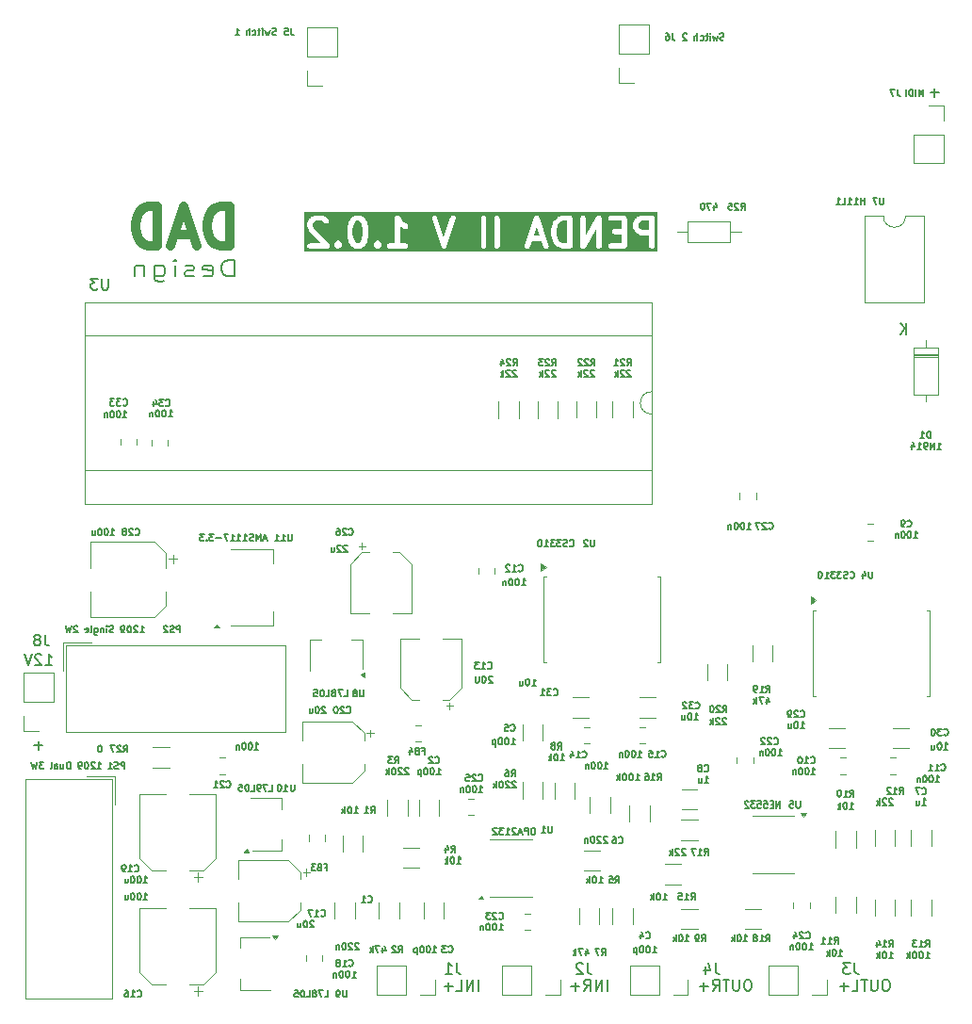
<source format=gbr>
%TF.GenerationSoftware,KiCad,Pcbnew,9.0.1*%
%TF.CreationDate,2025-05-23T09:46:46+02:00*%
%TF.ProjectId,PENDAII-Hardware,50454e44-4149-4492-9d48-617264776172,rev?*%
%TF.SameCoordinates,Original*%
%TF.FileFunction,Legend,Bot*%
%TF.FilePolarity,Positive*%
%FSLAX46Y46*%
G04 Gerber Fmt 4.6, Leading zero omitted, Abs format (unit mm)*
G04 Created by KiCad (PCBNEW 9.0.1) date 2025-05-23 09:46:46*
%MOMM*%
%LPD*%
G01*
G04 APERTURE LIST*
%ADD10C,0.500000*%
%ADD11C,0.875000*%
%ADD12C,0.150000*%
%ADD13C,0.120000*%
G04 APERTURE END LIST*
D10*
G36*
X70656297Y-53592559D02*
G01*
X70717970Y-53654232D01*
X70806600Y-53831493D01*
X70911529Y-54251203D01*
X70911529Y-54784890D01*
X70806600Y-55204600D01*
X70717970Y-55381862D01*
X70656295Y-55443536D01*
X70507274Y-55518047D01*
X70387213Y-55518047D01*
X70238190Y-55443536D01*
X70176517Y-55381863D01*
X70087885Y-55204599D01*
X69982958Y-54784888D01*
X69982958Y-54251205D01*
X70087885Y-53831494D01*
X70176516Y-53654232D01*
X70238191Y-53592558D01*
X70387213Y-53518047D01*
X70507273Y-53518047D01*
X70656297Y-53592559D01*
G37*
G36*
X89244861Y-55518047D02*
G01*
X88940193Y-55518047D01*
X88677524Y-55430491D01*
X88509849Y-55262815D01*
X88421218Y-55085553D01*
X88316290Y-54665840D01*
X88316290Y-54370254D01*
X88421218Y-53950540D01*
X88509848Y-53773280D01*
X88677526Y-53605602D01*
X88940193Y-53518047D01*
X89244861Y-53518047D01*
X89244861Y-55518047D01*
G37*
G36*
X86767052Y-54803761D02*
G01*
X86270290Y-54803761D01*
X86518671Y-54058617D01*
X86767052Y-54803761D01*
G37*
G36*
X96625814Y-54327571D02*
G01*
X95982450Y-54327571D01*
X95833428Y-54253059D01*
X95771754Y-54191385D01*
X95697243Y-54042362D01*
X95697243Y-53803255D01*
X95771754Y-53654232D01*
X95833428Y-53592558D01*
X95982450Y-53518047D01*
X96625814Y-53518047D01*
X96625814Y-54327571D01*
G37*
G36*
X97403592Y-56295825D02*
G01*
X65633752Y-56295825D01*
X65633752Y-53744238D01*
X65911530Y-53744238D01*
X65911530Y-53982333D01*
X65913961Y-54007014D01*
X65913493Y-54013600D01*
X65915463Y-54022265D01*
X65916334Y-54031106D01*
X65918859Y-54037203D01*
X65924359Y-54061390D01*
X66043406Y-54418533D01*
X66063387Y-54463284D01*
X66069273Y-54470070D01*
X66072710Y-54478368D01*
X66103800Y-54516253D01*
X67105595Y-55518047D01*
X66161530Y-55518047D01*
X66112757Y-55522851D01*
X66022637Y-55560180D01*
X65953663Y-55629154D01*
X65916334Y-55719274D01*
X65916334Y-55816820D01*
X65953663Y-55906940D01*
X66022637Y-55975914D01*
X66112757Y-56013243D01*
X66161530Y-56018047D01*
X67709149Y-56018047D01*
X67757922Y-56013243D01*
X67848042Y-55975914D01*
X67917016Y-55906940D01*
X67954345Y-55816820D01*
X67954345Y-55719274D01*
X67917016Y-55629154D01*
X67917011Y-55629149D01*
X67893277Y-55600229D01*
X68297285Y-55600229D01*
X68297286Y-55697773D01*
X68334615Y-55787893D01*
X68334619Y-55787897D01*
X68365705Y-55825777D01*
X68484752Y-55944824D01*
X68522637Y-55975915D01*
X68560918Y-55991771D01*
X68612756Y-56013243D01*
X68710300Y-56013244D01*
X68777915Y-55985237D01*
X68800421Y-55975915D01*
X68800425Y-55975910D01*
X68838305Y-55944824D01*
X68957353Y-55825777D01*
X68988444Y-55787893D01*
X69025773Y-55697773D01*
X69025774Y-55600229D01*
X68988445Y-55510109D01*
X68988443Y-55510107D01*
X68957353Y-55472223D01*
X68838306Y-55353175D01*
X68800426Y-55322089D01*
X68800422Y-55322085D01*
X68744587Y-55298957D01*
X68710300Y-55284755D01*
X68612756Y-55284756D01*
X68522636Y-55322085D01*
X68484752Y-55353176D01*
X68365705Y-55472224D01*
X68334614Y-55510109D01*
X68297285Y-55600229D01*
X67893277Y-55600229D01*
X67885925Y-55591270D01*
X66515083Y-54220428D01*
X69482958Y-54220428D01*
X69482958Y-54815666D01*
X69483796Y-54824174D01*
X69483254Y-54827818D01*
X69485953Y-54846073D01*
X69487762Y-54864439D01*
X69489171Y-54867841D01*
X69490422Y-54876300D01*
X69609469Y-55352490D01*
X69610755Y-55356089D01*
X69610883Y-55357888D01*
X69618651Y-55378190D01*
X69625959Y-55398642D01*
X69627031Y-55400089D01*
X69628398Y-55403661D01*
X69747447Y-55641756D01*
X69760659Y-55662745D01*
X69763185Y-55668843D01*
X69768818Y-55675707D01*
X69773555Y-55683232D01*
X69778545Y-55687560D01*
X69794276Y-55706728D01*
X69913323Y-55825776D01*
X69932495Y-55841511D01*
X69936822Y-55846499D01*
X69944340Y-55851232D01*
X69951207Y-55856867D01*
X69957305Y-55859393D01*
X69978297Y-55872607D01*
X70216393Y-55991654D01*
X70262166Y-56009169D01*
X70271124Y-56009805D01*
X70279423Y-56013243D01*
X70328196Y-56018047D01*
X70566291Y-56018047D01*
X70615064Y-56013243D01*
X70623362Y-56009805D01*
X70632322Y-56009169D01*
X70678094Y-55991654D01*
X70916189Y-55872607D01*
X70937180Y-55859392D01*
X70943278Y-55856867D01*
X70950146Y-55851230D01*
X70957664Y-55846498D01*
X70961986Y-55841513D01*
X70981163Y-55825777D01*
X71100210Y-55706729D01*
X71115943Y-55687557D01*
X71120932Y-55683231D01*
X71125666Y-55675709D01*
X71131301Y-55668844D01*
X71133826Y-55662747D01*
X71147041Y-55641755D01*
X71167804Y-55600229D01*
X71868713Y-55600229D01*
X71868714Y-55697773D01*
X71906043Y-55787893D01*
X71906047Y-55787897D01*
X71937133Y-55825777D01*
X72056180Y-55944824D01*
X72094065Y-55975915D01*
X72132346Y-55991771D01*
X72184184Y-56013243D01*
X72281728Y-56013244D01*
X72349343Y-55985237D01*
X72371849Y-55975915D01*
X72371853Y-55975910D01*
X72409733Y-55944824D01*
X72528781Y-55825777D01*
X72559872Y-55787893D01*
X72588295Y-55719274D01*
X73059190Y-55719274D01*
X73059190Y-55816820D01*
X73096519Y-55906940D01*
X73165493Y-55975914D01*
X73255613Y-56013243D01*
X73304386Y-56018047D01*
X74732957Y-56018047D01*
X74781730Y-56013243D01*
X74871850Y-55975914D01*
X74940824Y-55906940D01*
X74978153Y-55816820D01*
X74978153Y-55719274D01*
X74940824Y-55629154D01*
X74871850Y-55560180D01*
X74781730Y-55522851D01*
X74732957Y-55518047D01*
X74268671Y-55518047D01*
X74268671Y-53990648D01*
X74318085Y-54040062D01*
X74337257Y-54055795D01*
X74341583Y-54060783D01*
X74349104Y-54065517D01*
X74355970Y-54071152D01*
X74362064Y-54073676D01*
X74383058Y-54086892D01*
X74621154Y-54205940D01*
X74666926Y-54223455D01*
X74764226Y-54230370D01*
X74856764Y-54199524D01*
X74930455Y-54135612D01*
X74974079Y-54048365D01*
X74980994Y-53951065D01*
X74950148Y-53858527D01*
X74886237Y-53784835D01*
X74844761Y-53758727D01*
X74642952Y-53657821D01*
X74451044Y-53465913D01*
X74339979Y-53299315D01*
X77103968Y-53299315D01*
X77114834Y-53347104D01*
X77948167Y-55847104D01*
X77968148Y-55891855D01*
X77979850Y-55905348D01*
X77987839Y-55921325D01*
X78011520Y-55941864D01*
X78032060Y-55965546D01*
X78048036Y-55973534D01*
X78061530Y-55985237D01*
X78091266Y-55995149D01*
X78119306Y-56009169D01*
X78137123Y-56010435D01*
X78154070Y-56016084D01*
X78185342Y-56013861D01*
X78216606Y-56016083D01*
X78233548Y-56010435D01*
X78251370Y-56009169D01*
X78279411Y-55995148D01*
X78309146Y-55985237D01*
X78322639Y-55973534D01*
X78338616Y-55965546D01*
X78359155Y-55941864D01*
X78382837Y-55921325D01*
X78390825Y-55905348D01*
X78402528Y-55891855D01*
X78422509Y-55847104D01*
X79255842Y-53347104D01*
X79266708Y-53299315D01*
X79264486Y-53268047D01*
X81506766Y-53268047D01*
X81506766Y-55768047D01*
X81511570Y-55816820D01*
X81548899Y-55906940D01*
X81617873Y-55975914D01*
X81707993Y-56013243D01*
X81805539Y-56013243D01*
X81895659Y-55975914D01*
X81964633Y-55906940D01*
X82001962Y-55816820D01*
X82006766Y-55768047D01*
X82006766Y-53268047D01*
X82697242Y-53268047D01*
X82697242Y-55768047D01*
X82702046Y-55816820D01*
X82739375Y-55906940D01*
X82808349Y-55975914D01*
X82898469Y-56013243D01*
X82996015Y-56013243D01*
X83086135Y-55975914D01*
X83155109Y-55906940D01*
X83192438Y-55816820D01*
X83197242Y-55768047D01*
X83197242Y-55736779D01*
X85437301Y-55736779D01*
X85444216Y-55834079D01*
X85487839Y-55921325D01*
X85561530Y-55985237D01*
X85654070Y-56016084D01*
X85751370Y-56009169D01*
X85838616Y-55965546D01*
X85902528Y-55891855D01*
X85922509Y-55847104D01*
X86103623Y-55303761D01*
X86933719Y-55303761D01*
X87114833Y-55847104D01*
X87134814Y-55891855D01*
X87198726Y-55965546D01*
X87285972Y-56009169D01*
X87383272Y-56016083D01*
X87475812Y-55985237D01*
X87549503Y-55921325D01*
X87593126Y-55834079D01*
X87600041Y-55736779D01*
X87589175Y-55688990D01*
X87139337Y-54339476D01*
X87816290Y-54339476D01*
X87816290Y-54696619D01*
X87817128Y-54705127D01*
X87816586Y-54708771D01*
X87819285Y-54727026D01*
X87821094Y-54745392D01*
X87822503Y-54748794D01*
X87823754Y-54757253D01*
X87942803Y-55233444D01*
X87944088Y-55237040D01*
X87944216Y-55238840D01*
X87951981Y-55259132D01*
X87959292Y-55279595D01*
X87960365Y-55281044D01*
X87961731Y-55284612D01*
X88080778Y-55522707D01*
X88093989Y-55543693D01*
X88096517Y-55549796D01*
X88102157Y-55556668D01*
X88106887Y-55564182D01*
X88111870Y-55568504D01*
X88127608Y-55587680D01*
X88365703Y-55825776D01*
X88403588Y-55856867D01*
X88411885Y-55860303D01*
X88418672Y-55866190D01*
X88463423Y-55886171D01*
X88820567Y-56005218D01*
X88844751Y-56010716D01*
X88850850Y-56013243D01*
X88859691Y-56014113D01*
X88868356Y-56016084D01*
X88874941Y-56015615D01*
X88899623Y-56018047D01*
X89494861Y-56018047D01*
X89543634Y-56013243D01*
X89633754Y-55975914D01*
X89702728Y-55906940D01*
X89740057Y-55816820D01*
X89740057Y-55816818D01*
X89744861Y-55768047D01*
X89744861Y-53268047D01*
X90435338Y-53268047D01*
X90435338Y-55768047D01*
X90436573Y-55780593D01*
X90435949Y-55785509D01*
X90437684Y-55791874D01*
X90440142Y-55816820D01*
X90452865Y-55847536D01*
X90461614Y-55879616D01*
X90471372Y-55892216D01*
X90477471Y-55906940D01*
X90500981Y-55930450D01*
X90521340Y-55956739D01*
X90535176Y-55964645D01*
X90546445Y-55975914D01*
X90577165Y-55988638D01*
X90606034Y-56005135D01*
X90621842Y-56007144D01*
X90636565Y-56013243D01*
X90669816Y-56013243D01*
X90702800Y-56017436D01*
X90718175Y-56013243D01*
X90734111Y-56013243D01*
X90764827Y-56000519D01*
X90796907Y-55991771D01*
X90809507Y-55982012D01*
X90824231Y-55975914D01*
X90847741Y-55952403D01*
X90874030Y-55932045D01*
X90888539Y-55911605D01*
X90893205Y-55906940D01*
X90895101Y-55902362D01*
X90902399Y-55892082D01*
X91863909Y-54209438D01*
X91863909Y-55768047D01*
X91868713Y-55816820D01*
X91906042Y-55906940D01*
X91975016Y-55975914D01*
X92065136Y-56013243D01*
X92162682Y-56013243D01*
X92252802Y-55975914D01*
X92321776Y-55906940D01*
X92359105Y-55816820D01*
X92363909Y-55768047D01*
X92363909Y-53268047D01*
X92362673Y-53255504D01*
X92363299Y-53250585D01*
X92361561Y-53244214D01*
X92359105Y-53219274D01*
X92940142Y-53219274D01*
X92940142Y-53316820D01*
X92977471Y-53406940D01*
X93046445Y-53475914D01*
X93136565Y-53513243D01*
X93185338Y-53518047D01*
X94125814Y-53518047D01*
X94125814Y-54208523D01*
X93542481Y-54208523D01*
X93493708Y-54213327D01*
X93403588Y-54250656D01*
X93334614Y-54319630D01*
X93297285Y-54409750D01*
X93297285Y-54507296D01*
X93334614Y-54597416D01*
X93403588Y-54666390D01*
X93493708Y-54703719D01*
X93542481Y-54708523D01*
X94125814Y-54708523D01*
X94125814Y-55518047D01*
X93185338Y-55518047D01*
X93136565Y-55522851D01*
X93046445Y-55560180D01*
X92977471Y-55629154D01*
X92940142Y-55719274D01*
X92940142Y-55816820D01*
X92977471Y-55906940D01*
X93046445Y-55975914D01*
X93136565Y-56013243D01*
X93185338Y-56018047D01*
X94375814Y-56018047D01*
X94424587Y-56013243D01*
X94514707Y-55975914D01*
X94583681Y-55906940D01*
X94621010Y-55816820D01*
X94621010Y-55816818D01*
X94625814Y-55768047D01*
X94625814Y-53744238D01*
X95197243Y-53744238D01*
X95197243Y-54101380D01*
X95202047Y-54150153D01*
X95205484Y-54158451D01*
X95206121Y-54167411D01*
X95223636Y-54213183D01*
X95342684Y-54451279D01*
X95355898Y-54472271D01*
X95358424Y-54478368D01*
X95364058Y-54485234D01*
X95368793Y-54492755D01*
X95373779Y-54497080D01*
X95389514Y-54516253D01*
X95508561Y-54635300D01*
X95527735Y-54651035D01*
X95532059Y-54656021D01*
X95539576Y-54660753D01*
X95546446Y-54666391D01*
X95552545Y-54668917D01*
X95573534Y-54682130D01*
X95811630Y-54801178D01*
X95857402Y-54818693D01*
X95866361Y-54819329D01*
X95874660Y-54822767D01*
X95923433Y-54827571D01*
X96625814Y-54827571D01*
X96625814Y-55768047D01*
X96630618Y-55816820D01*
X96667947Y-55906940D01*
X96736921Y-55975914D01*
X96827041Y-56013243D01*
X96924587Y-56013243D01*
X97014707Y-55975914D01*
X97083681Y-55906940D01*
X97121010Y-55816820D01*
X97125814Y-55768047D01*
X97125814Y-53268047D01*
X97121010Y-53219274D01*
X97083681Y-53129154D01*
X97014707Y-53060180D01*
X96924587Y-53022851D01*
X96875814Y-53018047D01*
X95923433Y-53018047D01*
X95874660Y-53022851D01*
X95866361Y-53026288D01*
X95857402Y-53026925D01*
X95811630Y-53044440D01*
X95573534Y-53163488D01*
X95552545Y-53176700D01*
X95546446Y-53179227D01*
X95539576Y-53184864D01*
X95532059Y-53189597D01*
X95527735Y-53194582D01*
X95508561Y-53210318D01*
X95389514Y-53329365D01*
X95373779Y-53348537D01*
X95368793Y-53352863D01*
X95364058Y-53360383D01*
X95358424Y-53367250D01*
X95355898Y-53373346D01*
X95342684Y-53394339D01*
X95223636Y-53632435D01*
X95206121Y-53678207D01*
X95205484Y-53687166D01*
X95202047Y-53695465D01*
X95197243Y-53744238D01*
X94625814Y-53744238D01*
X94625814Y-53268047D01*
X94621010Y-53219274D01*
X94583681Y-53129154D01*
X94514707Y-53060180D01*
X94424587Y-53022851D01*
X94375814Y-53018047D01*
X93185338Y-53018047D01*
X93136565Y-53022851D01*
X93046445Y-53060180D01*
X92977471Y-53129154D01*
X92940142Y-53219274D01*
X92359105Y-53219274D01*
X92346382Y-53188559D01*
X92337633Y-53156478D01*
X92327874Y-53143877D01*
X92321776Y-53129154D01*
X92298265Y-53105643D01*
X92277907Y-53079355D01*
X92264070Y-53071448D01*
X92252802Y-53060180D01*
X92222084Y-53047456D01*
X92193214Y-53030959D01*
X92177404Y-53028949D01*
X92162682Y-53022851D01*
X92129437Y-53022851D01*
X92096447Y-53018657D01*
X92081069Y-53022851D01*
X92065136Y-53022851D01*
X92034421Y-53035573D01*
X92002340Y-53044323D01*
X91989739Y-53054081D01*
X91975016Y-53060180D01*
X91951503Y-53083692D01*
X91925218Y-53104049D01*
X91910708Y-53124487D01*
X91906042Y-53129154D01*
X91904145Y-53133732D01*
X91896848Y-53144012D01*
X90935338Y-54826655D01*
X90935338Y-53268047D01*
X90930534Y-53219274D01*
X90893205Y-53129154D01*
X90824231Y-53060180D01*
X90734111Y-53022851D01*
X90636565Y-53022851D01*
X90546445Y-53060180D01*
X90477471Y-53129154D01*
X90440142Y-53219274D01*
X90435338Y-53268047D01*
X89744861Y-53268047D01*
X89740057Y-53219274D01*
X89702728Y-53129154D01*
X89633754Y-53060180D01*
X89543634Y-53022851D01*
X89494861Y-53018047D01*
X88899623Y-53018047D01*
X88874941Y-53020478D01*
X88868355Y-53020010D01*
X88859689Y-53021980D01*
X88850850Y-53022851D01*
X88844752Y-53025376D01*
X88820566Y-53030876D01*
X88463423Y-53149924D01*
X88418672Y-53169905D01*
X88411885Y-53175791D01*
X88403588Y-53179228D01*
X88365703Y-53210318D01*
X88127608Y-53448413D01*
X88111871Y-53467589D01*
X88106887Y-53471912D01*
X88102154Y-53479429D01*
X88096518Y-53486298D01*
X88093992Y-53492395D01*
X88080778Y-53513387D01*
X87961731Y-53751482D01*
X87960365Y-53755049D01*
X87959292Y-53756499D01*
X87951981Y-53776961D01*
X87944216Y-53797254D01*
X87944088Y-53799053D01*
X87942803Y-53802650D01*
X87823754Y-54278842D01*
X87822503Y-54287300D01*
X87821094Y-54290703D01*
X87819285Y-54309068D01*
X87816586Y-54327324D01*
X87817128Y-54330967D01*
X87816290Y-54339476D01*
X87139337Y-54339476D01*
X86755842Y-53188990D01*
X86735861Y-53144239D01*
X86724158Y-53130745D01*
X86716170Y-53114769D01*
X86692488Y-53094229D01*
X86671949Y-53070548D01*
X86655972Y-53062559D01*
X86642479Y-53050857D01*
X86612744Y-53040945D01*
X86584703Y-53026925D01*
X86566881Y-53025658D01*
X86549939Y-53020011D01*
X86518675Y-53022232D01*
X86487403Y-53020010D01*
X86470456Y-53025658D01*
X86452639Y-53026925D01*
X86424599Y-53040944D01*
X86394863Y-53050857D01*
X86381369Y-53062559D01*
X86365393Y-53070548D01*
X86344853Y-53094229D01*
X86321172Y-53114769D01*
X86313183Y-53130745D01*
X86301481Y-53144239D01*
X86281500Y-53188990D01*
X85448167Y-55688990D01*
X85437301Y-55736779D01*
X83197242Y-55736779D01*
X83197242Y-53268047D01*
X83192438Y-53219274D01*
X83155109Y-53129154D01*
X83086135Y-53060180D01*
X82996015Y-53022851D01*
X82898469Y-53022851D01*
X82808349Y-53060180D01*
X82739375Y-53129154D01*
X82702046Y-53219274D01*
X82697242Y-53268047D01*
X82006766Y-53268047D01*
X82001962Y-53219274D01*
X81964633Y-53129154D01*
X81895659Y-53060180D01*
X81805539Y-53022851D01*
X81707993Y-53022851D01*
X81617873Y-53060180D01*
X81548899Y-53129154D01*
X81511570Y-53219274D01*
X81506766Y-53268047D01*
X79264486Y-53268047D01*
X79259793Y-53202015D01*
X79216170Y-53114769D01*
X79142479Y-53050857D01*
X79049939Y-53020011D01*
X78952639Y-53026925D01*
X78865393Y-53070548D01*
X78801481Y-53144239D01*
X78781500Y-53188990D01*
X78185338Y-54977476D01*
X77589176Y-53188990D01*
X77569195Y-53144239D01*
X77505283Y-53070548D01*
X77418037Y-53026925D01*
X77320737Y-53020010D01*
X77228197Y-53050857D01*
X77154506Y-53114769D01*
X77110883Y-53202015D01*
X77103968Y-53299315D01*
X74339979Y-53299315D01*
X74226683Y-53129372D01*
X74226572Y-53129236D01*
X74226538Y-53129154D01*
X74226352Y-53128968D01*
X74195632Y-53091455D01*
X74175066Y-53077682D01*
X74157564Y-53060180D01*
X74134935Y-53050806D01*
X74114583Y-53037177D01*
X74090309Y-53032322D01*
X74067444Y-53022851D01*
X74042953Y-53022851D01*
X74018933Y-53018047D01*
X73994649Y-53022851D01*
X73969898Y-53022851D01*
X73947270Y-53032223D01*
X73923242Y-53036977D01*
X73902646Y-53050707D01*
X73879778Y-53060180D01*
X73862458Y-53077499D01*
X73842079Y-53091086D01*
X73828306Y-53111651D01*
X73810804Y-53129154D01*
X73801430Y-53151782D01*
X73787801Y-53172135D01*
X73782946Y-53196408D01*
X73773475Y-53219274D01*
X73768721Y-53267530D01*
X73768671Y-53267785D01*
X73768688Y-53267872D01*
X73768671Y-53268047D01*
X73768671Y-55518047D01*
X73304386Y-55518047D01*
X73255613Y-55522851D01*
X73165493Y-55560180D01*
X73096519Y-55629154D01*
X73059190Y-55719274D01*
X72588295Y-55719274D01*
X72597201Y-55697773D01*
X72597202Y-55600229D01*
X72559873Y-55510109D01*
X72559871Y-55510107D01*
X72528781Y-55472223D01*
X72409734Y-55353175D01*
X72371854Y-55322089D01*
X72371850Y-55322085D01*
X72316015Y-55298957D01*
X72281728Y-55284755D01*
X72184184Y-55284756D01*
X72094064Y-55322085D01*
X72056180Y-55353176D01*
X71937133Y-55472224D01*
X71906042Y-55510109D01*
X71868713Y-55600229D01*
X71167804Y-55600229D01*
X71266088Y-55403660D01*
X71267453Y-55400092D01*
X71268527Y-55398643D01*
X71275842Y-55378169D01*
X71283603Y-55357888D01*
X71283730Y-55356091D01*
X71285017Y-55352491D01*
X71404065Y-54876300D01*
X71405315Y-54867841D01*
X71406725Y-54864439D01*
X71408533Y-54846073D01*
X71411233Y-54827818D01*
X71410690Y-54824174D01*
X71411529Y-54815666D01*
X71411529Y-54220428D01*
X71410690Y-54211919D01*
X71411233Y-54208276D01*
X71408533Y-54190020D01*
X71406725Y-54171655D01*
X71405315Y-54168252D01*
X71404065Y-54159794D01*
X71285017Y-53683604D01*
X71283730Y-53680003D01*
X71283603Y-53678208D01*
X71275845Y-53657933D01*
X71268527Y-53637452D01*
X71267453Y-53636002D01*
X71266088Y-53632435D01*
X71147041Y-53394339D01*
X71133827Y-53373347D01*
X71131301Y-53367249D01*
X71125666Y-53360382D01*
X71120933Y-53352864D01*
X71115945Y-53348537D01*
X71100210Y-53329365D01*
X70981162Y-53210318D01*
X70961994Y-53194587D01*
X70957666Y-53189597D01*
X70950141Y-53184860D01*
X70943277Y-53179227D01*
X70937179Y-53176701D01*
X70916190Y-53163489D01*
X70678095Y-53044440D01*
X70632322Y-53026925D01*
X70623362Y-53026288D01*
X70615064Y-53022851D01*
X70566291Y-53018047D01*
X70328196Y-53018047D01*
X70279423Y-53022851D01*
X70271124Y-53026288D01*
X70262165Y-53026925D01*
X70216392Y-53044440D01*
X69978297Y-53163488D01*
X69957308Y-53176700D01*
X69951208Y-53179227D01*
X69944337Y-53184865D01*
X69936821Y-53189597D01*
X69932497Y-53194582D01*
X69913323Y-53210318D01*
X69794276Y-53329365D01*
X69778541Y-53348537D01*
X69773555Y-53352863D01*
X69768820Y-53360383D01*
X69763186Y-53367250D01*
X69760660Y-53373346D01*
X69747446Y-53394339D01*
X69628398Y-53632435D01*
X69627031Y-53636004D01*
X69625959Y-53637453D01*
X69618649Y-53657911D01*
X69610883Y-53678207D01*
X69610755Y-53680005D01*
X69609469Y-53683605D01*
X69490422Y-54159794D01*
X69489171Y-54168252D01*
X69487762Y-54171655D01*
X69485953Y-54190020D01*
X69483254Y-54208276D01*
X69483796Y-54211919D01*
X69482958Y-54220428D01*
X66515083Y-54220428D01*
X66499084Y-54204429D01*
X66411530Y-53941763D01*
X66411530Y-53803254D01*
X66486041Y-53654231D01*
X66547712Y-53592559D01*
X66696737Y-53518047D01*
X67173940Y-53518047D01*
X67322964Y-53592559D01*
X67413325Y-53682920D01*
X67451210Y-53714010D01*
X67541330Y-53751339D01*
X67638874Y-53751338D01*
X67728994Y-53714009D01*
X67797969Y-53645033D01*
X67835298Y-53554913D01*
X67835297Y-53457369D01*
X67797968Y-53367249D01*
X67766877Y-53329365D01*
X67647829Y-53210318D01*
X67628661Y-53194587D01*
X67624333Y-53189597D01*
X67616808Y-53184860D01*
X67609944Y-53179227D01*
X67603846Y-53176701D01*
X67582857Y-53163489D01*
X67344762Y-53044440D01*
X67298989Y-53026925D01*
X67290029Y-53026288D01*
X67281731Y-53022851D01*
X67232958Y-53018047D01*
X66637720Y-53018047D01*
X66588947Y-53022851D01*
X66580648Y-53026288D01*
X66571689Y-53026925D01*
X66525917Y-53044440D01*
X66287821Y-53163488D01*
X66266830Y-53176701D01*
X66260734Y-53179227D01*
X66253866Y-53184862D01*
X66246346Y-53189597D01*
X66242021Y-53194583D01*
X66222849Y-53210317D01*
X66103801Y-53329365D01*
X66088065Y-53348537D01*
X66083078Y-53352864D01*
X66078344Y-53360382D01*
X66072710Y-53367249D01*
X66070183Y-53373347D01*
X66056970Y-53394339D01*
X65937923Y-53632435D01*
X65920408Y-53678208D01*
X65919771Y-53687166D01*
X65916334Y-53695465D01*
X65911530Y-53744238D01*
X65633752Y-53744238D01*
X65633752Y-52740269D01*
X97403592Y-52740269D01*
X97403592Y-56295825D01*
G37*
D11*
X58941009Y-55726167D02*
X58941009Y-52226167D01*
X58941009Y-52226167D02*
X58107676Y-52226167D01*
X58107676Y-52226167D02*
X57607676Y-52392834D01*
X57607676Y-52392834D02*
X57274343Y-52726167D01*
X57274343Y-52726167D02*
X57107676Y-53059501D01*
X57107676Y-53059501D02*
X56941009Y-53726167D01*
X56941009Y-53726167D02*
X56941009Y-54226167D01*
X56941009Y-54226167D02*
X57107676Y-54892834D01*
X57107676Y-54892834D02*
X57274343Y-55226167D01*
X57274343Y-55226167D02*
X57607676Y-55559501D01*
X57607676Y-55559501D02*
X58107676Y-55726167D01*
X58107676Y-55726167D02*
X58941009Y-55726167D01*
X55607676Y-54726167D02*
X53941009Y-54726167D01*
X55941009Y-55726167D02*
X54774343Y-52226167D01*
X54774343Y-52226167D02*
X53607676Y-55726167D01*
X52441009Y-55726167D02*
X52441009Y-52226167D01*
X52441009Y-52226167D02*
X51607676Y-52226167D01*
X51607676Y-52226167D02*
X51107676Y-52392834D01*
X51107676Y-52392834D02*
X50774343Y-52726167D01*
X50774343Y-52726167D02*
X50607676Y-53059501D01*
X50607676Y-53059501D02*
X50441009Y-53726167D01*
X50441009Y-53726167D02*
X50441009Y-54226167D01*
X50441009Y-54226167D02*
X50607676Y-54892834D01*
X50607676Y-54892834D02*
X50774343Y-55226167D01*
X50774343Y-55226167D02*
X51107676Y-55559501D01*
X51107676Y-55559501D02*
X51607676Y-55726167D01*
X51607676Y-55726167D02*
X52441009Y-55726167D01*
D12*
X122663220Y-41988866D02*
X121901316Y-41988866D01*
X122282268Y-42369819D02*
X122282268Y-41607914D01*
X59325125Y-58508628D02*
X59325125Y-57008628D01*
X59325125Y-57008628D02*
X58848935Y-57008628D01*
X58848935Y-57008628D02*
X58563220Y-57080057D01*
X58563220Y-57080057D02*
X58372744Y-57222914D01*
X58372744Y-57222914D02*
X58277506Y-57365771D01*
X58277506Y-57365771D02*
X58182268Y-57651485D01*
X58182268Y-57651485D02*
X58182268Y-57865771D01*
X58182268Y-57865771D02*
X58277506Y-58151485D01*
X58277506Y-58151485D02*
X58372744Y-58294342D01*
X58372744Y-58294342D02*
X58563220Y-58437200D01*
X58563220Y-58437200D02*
X58848935Y-58508628D01*
X58848935Y-58508628D02*
X59325125Y-58508628D01*
X56563220Y-58437200D02*
X56753696Y-58508628D01*
X56753696Y-58508628D02*
X57134649Y-58508628D01*
X57134649Y-58508628D02*
X57325125Y-58437200D01*
X57325125Y-58437200D02*
X57420363Y-58294342D01*
X57420363Y-58294342D02*
X57420363Y-57722914D01*
X57420363Y-57722914D02*
X57325125Y-57580057D01*
X57325125Y-57580057D02*
X57134649Y-57508628D01*
X57134649Y-57508628D02*
X56753696Y-57508628D01*
X56753696Y-57508628D02*
X56563220Y-57580057D01*
X56563220Y-57580057D02*
X56467982Y-57722914D01*
X56467982Y-57722914D02*
X56467982Y-57865771D01*
X56467982Y-57865771D02*
X57420363Y-58008628D01*
X55706077Y-58437200D02*
X55515601Y-58508628D01*
X55515601Y-58508628D02*
X55134649Y-58508628D01*
X55134649Y-58508628D02*
X54944172Y-58437200D01*
X54944172Y-58437200D02*
X54848934Y-58294342D01*
X54848934Y-58294342D02*
X54848934Y-58222914D01*
X54848934Y-58222914D02*
X54944172Y-58080057D01*
X54944172Y-58080057D02*
X55134649Y-58008628D01*
X55134649Y-58008628D02*
X55420363Y-58008628D01*
X55420363Y-58008628D02*
X55610839Y-57937200D01*
X55610839Y-57937200D02*
X55706077Y-57794342D01*
X55706077Y-57794342D02*
X55706077Y-57722914D01*
X55706077Y-57722914D02*
X55610839Y-57580057D01*
X55610839Y-57580057D02*
X55420363Y-57508628D01*
X55420363Y-57508628D02*
X55134649Y-57508628D01*
X55134649Y-57508628D02*
X54944172Y-57580057D01*
X53991791Y-58508628D02*
X53991791Y-57508628D01*
X53991791Y-57008628D02*
X54087029Y-57080057D01*
X54087029Y-57080057D02*
X53991791Y-57151485D01*
X53991791Y-57151485D02*
X53896553Y-57080057D01*
X53896553Y-57080057D02*
X53991791Y-57008628D01*
X53991791Y-57008628D02*
X53991791Y-57151485D01*
X52182267Y-57508628D02*
X52182267Y-58722914D01*
X52182267Y-58722914D02*
X52277505Y-58865771D01*
X52277505Y-58865771D02*
X52372743Y-58937200D01*
X52372743Y-58937200D02*
X52563220Y-59008628D01*
X52563220Y-59008628D02*
X52848934Y-59008628D01*
X52848934Y-59008628D02*
X53039410Y-58937200D01*
X52182267Y-58437200D02*
X52372743Y-58508628D01*
X52372743Y-58508628D02*
X52753696Y-58508628D01*
X52753696Y-58508628D02*
X52944172Y-58437200D01*
X52944172Y-58437200D02*
X53039410Y-58365771D01*
X53039410Y-58365771D02*
X53134648Y-58222914D01*
X53134648Y-58222914D02*
X53134648Y-57794342D01*
X53134648Y-57794342D02*
X53039410Y-57651485D01*
X53039410Y-57651485D02*
X52944172Y-57580057D01*
X52944172Y-57580057D02*
X52753696Y-57508628D01*
X52753696Y-57508628D02*
X52372743Y-57508628D01*
X52372743Y-57508628D02*
X52182267Y-57580057D01*
X51229886Y-57508628D02*
X51229886Y-58508628D01*
X51229886Y-57651485D02*
X51134648Y-57580057D01*
X51134648Y-57580057D02*
X50944172Y-57508628D01*
X50944172Y-57508628D02*
X50658457Y-57508628D01*
X50658457Y-57508628D02*
X50467981Y-57580057D01*
X50467981Y-57580057D02*
X50372743Y-57722914D01*
X50372743Y-57722914D02*
X50372743Y-58508628D01*
X69457142Y-122669771D02*
X69457142Y-123155485D01*
X69457142Y-123155485D02*
X69428571Y-123212628D01*
X69428571Y-123212628D02*
X69400000Y-123241200D01*
X69400000Y-123241200D02*
X69342857Y-123269771D01*
X69342857Y-123269771D02*
X69228571Y-123269771D01*
X69228571Y-123269771D02*
X69171428Y-123241200D01*
X69171428Y-123241200D02*
X69142857Y-123212628D01*
X69142857Y-123212628D02*
X69114285Y-123155485D01*
X69114285Y-123155485D02*
X69114285Y-122669771D01*
X68800000Y-123269771D02*
X68685714Y-123269771D01*
X68685714Y-123269771D02*
X68628571Y-123241200D01*
X68628571Y-123241200D02*
X68600000Y-123212628D01*
X68600000Y-123212628D02*
X68542857Y-123126914D01*
X68542857Y-123126914D02*
X68514286Y-123012628D01*
X68514286Y-123012628D02*
X68514286Y-122784057D01*
X68514286Y-122784057D02*
X68542857Y-122726914D01*
X68542857Y-122726914D02*
X68571429Y-122698342D01*
X68571429Y-122698342D02*
X68628571Y-122669771D01*
X68628571Y-122669771D02*
X68742857Y-122669771D01*
X68742857Y-122669771D02*
X68800000Y-122698342D01*
X68800000Y-122698342D02*
X68828571Y-122726914D01*
X68828571Y-122726914D02*
X68857143Y-122784057D01*
X68857143Y-122784057D02*
X68857143Y-122926914D01*
X68857143Y-122926914D02*
X68828571Y-122984057D01*
X68828571Y-122984057D02*
X68800000Y-123012628D01*
X68800000Y-123012628D02*
X68742857Y-123041200D01*
X68742857Y-123041200D02*
X68628571Y-123041200D01*
X68628571Y-123041200D02*
X68571429Y-123012628D01*
X68571429Y-123012628D02*
X68542857Y-122984057D01*
X68542857Y-122984057D02*
X68514286Y-122926914D01*
X67450000Y-123269771D02*
X67735714Y-123269771D01*
X67735714Y-123269771D02*
X67735714Y-122669771D01*
X67307143Y-122669771D02*
X66907143Y-122669771D01*
X66907143Y-122669771D02*
X67164286Y-123269771D01*
X66592857Y-122926914D02*
X66650000Y-122898342D01*
X66650000Y-122898342D02*
X66678571Y-122869771D01*
X66678571Y-122869771D02*
X66707143Y-122812628D01*
X66707143Y-122812628D02*
X66707143Y-122784057D01*
X66707143Y-122784057D02*
X66678571Y-122726914D01*
X66678571Y-122726914D02*
X66650000Y-122698342D01*
X66650000Y-122698342D02*
X66592857Y-122669771D01*
X66592857Y-122669771D02*
X66478571Y-122669771D01*
X66478571Y-122669771D02*
X66421429Y-122698342D01*
X66421429Y-122698342D02*
X66392857Y-122726914D01*
X66392857Y-122726914D02*
X66364286Y-122784057D01*
X66364286Y-122784057D02*
X66364286Y-122812628D01*
X66364286Y-122812628D02*
X66392857Y-122869771D01*
X66392857Y-122869771D02*
X66421429Y-122898342D01*
X66421429Y-122898342D02*
X66478571Y-122926914D01*
X66478571Y-122926914D02*
X66592857Y-122926914D01*
X66592857Y-122926914D02*
X66650000Y-122955485D01*
X66650000Y-122955485D02*
X66678571Y-122984057D01*
X66678571Y-122984057D02*
X66707143Y-123041200D01*
X66707143Y-123041200D02*
X66707143Y-123155485D01*
X66707143Y-123155485D02*
X66678571Y-123212628D01*
X66678571Y-123212628D02*
X66650000Y-123241200D01*
X66650000Y-123241200D02*
X66592857Y-123269771D01*
X66592857Y-123269771D02*
X66478571Y-123269771D01*
X66478571Y-123269771D02*
X66421429Y-123241200D01*
X66421429Y-123241200D02*
X66392857Y-123212628D01*
X66392857Y-123212628D02*
X66364286Y-123155485D01*
X66364286Y-123155485D02*
X66364286Y-123041200D01*
X66364286Y-123041200D02*
X66392857Y-122984057D01*
X66392857Y-122984057D02*
X66421429Y-122955485D01*
X66421429Y-122955485D02*
X66478571Y-122926914D01*
X65821428Y-123269771D02*
X66107142Y-123269771D01*
X66107142Y-123269771D02*
X66107142Y-122669771D01*
X65507143Y-122669771D02*
X65450000Y-122669771D01*
X65450000Y-122669771D02*
X65392857Y-122698342D01*
X65392857Y-122698342D02*
X65364286Y-122726914D01*
X65364286Y-122726914D02*
X65335714Y-122784057D01*
X65335714Y-122784057D02*
X65307143Y-122898342D01*
X65307143Y-122898342D02*
X65307143Y-123041200D01*
X65307143Y-123041200D02*
X65335714Y-123155485D01*
X65335714Y-123155485D02*
X65364286Y-123212628D01*
X65364286Y-123212628D02*
X65392857Y-123241200D01*
X65392857Y-123241200D02*
X65450000Y-123269771D01*
X65450000Y-123269771D02*
X65507143Y-123269771D01*
X65507143Y-123269771D02*
X65564286Y-123241200D01*
X65564286Y-123241200D02*
X65592857Y-123212628D01*
X65592857Y-123212628D02*
X65621428Y-123155485D01*
X65621428Y-123155485D02*
X65650000Y-123041200D01*
X65650000Y-123041200D02*
X65650000Y-122898342D01*
X65650000Y-122898342D02*
X65621428Y-122784057D01*
X65621428Y-122784057D02*
X65592857Y-122726914D01*
X65592857Y-122726914D02*
X65564286Y-122698342D01*
X65564286Y-122698342D02*
X65507143Y-122669771D01*
X64764285Y-122669771D02*
X65049999Y-122669771D01*
X65049999Y-122669771D02*
X65078571Y-122955485D01*
X65078571Y-122955485D02*
X65049999Y-122926914D01*
X65049999Y-122926914D02*
X64992857Y-122898342D01*
X64992857Y-122898342D02*
X64849999Y-122898342D01*
X64849999Y-122898342D02*
X64792857Y-122926914D01*
X64792857Y-122926914D02*
X64764285Y-122955485D01*
X64764285Y-122955485D02*
X64735714Y-123012628D01*
X64735714Y-123012628D02*
X64735714Y-123155485D01*
X64735714Y-123155485D02*
X64764285Y-123212628D01*
X64764285Y-123212628D02*
X64792857Y-123241200D01*
X64792857Y-123241200D02*
X64849999Y-123269771D01*
X64849999Y-123269771D02*
X64992857Y-123269771D01*
X64992857Y-123269771D02*
X65049999Y-123241200D01*
X65049999Y-123241200D02*
X65078571Y-123212628D01*
X64742856Y-104169771D02*
X64742856Y-104655485D01*
X64742856Y-104655485D02*
X64714285Y-104712628D01*
X64714285Y-104712628D02*
X64685714Y-104741200D01*
X64685714Y-104741200D02*
X64628571Y-104769771D01*
X64628571Y-104769771D02*
X64514285Y-104769771D01*
X64514285Y-104769771D02*
X64457142Y-104741200D01*
X64457142Y-104741200D02*
X64428571Y-104712628D01*
X64428571Y-104712628D02*
X64399999Y-104655485D01*
X64399999Y-104655485D02*
X64399999Y-104169771D01*
X63800000Y-104769771D02*
X64142857Y-104769771D01*
X63971428Y-104769771D02*
X63971428Y-104169771D01*
X63971428Y-104169771D02*
X64028571Y-104255485D01*
X64028571Y-104255485D02*
X64085714Y-104312628D01*
X64085714Y-104312628D02*
X64142857Y-104341200D01*
X63428571Y-104169771D02*
X63371428Y-104169771D01*
X63371428Y-104169771D02*
X63314285Y-104198342D01*
X63314285Y-104198342D02*
X63285714Y-104226914D01*
X63285714Y-104226914D02*
X63257142Y-104284057D01*
X63257142Y-104284057D02*
X63228571Y-104398342D01*
X63228571Y-104398342D02*
X63228571Y-104541200D01*
X63228571Y-104541200D02*
X63257142Y-104655485D01*
X63257142Y-104655485D02*
X63285714Y-104712628D01*
X63285714Y-104712628D02*
X63314285Y-104741200D01*
X63314285Y-104741200D02*
X63371428Y-104769771D01*
X63371428Y-104769771D02*
X63428571Y-104769771D01*
X63428571Y-104769771D02*
X63485714Y-104741200D01*
X63485714Y-104741200D02*
X63514285Y-104712628D01*
X63514285Y-104712628D02*
X63542856Y-104655485D01*
X63542856Y-104655485D02*
X63571428Y-104541200D01*
X63571428Y-104541200D02*
X63571428Y-104398342D01*
X63571428Y-104398342D02*
X63542856Y-104284057D01*
X63542856Y-104284057D02*
X63514285Y-104226914D01*
X63514285Y-104226914D02*
X63485714Y-104198342D01*
X63485714Y-104198342D02*
X63428571Y-104169771D01*
X62450000Y-104769771D02*
X62735714Y-104769771D01*
X62735714Y-104769771D02*
X62735714Y-104169771D01*
X62307143Y-104169771D02*
X61907143Y-104169771D01*
X61907143Y-104169771D02*
X62164286Y-104769771D01*
X61650000Y-104769771D02*
X61535714Y-104769771D01*
X61535714Y-104769771D02*
X61478571Y-104741200D01*
X61478571Y-104741200D02*
X61450000Y-104712628D01*
X61450000Y-104712628D02*
X61392857Y-104626914D01*
X61392857Y-104626914D02*
X61364286Y-104512628D01*
X61364286Y-104512628D02*
X61364286Y-104284057D01*
X61364286Y-104284057D02*
X61392857Y-104226914D01*
X61392857Y-104226914D02*
X61421429Y-104198342D01*
X61421429Y-104198342D02*
X61478571Y-104169771D01*
X61478571Y-104169771D02*
X61592857Y-104169771D01*
X61592857Y-104169771D02*
X61650000Y-104198342D01*
X61650000Y-104198342D02*
X61678571Y-104226914D01*
X61678571Y-104226914D02*
X61707143Y-104284057D01*
X61707143Y-104284057D02*
X61707143Y-104426914D01*
X61707143Y-104426914D02*
X61678571Y-104484057D01*
X61678571Y-104484057D02*
X61650000Y-104512628D01*
X61650000Y-104512628D02*
X61592857Y-104541200D01*
X61592857Y-104541200D02*
X61478571Y-104541200D01*
X61478571Y-104541200D02*
X61421429Y-104512628D01*
X61421429Y-104512628D02*
X61392857Y-104484057D01*
X61392857Y-104484057D02*
X61364286Y-104426914D01*
X60821428Y-104769771D02*
X61107142Y-104769771D01*
X61107142Y-104769771D02*
X61107142Y-104169771D01*
X60507143Y-104169771D02*
X60450000Y-104169771D01*
X60450000Y-104169771D02*
X60392857Y-104198342D01*
X60392857Y-104198342D02*
X60364286Y-104226914D01*
X60364286Y-104226914D02*
X60335714Y-104284057D01*
X60335714Y-104284057D02*
X60307143Y-104398342D01*
X60307143Y-104398342D02*
X60307143Y-104541200D01*
X60307143Y-104541200D02*
X60335714Y-104655485D01*
X60335714Y-104655485D02*
X60364286Y-104712628D01*
X60364286Y-104712628D02*
X60392857Y-104741200D01*
X60392857Y-104741200D02*
X60450000Y-104769771D01*
X60450000Y-104769771D02*
X60507143Y-104769771D01*
X60507143Y-104769771D02*
X60564286Y-104741200D01*
X60564286Y-104741200D02*
X60592857Y-104712628D01*
X60592857Y-104712628D02*
X60621428Y-104655485D01*
X60621428Y-104655485D02*
X60650000Y-104541200D01*
X60650000Y-104541200D02*
X60650000Y-104398342D01*
X60650000Y-104398342D02*
X60621428Y-104284057D01*
X60621428Y-104284057D02*
X60592857Y-104226914D01*
X60592857Y-104226914D02*
X60564286Y-104198342D01*
X60564286Y-104198342D02*
X60507143Y-104169771D01*
X59764285Y-104169771D02*
X60049999Y-104169771D01*
X60049999Y-104169771D02*
X60078571Y-104455485D01*
X60078571Y-104455485D02*
X60049999Y-104426914D01*
X60049999Y-104426914D02*
X59992857Y-104398342D01*
X59992857Y-104398342D02*
X59849999Y-104398342D01*
X59849999Y-104398342D02*
X59792857Y-104426914D01*
X59792857Y-104426914D02*
X59764285Y-104455485D01*
X59764285Y-104455485D02*
X59735714Y-104512628D01*
X59735714Y-104512628D02*
X59735714Y-104655485D01*
X59735714Y-104655485D02*
X59764285Y-104712628D01*
X59764285Y-104712628D02*
X59792857Y-104741200D01*
X59792857Y-104741200D02*
X59849999Y-104769771D01*
X59849999Y-104769771D02*
X59992857Y-104769771D01*
X59992857Y-104769771D02*
X60049999Y-104741200D01*
X60049999Y-104741200D02*
X60078571Y-104712628D01*
X64492856Y-81669771D02*
X64492856Y-82155485D01*
X64492856Y-82155485D02*
X64464285Y-82212628D01*
X64464285Y-82212628D02*
X64435714Y-82241200D01*
X64435714Y-82241200D02*
X64378571Y-82269771D01*
X64378571Y-82269771D02*
X64264285Y-82269771D01*
X64264285Y-82269771D02*
X64207142Y-82241200D01*
X64207142Y-82241200D02*
X64178571Y-82212628D01*
X64178571Y-82212628D02*
X64149999Y-82155485D01*
X64149999Y-82155485D02*
X64149999Y-81669771D01*
X63550000Y-82269771D02*
X63892857Y-82269771D01*
X63721428Y-82269771D02*
X63721428Y-81669771D01*
X63721428Y-81669771D02*
X63778571Y-81755485D01*
X63778571Y-81755485D02*
X63835714Y-81812628D01*
X63835714Y-81812628D02*
X63892857Y-81841200D01*
X62978571Y-82269771D02*
X63321428Y-82269771D01*
X63149999Y-82269771D02*
X63149999Y-81669771D01*
X63149999Y-81669771D02*
X63207142Y-81755485D01*
X63207142Y-81755485D02*
X63264285Y-81812628D01*
X63264285Y-81812628D02*
X63321428Y-81841200D01*
X62250001Y-82098342D02*
X61964287Y-82098342D01*
X62307144Y-82269771D02*
X62107144Y-81669771D01*
X62107144Y-81669771D02*
X61907144Y-82269771D01*
X61707143Y-82269771D02*
X61707143Y-81669771D01*
X61707143Y-81669771D02*
X61507143Y-82098342D01*
X61507143Y-82098342D02*
X61307143Y-81669771D01*
X61307143Y-81669771D02*
X61307143Y-82269771D01*
X61050001Y-82241200D02*
X60964287Y-82269771D01*
X60964287Y-82269771D02*
X60821429Y-82269771D01*
X60821429Y-82269771D02*
X60764287Y-82241200D01*
X60764287Y-82241200D02*
X60735715Y-82212628D01*
X60735715Y-82212628D02*
X60707144Y-82155485D01*
X60707144Y-82155485D02*
X60707144Y-82098342D01*
X60707144Y-82098342D02*
X60735715Y-82041200D01*
X60735715Y-82041200D02*
X60764287Y-82012628D01*
X60764287Y-82012628D02*
X60821429Y-81984057D01*
X60821429Y-81984057D02*
X60935715Y-81955485D01*
X60935715Y-81955485D02*
X60992858Y-81926914D01*
X60992858Y-81926914D02*
X61021429Y-81898342D01*
X61021429Y-81898342D02*
X61050001Y-81841200D01*
X61050001Y-81841200D02*
X61050001Y-81784057D01*
X61050001Y-81784057D02*
X61021429Y-81726914D01*
X61021429Y-81726914D02*
X60992858Y-81698342D01*
X60992858Y-81698342D02*
X60935715Y-81669771D01*
X60935715Y-81669771D02*
X60792858Y-81669771D01*
X60792858Y-81669771D02*
X60707144Y-81698342D01*
X60135715Y-82269771D02*
X60478572Y-82269771D01*
X60307143Y-82269771D02*
X60307143Y-81669771D01*
X60307143Y-81669771D02*
X60364286Y-81755485D01*
X60364286Y-81755485D02*
X60421429Y-81812628D01*
X60421429Y-81812628D02*
X60478572Y-81841200D01*
X59564286Y-82269771D02*
X59907143Y-82269771D01*
X59735714Y-82269771D02*
X59735714Y-81669771D01*
X59735714Y-81669771D02*
X59792857Y-81755485D01*
X59792857Y-81755485D02*
X59850000Y-81812628D01*
X59850000Y-81812628D02*
X59907143Y-81841200D01*
X58992857Y-82269771D02*
X59335714Y-82269771D01*
X59164285Y-82269771D02*
X59164285Y-81669771D01*
X59164285Y-81669771D02*
X59221428Y-81755485D01*
X59221428Y-81755485D02*
X59278571Y-81812628D01*
X59278571Y-81812628D02*
X59335714Y-81841200D01*
X58792856Y-81669771D02*
X58392856Y-81669771D01*
X58392856Y-81669771D02*
X58649999Y-82269771D01*
X58164284Y-82041200D02*
X57707142Y-82041200D01*
X57478570Y-81669771D02*
X57107142Y-81669771D01*
X57107142Y-81669771D02*
X57307142Y-81898342D01*
X57307142Y-81898342D02*
X57221427Y-81898342D01*
X57221427Y-81898342D02*
X57164285Y-81926914D01*
X57164285Y-81926914D02*
X57135713Y-81955485D01*
X57135713Y-81955485D02*
X57107142Y-82012628D01*
X57107142Y-82012628D02*
X57107142Y-82155485D01*
X57107142Y-82155485D02*
X57135713Y-82212628D01*
X57135713Y-82212628D02*
X57164285Y-82241200D01*
X57164285Y-82241200D02*
X57221427Y-82269771D01*
X57221427Y-82269771D02*
X57392856Y-82269771D01*
X57392856Y-82269771D02*
X57449999Y-82241200D01*
X57449999Y-82241200D02*
X57478570Y-82212628D01*
X56849998Y-82212628D02*
X56821427Y-82241200D01*
X56821427Y-82241200D02*
X56849998Y-82269771D01*
X56849998Y-82269771D02*
X56878570Y-82241200D01*
X56878570Y-82241200D02*
X56849998Y-82212628D01*
X56849998Y-82212628D02*
X56849998Y-82269771D01*
X56621427Y-81669771D02*
X56249999Y-81669771D01*
X56249999Y-81669771D02*
X56449999Y-81898342D01*
X56449999Y-81898342D02*
X56364284Y-81898342D01*
X56364284Y-81898342D02*
X56307142Y-81926914D01*
X56307142Y-81926914D02*
X56278570Y-81955485D01*
X56278570Y-81955485D02*
X56249999Y-82012628D01*
X56249999Y-82012628D02*
X56249999Y-82155485D01*
X56249999Y-82155485D02*
X56278570Y-82212628D01*
X56278570Y-82212628D02*
X56307142Y-82241200D01*
X56307142Y-82241200D02*
X56364284Y-82269771D01*
X56364284Y-82269771D02*
X56535713Y-82269771D01*
X56535713Y-82269771D02*
X56592856Y-82241200D01*
X56592856Y-82241200D02*
X56621427Y-82212628D01*
X103235714Y-97669771D02*
X103435714Y-97384057D01*
X103578571Y-97669771D02*
X103578571Y-97069771D01*
X103578571Y-97069771D02*
X103350000Y-97069771D01*
X103350000Y-97069771D02*
X103292857Y-97098342D01*
X103292857Y-97098342D02*
X103264286Y-97126914D01*
X103264286Y-97126914D02*
X103235714Y-97184057D01*
X103235714Y-97184057D02*
X103235714Y-97269771D01*
X103235714Y-97269771D02*
X103264286Y-97326914D01*
X103264286Y-97326914D02*
X103292857Y-97355485D01*
X103292857Y-97355485D02*
X103350000Y-97384057D01*
X103350000Y-97384057D02*
X103578571Y-97384057D01*
X103007143Y-97126914D02*
X102978571Y-97098342D01*
X102978571Y-97098342D02*
X102921429Y-97069771D01*
X102921429Y-97069771D02*
X102778571Y-97069771D01*
X102778571Y-97069771D02*
X102721429Y-97098342D01*
X102721429Y-97098342D02*
X102692857Y-97126914D01*
X102692857Y-97126914D02*
X102664286Y-97184057D01*
X102664286Y-97184057D02*
X102664286Y-97241200D01*
X102664286Y-97241200D02*
X102692857Y-97326914D01*
X102692857Y-97326914D02*
X103035714Y-97669771D01*
X103035714Y-97669771D02*
X102664286Y-97669771D01*
X102292857Y-97069771D02*
X102235714Y-97069771D01*
X102235714Y-97069771D02*
X102178571Y-97098342D01*
X102178571Y-97098342D02*
X102150000Y-97126914D01*
X102150000Y-97126914D02*
X102121428Y-97184057D01*
X102121428Y-97184057D02*
X102092857Y-97298342D01*
X102092857Y-97298342D02*
X102092857Y-97441200D01*
X102092857Y-97441200D02*
X102121428Y-97555485D01*
X102121428Y-97555485D02*
X102150000Y-97612628D01*
X102150000Y-97612628D02*
X102178571Y-97641200D01*
X102178571Y-97641200D02*
X102235714Y-97669771D01*
X102235714Y-97669771D02*
X102292857Y-97669771D01*
X102292857Y-97669771D02*
X102350000Y-97641200D01*
X102350000Y-97641200D02*
X102378571Y-97612628D01*
X102378571Y-97612628D02*
X102407142Y-97555485D01*
X102407142Y-97555485D02*
X102435714Y-97441200D01*
X102435714Y-97441200D02*
X102435714Y-97298342D01*
X102435714Y-97298342D02*
X102407142Y-97184057D01*
X102407142Y-97184057D02*
X102378571Y-97126914D01*
X102378571Y-97126914D02*
X102350000Y-97098342D01*
X102350000Y-97098342D02*
X102292857Y-97069771D01*
X103550000Y-98226914D02*
X103521428Y-98198342D01*
X103521428Y-98198342D02*
X103464286Y-98169771D01*
X103464286Y-98169771D02*
X103321428Y-98169771D01*
X103321428Y-98169771D02*
X103264286Y-98198342D01*
X103264286Y-98198342D02*
X103235714Y-98226914D01*
X103235714Y-98226914D02*
X103207143Y-98284057D01*
X103207143Y-98284057D02*
X103207143Y-98341200D01*
X103207143Y-98341200D02*
X103235714Y-98426914D01*
X103235714Y-98426914D02*
X103578571Y-98769771D01*
X103578571Y-98769771D02*
X103207143Y-98769771D01*
X102978571Y-98226914D02*
X102949999Y-98198342D01*
X102949999Y-98198342D02*
X102892857Y-98169771D01*
X102892857Y-98169771D02*
X102749999Y-98169771D01*
X102749999Y-98169771D02*
X102692857Y-98198342D01*
X102692857Y-98198342D02*
X102664285Y-98226914D01*
X102664285Y-98226914D02*
X102635714Y-98284057D01*
X102635714Y-98284057D02*
X102635714Y-98341200D01*
X102635714Y-98341200D02*
X102664285Y-98426914D01*
X102664285Y-98426914D02*
X103007142Y-98769771D01*
X103007142Y-98769771D02*
X102635714Y-98769771D01*
X102378570Y-98769771D02*
X102378570Y-98169771D01*
X102321428Y-98541200D02*
X102149999Y-98769771D01*
X102149999Y-98369771D02*
X102378570Y-98598342D01*
X67135714Y-115962628D02*
X67164286Y-115991200D01*
X67164286Y-115991200D02*
X67250000Y-116019771D01*
X67250000Y-116019771D02*
X67307143Y-116019771D01*
X67307143Y-116019771D02*
X67392857Y-115991200D01*
X67392857Y-115991200D02*
X67450000Y-115934057D01*
X67450000Y-115934057D02*
X67478571Y-115876914D01*
X67478571Y-115876914D02*
X67507143Y-115762628D01*
X67507143Y-115762628D02*
X67507143Y-115676914D01*
X67507143Y-115676914D02*
X67478571Y-115562628D01*
X67478571Y-115562628D02*
X67450000Y-115505485D01*
X67450000Y-115505485D02*
X67392857Y-115448342D01*
X67392857Y-115448342D02*
X67307143Y-115419771D01*
X67307143Y-115419771D02*
X67250000Y-115419771D01*
X67250000Y-115419771D02*
X67164286Y-115448342D01*
X67164286Y-115448342D02*
X67135714Y-115476914D01*
X66564286Y-116019771D02*
X66907143Y-116019771D01*
X66735714Y-116019771D02*
X66735714Y-115419771D01*
X66735714Y-115419771D02*
X66792857Y-115505485D01*
X66792857Y-115505485D02*
X66850000Y-115562628D01*
X66850000Y-115562628D02*
X66907143Y-115591200D01*
X66364285Y-115419771D02*
X65964285Y-115419771D01*
X65964285Y-115419771D02*
X66221428Y-116019771D01*
X66478571Y-116476914D02*
X66449999Y-116448342D01*
X66449999Y-116448342D02*
X66392857Y-116419771D01*
X66392857Y-116419771D02*
X66249999Y-116419771D01*
X66249999Y-116419771D02*
X66192857Y-116448342D01*
X66192857Y-116448342D02*
X66164285Y-116476914D01*
X66164285Y-116476914D02*
X66135714Y-116534057D01*
X66135714Y-116534057D02*
X66135714Y-116591200D01*
X66135714Y-116591200D02*
X66164285Y-116676914D01*
X66164285Y-116676914D02*
X66507142Y-117019771D01*
X66507142Y-117019771D02*
X66135714Y-117019771D01*
X65764285Y-116419771D02*
X65707142Y-116419771D01*
X65707142Y-116419771D02*
X65649999Y-116448342D01*
X65649999Y-116448342D02*
X65621428Y-116476914D01*
X65621428Y-116476914D02*
X65592856Y-116534057D01*
X65592856Y-116534057D02*
X65564285Y-116648342D01*
X65564285Y-116648342D02*
X65564285Y-116791200D01*
X65564285Y-116791200D02*
X65592856Y-116905485D01*
X65592856Y-116905485D02*
X65621428Y-116962628D01*
X65621428Y-116962628D02*
X65649999Y-116991200D01*
X65649999Y-116991200D02*
X65707142Y-117019771D01*
X65707142Y-117019771D02*
X65764285Y-117019771D01*
X65764285Y-117019771D02*
X65821428Y-116991200D01*
X65821428Y-116991200D02*
X65849999Y-116962628D01*
X65849999Y-116962628D02*
X65878570Y-116905485D01*
X65878570Y-116905485D02*
X65907142Y-116791200D01*
X65907142Y-116791200D02*
X65907142Y-116648342D01*
X65907142Y-116648342D02*
X65878570Y-116534057D01*
X65878570Y-116534057D02*
X65849999Y-116476914D01*
X65849999Y-116476914D02*
X65821428Y-116448342D01*
X65821428Y-116448342D02*
X65764285Y-116419771D01*
X65049999Y-116619771D02*
X65049999Y-117019771D01*
X65307141Y-116619771D02*
X65307141Y-116934057D01*
X65307141Y-116934057D02*
X65278570Y-116991200D01*
X65278570Y-116991200D02*
X65221427Y-117019771D01*
X65221427Y-117019771D02*
X65135713Y-117019771D01*
X65135713Y-117019771D02*
X65078570Y-116991200D01*
X65078570Y-116991200D02*
X65049999Y-116962628D01*
X101585714Y-110519771D02*
X101785714Y-110234057D01*
X101928571Y-110519771D02*
X101928571Y-109919771D01*
X101928571Y-109919771D02*
X101700000Y-109919771D01*
X101700000Y-109919771D02*
X101642857Y-109948342D01*
X101642857Y-109948342D02*
X101614286Y-109976914D01*
X101614286Y-109976914D02*
X101585714Y-110034057D01*
X101585714Y-110034057D02*
X101585714Y-110119771D01*
X101585714Y-110119771D02*
X101614286Y-110176914D01*
X101614286Y-110176914D02*
X101642857Y-110205485D01*
X101642857Y-110205485D02*
X101700000Y-110234057D01*
X101700000Y-110234057D02*
X101928571Y-110234057D01*
X101014286Y-110519771D02*
X101357143Y-110519771D01*
X101185714Y-110519771D02*
X101185714Y-109919771D01*
X101185714Y-109919771D02*
X101242857Y-110005485D01*
X101242857Y-110005485D02*
X101300000Y-110062628D01*
X101300000Y-110062628D02*
X101357143Y-110091200D01*
X100814285Y-109919771D02*
X100414285Y-109919771D01*
X100414285Y-109919771D02*
X100671428Y-110519771D01*
X99900000Y-109976914D02*
X99871428Y-109948342D01*
X99871428Y-109948342D02*
X99814286Y-109919771D01*
X99814286Y-109919771D02*
X99671428Y-109919771D01*
X99671428Y-109919771D02*
X99614286Y-109948342D01*
X99614286Y-109948342D02*
X99585714Y-109976914D01*
X99585714Y-109976914D02*
X99557143Y-110034057D01*
X99557143Y-110034057D02*
X99557143Y-110091200D01*
X99557143Y-110091200D02*
X99585714Y-110176914D01*
X99585714Y-110176914D02*
X99928571Y-110519771D01*
X99928571Y-110519771D02*
X99557143Y-110519771D01*
X99328571Y-109976914D02*
X99299999Y-109948342D01*
X99299999Y-109948342D02*
X99242857Y-109919771D01*
X99242857Y-109919771D02*
X99099999Y-109919771D01*
X99099999Y-109919771D02*
X99042857Y-109948342D01*
X99042857Y-109948342D02*
X99014285Y-109976914D01*
X99014285Y-109976914D02*
X98985714Y-110034057D01*
X98985714Y-110034057D02*
X98985714Y-110091200D01*
X98985714Y-110091200D02*
X99014285Y-110176914D01*
X99014285Y-110176914D02*
X99357142Y-110519771D01*
X99357142Y-110519771D02*
X98985714Y-110519771D01*
X98728570Y-110519771D02*
X98728570Y-109919771D01*
X98671428Y-110291200D02*
X98499999Y-110519771D01*
X98499999Y-110119771D02*
X98728570Y-110348342D01*
X113285714Y-118469771D02*
X113485714Y-118184057D01*
X113628571Y-118469771D02*
X113628571Y-117869771D01*
X113628571Y-117869771D02*
X113400000Y-117869771D01*
X113400000Y-117869771D02*
X113342857Y-117898342D01*
X113342857Y-117898342D02*
X113314286Y-117926914D01*
X113314286Y-117926914D02*
X113285714Y-117984057D01*
X113285714Y-117984057D02*
X113285714Y-118069771D01*
X113285714Y-118069771D02*
X113314286Y-118126914D01*
X113314286Y-118126914D02*
X113342857Y-118155485D01*
X113342857Y-118155485D02*
X113400000Y-118184057D01*
X113400000Y-118184057D02*
X113628571Y-118184057D01*
X112714286Y-118469771D02*
X113057143Y-118469771D01*
X112885714Y-118469771D02*
X112885714Y-117869771D01*
X112885714Y-117869771D02*
X112942857Y-117955485D01*
X112942857Y-117955485D02*
X113000000Y-118012628D01*
X113000000Y-118012628D02*
X113057143Y-118041200D01*
X112142857Y-118469771D02*
X112485714Y-118469771D01*
X112314285Y-118469771D02*
X112314285Y-117869771D01*
X112314285Y-117869771D02*
X112371428Y-117955485D01*
X112371428Y-117955485D02*
X112428571Y-118012628D01*
X112428571Y-118012628D02*
X112485714Y-118041200D01*
X113657143Y-119569771D02*
X114000000Y-119569771D01*
X113828571Y-119569771D02*
X113828571Y-118969771D01*
X113828571Y-118969771D02*
X113885714Y-119055485D01*
X113885714Y-119055485D02*
X113942857Y-119112628D01*
X113942857Y-119112628D02*
X114000000Y-119141200D01*
X113285714Y-118969771D02*
X113228571Y-118969771D01*
X113228571Y-118969771D02*
X113171428Y-118998342D01*
X113171428Y-118998342D02*
X113142857Y-119026914D01*
X113142857Y-119026914D02*
X113114285Y-119084057D01*
X113114285Y-119084057D02*
X113085714Y-119198342D01*
X113085714Y-119198342D02*
X113085714Y-119341200D01*
X113085714Y-119341200D02*
X113114285Y-119455485D01*
X113114285Y-119455485D02*
X113142857Y-119512628D01*
X113142857Y-119512628D02*
X113171428Y-119541200D01*
X113171428Y-119541200D02*
X113228571Y-119569771D01*
X113228571Y-119569771D02*
X113285714Y-119569771D01*
X113285714Y-119569771D02*
X113342857Y-119541200D01*
X113342857Y-119541200D02*
X113371428Y-119512628D01*
X113371428Y-119512628D02*
X113399999Y-119455485D01*
X113399999Y-119455485D02*
X113428571Y-119341200D01*
X113428571Y-119341200D02*
X113428571Y-119198342D01*
X113428571Y-119198342D02*
X113399999Y-119084057D01*
X113399999Y-119084057D02*
X113371428Y-119026914D01*
X113371428Y-119026914D02*
X113342857Y-118998342D01*
X113342857Y-118998342D02*
X113285714Y-118969771D01*
X112828570Y-119569771D02*
X112828570Y-118969771D01*
X112771428Y-119341200D02*
X112599999Y-119569771D01*
X112599999Y-119169771D02*
X112828570Y-119398342D01*
X114685714Y-105269771D02*
X114885714Y-104984057D01*
X115028571Y-105269771D02*
X115028571Y-104669771D01*
X115028571Y-104669771D02*
X114800000Y-104669771D01*
X114800000Y-104669771D02*
X114742857Y-104698342D01*
X114742857Y-104698342D02*
X114714286Y-104726914D01*
X114714286Y-104726914D02*
X114685714Y-104784057D01*
X114685714Y-104784057D02*
X114685714Y-104869771D01*
X114685714Y-104869771D02*
X114714286Y-104926914D01*
X114714286Y-104926914D02*
X114742857Y-104955485D01*
X114742857Y-104955485D02*
X114800000Y-104984057D01*
X114800000Y-104984057D02*
X115028571Y-104984057D01*
X114114286Y-105269771D02*
X114457143Y-105269771D01*
X114285714Y-105269771D02*
X114285714Y-104669771D01*
X114285714Y-104669771D02*
X114342857Y-104755485D01*
X114342857Y-104755485D02*
X114400000Y-104812628D01*
X114400000Y-104812628D02*
X114457143Y-104841200D01*
X113742857Y-104669771D02*
X113685714Y-104669771D01*
X113685714Y-104669771D02*
X113628571Y-104698342D01*
X113628571Y-104698342D02*
X113600000Y-104726914D01*
X113600000Y-104726914D02*
X113571428Y-104784057D01*
X113571428Y-104784057D02*
X113542857Y-104898342D01*
X113542857Y-104898342D02*
X113542857Y-105041200D01*
X113542857Y-105041200D02*
X113571428Y-105155485D01*
X113571428Y-105155485D02*
X113600000Y-105212628D01*
X113600000Y-105212628D02*
X113628571Y-105241200D01*
X113628571Y-105241200D02*
X113685714Y-105269771D01*
X113685714Y-105269771D02*
X113742857Y-105269771D01*
X113742857Y-105269771D02*
X113800000Y-105241200D01*
X113800000Y-105241200D02*
X113828571Y-105212628D01*
X113828571Y-105212628D02*
X113857142Y-105155485D01*
X113857142Y-105155485D02*
X113885714Y-105041200D01*
X113885714Y-105041200D02*
X113885714Y-104898342D01*
X113885714Y-104898342D02*
X113857142Y-104784057D01*
X113857142Y-104784057D02*
X113828571Y-104726914D01*
X113828571Y-104726914D02*
X113800000Y-104698342D01*
X113800000Y-104698342D02*
X113742857Y-104669771D01*
X114657143Y-106369771D02*
X115000000Y-106369771D01*
X114828571Y-106369771D02*
X114828571Y-105769771D01*
X114828571Y-105769771D02*
X114885714Y-105855485D01*
X114885714Y-105855485D02*
X114942857Y-105912628D01*
X114942857Y-105912628D02*
X115000000Y-105941200D01*
X114285714Y-105769771D02*
X114228571Y-105769771D01*
X114228571Y-105769771D02*
X114171428Y-105798342D01*
X114171428Y-105798342D02*
X114142857Y-105826914D01*
X114142857Y-105826914D02*
X114114285Y-105884057D01*
X114114285Y-105884057D02*
X114085714Y-105998342D01*
X114085714Y-105998342D02*
X114085714Y-106141200D01*
X114085714Y-106141200D02*
X114114285Y-106255485D01*
X114114285Y-106255485D02*
X114142857Y-106312628D01*
X114142857Y-106312628D02*
X114171428Y-106341200D01*
X114171428Y-106341200D02*
X114228571Y-106369771D01*
X114228571Y-106369771D02*
X114285714Y-106369771D01*
X114285714Y-106369771D02*
X114342857Y-106341200D01*
X114342857Y-106341200D02*
X114371428Y-106312628D01*
X114371428Y-106312628D02*
X114399999Y-106255485D01*
X114399999Y-106255485D02*
X114428571Y-106141200D01*
X114428571Y-106141200D02*
X114428571Y-105998342D01*
X114428571Y-105998342D02*
X114399999Y-105884057D01*
X114399999Y-105884057D02*
X114371428Y-105826914D01*
X114371428Y-105826914D02*
X114342857Y-105798342D01*
X114342857Y-105798342D02*
X114285714Y-105769771D01*
X113828570Y-106369771D02*
X113828570Y-105769771D01*
X113771428Y-106141200D02*
X113599999Y-106369771D01*
X113599999Y-105969771D02*
X113828570Y-106198342D01*
X84885714Y-84962628D02*
X84914286Y-84991200D01*
X84914286Y-84991200D02*
X85000000Y-85019771D01*
X85000000Y-85019771D02*
X85057143Y-85019771D01*
X85057143Y-85019771D02*
X85142857Y-84991200D01*
X85142857Y-84991200D02*
X85200000Y-84934057D01*
X85200000Y-84934057D02*
X85228571Y-84876914D01*
X85228571Y-84876914D02*
X85257143Y-84762628D01*
X85257143Y-84762628D02*
X85257143Y-84676914D01*
X85257143Y-84676914D02*
X85228571Y-84562628D01*
X85228571Y-84562628D02*
X85200000Y-84505485D01*
X85200000Y-84505485D02*
X85142857Y-84448342D01*
X85142857Y-84448342D02*
X85057143Y-84419771D01*
X85057143Y-84419771D02*
X85000000Y-84419771D01*
X85000000Y-84419771D02*
X84914286Y-84448342D01*
X84914286Y-84448342D02*
X84885714Y-84476914D01*
X84314286Y-85019771D02*
X84657143Y-85019771D01*
X84485714Y-85019771D02*
X84485714Y-84419771D01*
X84485714Y-84419771D02*
X84542857Y-84505485D01*
X84542857Y-84505485D02*
X84600000Y-84562628D01*
X84600000Y-84562628D02*
X84657143Y-84591200D01*
X84085714Y-84476914D02*
X84057142Y-84448342D01*
X84057142Y-84448342D02*
X84000000Y-84419771D01*
X84000000Y-84419771D02*
X83857142Y-84419771D01*
X83857142Y-84419771D02*
X83800000Y-84448342D01*
X83800000Y-84448342D02*
X83771428Y-84476914D01*
X83771428Y-84476914D02*
X83742857Y-84534057D01*
X83742857Y-84534057D02*
X83742857Y-84591200D01*
X83742857Y-84591200D02*
X83771428Y-84676914D01*
X83771428Y-84676914D02*
X84114285Y-85019771D01*
X84114285Y-85019771D02*
X83742857Y-85019771D01*
X85171429Y-86269771D02*
X85514286Y-86269771D01*
X85342857Y-86269771D02*
X85342857Y-85669771D01*
X85342857Y-85669771D02*
X85400000Y-85755485D01*
X85400000Y-85755485D02*
X85457143Y-85812628D01*
X85457143Y-85812628D02*
X85514286Y-85841200D01*
X84800000Y-85669771D02*
X84742857Y-85669771D01*
X84742857Y-85669771D02*
X84685714Y-85698342D01*
X84685714Y-85698342D02*
X84657143Y-85726914D01*
X84657143Y-85726914D02*
X84628571Y-85784057D01*
X84628571Y-85784057D02*
X84600000Y-85898342D01*
X84600000Y-85898342D02*
X84600000Y-86041200D01*
X84600000Y-86041200D02*
X84628571Y-86155485D01*
X84628571Y-86155485D02*
X84657143Y-86212628D01*
X84657143Y-86212628D02*
X84685714Y-86241200D01*
X84685714Y-86241200D02*
X84742857Y-86269771D01*
X84742857Y-86269771D02*
X84800000Y-86269771D01*
X84800000Y-86269771D02*
X84857143Y-86241200D01*
X84857143Y-86241200D02*
X84885714Y-86212628D01*
X84885714Y-86212628D02*
X84914285Y-86155485D01*
X84914285Y-86155485D02*
X84942857Y-86041200D01*
X84942857Y-86041200D02*
X84942857Y-85898342D01*
X84942857Y-85898342D02*
X84914285Y-85784057D01*
X84914285Y-85784057D02*
X84885714Y-85726914D01*
X84885714Y-85726914D02*
X84857143Y-85698342D01*
X84857143Y-85698342D02*
X84800000Y-85669771D01*
X84228571Y-85669771D02*
X84171428Y-85669771D01*
X84171428Y-85669771D02*
X84114285Y-85698342D01*
X84114285Y-85698342D02*
X84085714Y-85726914D01*
X84085714Y-85726914D02*
X84057142Y-85784057D01*
X84057142Y-85784057D02*
X84028571Y-85898342D01*
X84028571Y-85898342D02*
X84028571Y-86041200D01*
X84028571Y-86041200D02*
X84057142Y-86155485D01*
X84057142Y-86155485D02*
X84085714Y-86212628D01*
X84085714Y-86212628D02*
X84114285Y-86241200D01*
X84114285Y-86241200D02*
X84171428Y-86269771D01*
X84171428Y-86269771D02*
X84228571Y-86269771D01*
X84228571Y-86269771D02*
X84285714Y-86241200D01*
X84285714Y-86241200D02*
X84314285Y-86212628D01*
X84314285Y-86212628D02*
X84342856Y-86155485D01*
X84342856Y-86155485D02*
X84371428Y-86041200D01*
X84371428Y-86041200D02*
X84371428Y-85898342D01*
X84371428Y-85898342D02*
X84342856Y-85784057D01*
X84342856Y-85784057D02*
X84314285Y-85726914D01*
X84314285Y-85726914D02*
X84285714Y-85698342D01*
X84285714Y-85698342D02*
X84228571Y-85669771D01*
X83771427Y-85869771D02*
X83771427Y-86269771D01*
X83771427Y-85926914D02*
X83742856Y-85898342D01*
X83742856Y-85898342D02*
X83685713Y-85869771D01*
X83685713Y-85869771D02*
X83599999Y-85869771D01*
X83599999Y-85869771D02*
X83542856Y-85898342D01*
X83542856Y-85898342D02*
X83514285Y-85955485D01*
X83514285Y-85955485D02*
X83514285Y-86269771D01*
X110710714Y-117962628D02*
X110739286Y-117991200D01*
X110739286Y-117991200D02*
X110825000Y-118019771D01*
X110825000Y-118019771D02*
X110882143Y-118019771D01*
X110882143Y-118019771D02*
X110967857Y-117991200D01*
X110967857Y-117991200D02*
X111025000Y-117934057D01*
X111025000Y-117934057D02*
X111053571Y-117876914D01*
X111053571Y-117876914D02*
X111082143Y-117762628D01*
X111082143Y-117762628D02*
X111082143Y-117676914D01*
X111082143Y-117676914D02*
X111053571Y-117562628D01*
X111053571Y-117562628D02*
X111025000Y-117505485D01*
X111025000Y-117505485D02*
X110967857Y-117448342D01*
X110967857Y-117448342D02*
X110882143Y-117419771D01*
X110882143Y-117419771D02*
X110825000Y-117419771D01*
X110825000Y-117419771D02*
X110739286Y-117448342D01*
X110739286Y-117448342D02*
X110710714Y-117476914D01*
X110482143Y-117476914D02*
X110453571Y-117448342D01*
X110453571Y-117448342D02*
X110396429Y-117419771D01*
X110396429Y-117419771D02*
X110253571Y-117419771D01*
X110253571Y-117419771D02*
X110196429Y-117448342D01*
X110196429Y-117448342D02*
X110167857Y-117476914D01*
X110167857Y-117476914D02*
X110139286Y-117534057D01*
X110139286Y-117534057D02*
X110139286Y-117591200D01*
X110139286Y-117591200D02*
X110167857Y-117676914D01*
X110167857Y-117676914D02*
X110510714Y-118019771D01*
X110510714Y-118019771D02*
X110139286Y-118019771D01*
X109625000Y-117619771D02*
X109625000Y-118019771D01*
X109767857Y-117391200D02*
X109910714Y-117819771D01*
X109910714Y-117819771D02*
X109539285Y-117819771D01*
X110996429Y-119019771D02*
X111339286Y-119019771D01*
X111167857Y-119019771D02*
X111167857Y-118419771D01*
X111167857Y-118419771D02*
X111225000Y-118505485D01*
X111225000Y-118505485D02*
X111282143Y-118562628D01*
X111282143Y-118562628D02*
X111339286Y-118591200D01*
X110625000Y-118419771D02*
X110567857Y-118419771D01*
X110567857Y-118419771D02*
X110510714Y-118448342D01*
X110510714Y-118448342D02*
X110482143Y-118476914D01*
X110482143Y-118476914D02*
X110453571Y-118534057D01*
X110453571Y-118534057D02*
X110425000Y-118648342D01*
X110425000Y-118648342D02*
X110425000Y-118791200D01*
X110425000Y-118791200D02*
X110453571Y-118905485D01*
X110453571Y-118905485D02*
X110482143Y-118962628D01*
X110482143Y-118962628D02*
X110510714Y-118991200D01*
X110510714Y-118991200D02*
X110567857Y-119019771D01*
X110567857Y-119019771D02*
X110625000Y-119019771D01*
X110625000Y-119019771D02*
X110682143Y-118991200D01*
X110682143Y-118991200D02*
X110710714Y-118962628D01*
X110710714Y-118962628D02*
X110739285Y-118905485D01*
X110739285Y-118905485D02*
X110767857Y-118791200D01*
X110767857Y-118791200D02*
X110767857Y-118648342D01*
X110767857Y-118648342D02*
X110739285Y-118534057D01*
X110739285Y-118534057D02*
X110710714Y-118476914D01*
X110710714Y-118476914D02*
X110682143Y-118448342D01*
X110682143Y-118448342D02*
X110625000Y-118419771D01*
X110053571Y-118419771D02*
X109996428Y-118419771D01*
X109996428Y-118419771D02*
X109939285Y-118448342D01*
X109939285Y-118448342D02*
X109910714Y-118476914D01*
X109910714Y-118476914D02*
X109882142Y-118534057D01*
X109882142Y-118534057D02*
X109853571Y-118648342D01*
X109853571Y-118648342D02*
X109853571Y-118791200D01*
X109853571Y-118791200D02*
X109882142Y-118905485D01*
X109882142Y-118905485D02*
X109910714Y-118962628D01*
X109910714Y-118962628D02*
X109939285Y-118991200D01*
X109939285Y-118991200D02*
X109996428Y-119019771D01*
X109996428Y-119019771D02*
X110053571Y-119019771D01*
X110053571Y-119019771D02*
X110110714Y-118991200D01*
X110110714Y-118991200D02*
X110139285Y-118962628D01*
X110139285Y-118962628D02*
X110167856Y-118905485D01*
X110167856Y-118905485D02*
X110196428Y-118791200D01*
X110196428Y-118791200D02*
X110196428Y-118648342D01*
X110196428Y-118648342D02*
X110167856Y-118534057D01*
X110167856Y-118534057D02*
X110139285Y-118476914D01*
X110139285Y-118476914D02*
X110110714Y-118448342D01*
X110110714Y-118448342D02*
X110053571Y-118419771D01*
X109596427Y-118619771D02*
X109596427Y-119019771D01*
X109596427Y-118676914D02*
X109567856Y-118648342D01*
X109567856Y-118648342D02*
X109510713Y-118619771D01*
X109510713Y-118619771D02*
X109424999Y-118619771D01*
X109424999Y-118619771D02*
X109367856Y-118648342D01*
X109367856Y-118648342D02*
X109339285Y-118705485D01*
X109339285Y-118705485D02*
X109339285Y-119019771D01*
X107135714Y-118269771D02*
X107335714Y-117984057D01*
X107478571Y-118269771D02*
X107478571Y-117669771D01*
X107478571Y-117669771D02*
X107250000Y-117669771D01*
X107250000Y-117669771D02*
X107192857Y-117698342D01*
X107192857Y-117698342D02*
X107164286Y-117726914D01*
X107164286Y-117726914D02*
X107135714Y-117784057D01*
X107135714Y-117784057D02*
X107135714Y-117869771D01*
X107135714Y-117869771D02*
X107164286Y-117926914D01*
X107164286Y-117926914D02*
X107192857Y-117955485D01*
X107192857Y-117955485D02*
X107250000Y-117984057D01*
X107250000Y-117984057D02*
X107478571Y-117984057D01*
X106564286Y-118269771D02*
X106907143Y-118269771D01*
X106735714Y-118269771D02*
X106735714Y-117669771D01*
X106735714Y-117669771D02*
X106792857Y-117755485D01*
X106792857Y-117755485D02*
X106850000Y-117812628D01*
X106850000Y-117812628D02*
X106907143Y-117841200D01*
X106221428Y-117926914D02*
X106278571Y-117898342D01*
X106278571Y-117898342D02*
X106307142Y-117869771D01*
X106307142Y-117869771D02*
X106335714Y-117812628D01*
X106335714Y-117812628D02*
X106335714Y-117784057D01*
X106335714Y-117784057D02*
X106307142Y-117726914D01*
X106307142Y-117726914D02*
X106278571Y-117698342D01*
X106278571Y-117698342D02*
X106221428Y-117669771D01*
X106221428Y-117669771D02*
X106107142Y-117669771D01*
X106107142Y-117669771D02*
X106050000Y-117698342D01*
X106050000Y-117698342D02*
X106021428Y-117726914D01*
X106021428Y-117726914D02*
X105992857Y-117784057D01*
X105992857Y-117784057D02*
X105992857Y-117812628D01*
X105992857Y-117812628D02*
X106021428Y-117869771D01*
X106021428Y-117869771D02*
X106050000Y-117898342D01*
X106050000Y-117898342D02*
X106107142Y-117926914D01*
X106107142Y-117926914D02*
X106221428Y-117926914D01*
X106221428Y-117926914D02*
X106278571Y-117955485D01*
X106278571Y-117955485D02*
X106307142Y-117984057D01*
X106307142Y-117984057D02*
X106335714Y-118041200D01*
X106335714Y-118041200D02*
X106335714Y-118155485D01*
X106335714Y-118155485D02*
X106307142Y-118212628D01*
X106307142Y-118212628D02*
X106278571Y-118241200D01*
X106278571Y-118241200D02*
X106221428Y-118269771D01*
X106221428Y-118269771D02*
X106107142Y-118269771D01*
X106107142Y-118269771D02*
X106050000Y-118241200D01*
X106050000Y-118241200D02*
X106021428Y-118212628D01*
X106021428Y-118212628D02*
X105992857Y-118155485D01*
X105992857Y-118155485D02*
X105992857Y-118041200D01*
X105992857Y-118041200D02*
X106021428Y-117984057D01*
X106021428Y-117984057D02*
X106050000Y-117955485D01*
X106050000Y-117955485D02*
X106107142Y-117926914D01*
X105107143Y-118269771D02*
X105450000Y-118269771D01*
X105278571Y-118269771D02*
X105278571Y-117669771D01*
X105278571Y-117669771D02*
X105335714Y-117755485D01*
X105335714Y-117755485D02*
X105392857Y-117812628D01*
X105392857Y-117812628D02*
X105450000Y-117841200D01*
X104735714Y-117669771D02*
X104678571Y-117669771D01*
X104678571Y-117669771D02*
X104621428Y-117698342D01*
X104621428Y-117698342D02*
X104592857Y-117726914D01*
X104592857Y-117726914D02*
X104564285Y-117784057D01*
X104564285Y-117784057D02*
X104535714Y-117898342D01*
X104535714Y-117898342D02*
X104535714Y-118041200D01*
X104535714Y-118041200D02*
X104564285Y-118155485D01*
X104564285Y-118155485D02*
X104592857Y-118212628D01*
X104592857Y-118212628D02*
X104621428Y-118241200D01*
X104621428Y-118241200D02*
X104678571Y-118269771D01*
X104678571Y-118269771D02*
X104735714Y-118269771D01*
X104735714Y-118269771D02*
X104792857Y-118241200D01*
X104792857Y-118241200D02*
X104821428Y-118212628D01*
X104821428Y-118212628D02*
X104849999Y-118155485D01*
X104849999Y-118155485D02*
X104878571Y-118041200D01*
X104878571Y-118041200D02*
X104878571Y-117898342D01*
X104878571Y-117898342D02*
X104849999Y-117784057D01*
X104849999Y-117784057D02*
X104821428Y-117726914D01*
X104821428Y-117726914D02*
X104792857Y-117698342D01*
X104792857Y-117698342D02*
X104735714Y-117669771D01*
X104278570Y-118269771D02*
X104278570Y-117669771D01*
X104221428Y-118041200D02*
X104049999Y-118269771D01*
X104049999Y-117869771D02*
X104278570Y-118098342D01*
X87885714Y-66519771D02*
X88085714Y-66234057D01*
X88228571Y-66519771D02*
X88228571Y-65919771D01*
X88228571Y-65919771D02*
X88000000Y-65919771D01*
X88000000Y-65919771D02*
X87942857Y-65948342D01*
X87942857Y-65948342D02*
X87914286Y-65976914D01*
X87914286Y-65976914D02*
X87885714Y-66034057D01*
X87885714Y-66034057D02*
X87885714Y-66119771D01*
X87885714Y-66119771D02*
X87914286Y-66176914D01*
X87914286Y-66176914D02*
X87942857Y-66205485D01*
X87942857Y-66205485D02*
X88000000Y-66234057D01*
X88000000Y-66234057D02*
X88228571Y-66234057D01*
X87657143Y-65976914D02*
X87628571Y-65948342D01*
X87628571Y-65948342D02*
X87571429Y-65919771D01*
X87571429Y-65919771D02*
X87428571Y-65919771D01*
X87428571Y-65919771D02*
X87371429Y-65948342D01*
X87371429Y-65948342D02*
X87342857Y-65976914D01*
X87342857Y-65976914D02*
X87314286Y-66034057D01*
X87314286Y-66034057D02*
X87314286Y-66091200D01*
X87314286Y-66091200D02*
X87342857Y-66176914D01*
X87342857Y-66176914D02*
X87685714Y-66519771D01*
X87685714Y-66519771D02*
X87314286Y-66519771D01*
X87114285Y-65919771D02*
X86742857Y-65919771D01*
X86742857Y-65919771D02*
X86942857Y-66148342D01*
X86942857Y-66148342D02*
X86857142Y-66148342D01*
X86857142Y-66148342D02*
X86800000Y-66176914D01*
X86800000Y-66176914D02*
X86771428Y-66205485D01*
X86771428Y-66205485D02*
X86742857Y-66262628D01*
X86742857Y-66262628D02*
X86742857Y-66405485D01*
X86742857Y-66405485D02*
X86771428Y-66462628D01*
X86771428Y-66462628D02*
X86800000Y-66491200D01*
X86800000Y-66491200D02*
X86857142Y-66519771D01*
X86857142Y-66519771D02*
X87028571Y-66519771D01*
X87028571Y-66519771D02*
X87085714Y-66491200D01*
X87085714Y-66491200D02*
X87114285Y-66462628D01*
X88200000Y-66976914D02*
X88171428Y-66948342D01*
X88171428Y-66948342D02*
X88114286Y-66919771D01*
X88114286Y-66919771D02*
X87971428Y-66919771D01*
X87971428Y-66919771D02*
X87914286Y-66948342D01*
X87914286Y-66948342D02*
X87885714Y-66976914D01*
X87885714Y-66976914D02*
X87857143Y-67034057D01*
X87857143Y-67034057D02*
X87857143Y-67091200D01*
X87857143Y-67091200D02*
X87885714Y-67176914D01*
X87885714Y-67176914D02*
X88228571Y-67519771D01*
X88228571Y-67519771D02*
X87857143Y-67519771D01*
X87628571Y-66976914D02*
X87599999Y-66948342D01*
X87599999Y-66948342D02*
X87542857Y-66919771D01*
X87542857Y-66919771D02*
X87399999Y-66919771D01*
X87399999Y-66919771D02*
X87342857Y-66948342D01*
X87342857Y-66948342D02*
X87314285Y-66976914D01*
X87314285Y-66976914D02*
X87285714Y-67034057D01*
X87285714Y-67034057D02*
X87285714Y-67091200D01*
X87285714Y-67091200D02*
X87314285Y-67176914D01*
X87314285Y-67176914D02*
X87657142Y-67519771D01*
X87657142Y-67519771D02*
X87285714Y-67519771D01*
X87028570Y-67519771D02*
X87028570Y-66919771D01*
X86971428Y-67291200D02*
X86799999Y-67519771D01*
X86799999Y-67119771D02*
X87028570Y-67348342D01*
X94635714Y-66519771D02*
X94835714Y-66234057D01*
X94978571Y-66519771D02*
X94978571Y-65919771D01*
X94978571Y-65919771D02*
X94750000Y-65919771D01*
X94750000Y-65919771D02*
X94692857Y-65948342D01*
X94692857Y-65948342D02*
X94664286Y-65976914D01*
X94664286Y-65976914D02*
X94635714Y-66034057D01*
X94635714Y-66034057D02*
X94635714Y-66119771D01*
X94635714Y-66119771D02*
X94664286Y-66176914D01*
X94664286Y-66176914D02*
X94692857Y-66205485D01*
X94692857Y-66205485D02*
X94750000Y-66234057D01*
X94750000Y-66234057D02*
X94978571Y-66234057D01*
X94407143Y-65976914D02*
X94378571Y-65948342D01*
X94378571Y-65948342D02*
X94321429Y-65919771D01*
X94321429Y-65919771D02*
X94178571Y-65919771D01*
X94178571Y-65919771D02*
X94121429Y-65948342D01*
X94121429Y-65948342D02*
X94092857Y-65976914D01*
X94092857Y-65976914D02*
X94064286Y-66034057D01*
X94064286Y-66034057D02*
X94064286Y-66091200D01*
X94064286Y-66091200D02*
X94092857Y-66176914D01*
X94092857Y-66176914D02*
X94435714Y-66519771D01*
X94435714Y-66519771D02*
X94064286Y-66519771D01*
X93492857Y-66519771D02*
X93835714Y-66519771D01*
X93664285Y-66519771D02*
X93664285Y-65919771D01*
X93664285Y-65919771D02*
X93721428Y-66005485D01*
X93721428Y-66005485D02*
X93778571Y-66062628D01*
X93778571Y-66062628D02*
X93835714Y-66091200D01*
X94950000Y-66976914D02*
X94921428Y-66948342D01*
X94921428Y-66948342D02*
X94864286Y-66919771D01*
X94864286Y-66919771D02*
X94721428Y-66919771D01*
X94721428Y-66919771D02*
X94664286Y-66948342D01*
X94664286Y-66948342D02*
X94635714Y-66976914D01*
X94635714Y-66976914D02*
X94607143Y-67034057D01*
X94607143Y-67034057D02*
X94607143Y-67091200D01*
X94607143Y-67091200D02*
X94635714Y-67176914D01*
X94635714Y-67176914D02*
X94978571Y-67519771D01*
X94978571Y-67519771D02*
X94607143Y-67519771D01*
X94378571Y-66976914D02*
X94349999Y-66948342D01*
X94349999Y-66948342D02*
X94292857Y-66919771D01*
X94292857Y-66919771D02*
X94149999Y-66919771D01*
X94149999Y-66919771D02*
X94092857Y-66948342D01*
X94092857Y-66948342D02*
X94064285Y-66976914D01*
X94064285Y-66976914D02*
X94035714Y-67034057D01*
X94035714Y-67034057D02*
X94035714Y-67091200D01*
X94035714Y-67091200D02*
X94064285Y-67176914D01*
X94064285Y-67176914D02*
X94407142Y-67519771D01*
X94407142Y-67519771D02*
X94035714Y-67519771D01*
X93778570Y-67519771D02*
X93778570Y-66919771D01*
X93721428Y-67291200D02*
X93549999Y-67519771D01*
X93549999Y-67119771D02*
X93778570Y-67348342D01*
X97735714Y-101662628D02*
X97764286Y-101691200D01*
X97764286Y-101691200D02*
X97850000Y-101719771D01*
X97850000Y-101719771D02*
X97907143Y-101719771D01*
X97907143Y-101719771D02*
X97992857Y-101691200D01*
X97992857Y-101691200D02*
X98050000Y-101634057D01*
X98050000Y-101634057D02*
X98078571Y-101576914D01*
X98078571Y-101576914D02*
X98107143Y-101462628D01*
X98107143Y-101462628D02*
X98107143Y-101376914D01*
X98107143Y-101376914D02*
X98078571Y-101262628D01*
X98078571Y-101262628D02*
X98050000Y-101205485D01*
X98050000Y-101205485D02*
X97992857Y-101148342D01*
X97992857Y-101148342D02*
X97907143Y-101119771D01*
X97907143Y-101119771D02*
X97850000Y-101119771D01*
X97850000Y-101119771D02*
X97764286Y-101148342D01*
X97764286Y-101148342D02*
X97735714Y-101176914D01*
X97164286Y-101719771D02*
X97507143Y-101719771D01*
X97335714Y-101719771D02*
X97335714Y-101119771D01*
X97335714Y-101119771D02*
X97392857Y-101205485D01*
X97392857Y-101205485D02*
X97450000Y-101262628D01*
X97450000Y-101262628D02*
X97507143Y-101291200D01*
X96621428Y-101119771D02*
X96907142Y-101119771D01*
X96907142Y-101119771D02*
X96935714Y-101405485D01*
X96935714Y-101405485D02*
X96907142Y-101376914D01*
X96907142Y-101376914D02*
X96850000Y-101348342D01*
X96850000Y-101348342D02*
X96707142Y-101348342D01*
X96707142Y-101348342D02*
X96650000Y-101376914D01*
X96650000Y-101376914D02*
X96621428Y-101405485D01*
X96621428Y-101405485D02*
X96592857Y-101462628D01*
X96592857Y-101462628D02*
X96592857Y-101605485D01*
X96592857Y-101605485D02*
X96621428Y-101662628D01*
X96621428Y-101662628D02*
X96650000Y-101691200D01*
X96650000Y-101691200D02*
X96707142Y-101719771D01*
X96707142Y-101719771D02*
X96850000Y-101719771D01*
X96850000Y-101719771D02*
X96907142Y-101691200D01*
X96907142Y-101691200D02*
X96935714Y-101662628D01*
X95621429Y-101719771D02*
X95964286Y-101719771D01*
X95792857Y-101719771D02*
X95792857Y-101119771D01*
X95792857Y-101119771D02*
X95850000Y-101205485D01*
X95850000Y-101205485D02*
X95907143Y-101262628D01*
X95907143Y-101262628D02*
X95964286Y-101291200D01*
X95250000Y-101119771D02*
X95192857Y-101119771D01*
X95192857Y-101119771D02*
X95135714Y-101148342D01*
X95135714Y-101148342D02*
X95107143Y-101176914D01*
X95107143Y-101176914D02*
X95078571Y-101234057D01*
X95078571Y-101234057D02*
X95050000Y-101348342D01*
X95050000Y-101348342D02*
X95050000Y-101491200D01*
X95050000Y-101491200D02*
X95078571Y-101605485D01*
X95078571Y-101605485D02*
X95107143Y-101662628D01*
X95107143Y-101662628D02*
X95135714Y-101691200D01*
X95135714Y-101691200D02*
X95192857Y-101719771D01*
X95192857Y-101719771D02*
X95250000Y-101719771D01*
X95250000Y-101719771D02*
X95307143Y-101691200D01*
X95307143Y-101691200D02*
X95335714Y-101662628D01*
X95335714Y-101662628D02*
X95364285Y-101605485D01*
X95364285Y-101605485D02*
X95392857Y-101491200D01*
X95392857Y-101491200D02*
X95392857Y-101348342D01*
X95392857Y-101348342D02*
X95364285Y-101234057D01*
X95364285Y-101234057D02*
X95335714Y-101176914D01*
X95335714Y-101176914D02*
X95307143Y-101148342D01*
X95307143Y-101148342D02*
X95250000Y-101119771D01*
X94678571Y-101119771D02*
X94621428Y-101119771D01*
X94621428Y-101119771D02*
X94564285Y-101148342D01*
X94564285Y-101148342D02*
X94535714Y-101176914D01*
X94535714Y-101176914D02*
X94507142Y-101234057D01*
X94507142Y-101234057D02*
X94478571Y-101348342D01*
X94478571Y-101348342D02*
X94478571Y-101491200D01*
X94478571Y-101491200D02*
X94507142Y-101605485D01*
X94507142Y-101605485D02*
X94535714Y-101662628D01*
X94535714Y-101662628D02*
X94564285Y-101691200D01*
X94564285Y-101691200D02*
X94621428Y-101719771D01*
X94621428Y-101719771D02*
X94678571Y-101719771D01*
X94678571Y-101719771D02*
X94735714Y-101691200D01*
X94735714Y-101691200D02*
X94764285Y-101662628D01*
X94764285Y-101662628D02*
X94792856Y-101605485D01*
X94792856Y-101605485D02*
X94821428Y-101491200D01*
X94821428Y-101491200D02*
X94821428Y-101348342D01*
X94821428Y-101348342D02*
X94792856Y-101234057D01*
X94792856Y-101234057D02*
X94764285Y-101176914D01*
X94764285Y-101176914D02*
X94735714Y-101148342D01*
X94735714Y-101148342D02*
X94678571Y-101119771D01*
X94221427Y-101319771D02*
X94221427Y-101719771D01*
X94221427Y-101376914D02*
X94192856Y-101348342D01*
X94192856Y-101348342D02*
X94135713Y-101319771D01*
X94135713Y-101319771D02*
X94049999Y-101319771D01*
X94049999Y-101319771D02*
X93992856Y-101348342D01*
X93992856Y-101348342D02*
X93964285Y-101405485D01*
X93964285Y-101405485D02*
X93964285Y-101719771D01*
X84199999Y-99312628D02*
X84228571Y-99341200D01*
X84228571Y-99341200D02*
X84314285Y-99369771D01*
X84314285Y-99369771D02*
X84371428Y-99369771D01*
X84371428Y-99369771D02*
X84457142Y-99341200D01*
X84457142Y-99341200D02*
X84514285Y-99284057D01*
X84514285Y-99284057D02*
X84542856Y-99226914D01*
X84542856Y-99226914D02*
X84571428Y-99112628D01*
X84571428Y-99112628D02*
X84571428Y-99026914D01*
X84571428Y-99026914D02*
X84542856Y-98912628D01*
X84542856Y-98912628D02*
X84514285Y-98855485D01*
X84514285Y-98855485D02*
X84457142Y-98798342D01*
X84457142Y-98798342D02*
X84371428Y-98769771D01*
X84371428Y-98769771D02*
X84314285Y-98769771D01*
X84314285Y-98769771D02*
X84228571Y-98798342D01*
X84228571Y-98798342D02*
X84199999Y-98826914D01*
X83657142Y-98769771D02*
X83942856Y-98769771D01*
X83942856Y-98769771D02*
X83971428Y-99055485D01*
X83971428Y-99055485D02*
X83942856Y-99026914D01*
X83942856Y-99026914D02*
X83885714Y-98998342D01*
X83885714Y-98998342D02*
X83742856Y-98998342D01*
X83742856Y-98998342D02*
X83685714Y-99026914D01*
X83685714Y-99026914D02*
X83657142Y-99055485D01*
X83657142Y-99055485D02*
X83628571Y-99112628D01*
X83628571Y-99112628D02*
X83628571Y-99255485D01*
X83628571Y-99255485D02*
X83657142Y-99312628D01*
X83657142Y-99312628D02*
X83685714Y-99341200D01*
X83685714Y-99341200D02*
X83742856Y-99369771D01*
X83742856Y-99369771D02*
X83885714Y-99369771D01*
X83885714Y-99369771D02*
X83942856Y-99341200D01*
X83942856Y-99341200D02*
X83971428Y-99312628D01*
X84221429Y-100569771D02*
X84564286Y-100569771D01*
X84392857Y-100569771D02*
X84392857Y-99969771D01*
X84392857Y-99969771D02*
X84450000Y-100055485D01*
X84450000Y-100055485D02*
X84507143Y-100112628D01*
X84507143Y-100112628D02*
X84564286Y-100141200D01*
X83850000Y-99969771D02*
X83792857Y-99969771D01*
X83792857Y-99969771D02*
X83735714Y-99998342D01*
X83735714Y-99998342D02*
X83707143Y-100026914D01*
X83707143Y-100026914D02*
X83678571Y-100084057D01*
X83678571Y-100084057D02*
X83650000Y-100198342D01*
X83650000Y-100198342D02*
X83650000Y-100341200D01*
X83650000Y-100341200D02*
X83678571Y-100455485D01*
X83678571Y-100455485D02*
X83707143Y-100512628D01*
X83707143Y-100512628D02*
X83735714Y-100541200D01*
X83735714Y-100541200D02*
X83792857Y-100569771D01*
X83792857Y-100569771D02*
X83850000Y-100569771D01*
X83850000Y-100569771D02*
X83907143Y-100541200D01*
X83907143Y-100541200D02*
X83935714Y-100512628D01*
X83935714Y-100512628D02*
X83964285Y-100455485D01*
X83964285Y-100455485D02*
X83992857Y-100341200D01*
X83992857Y-100341200D02*
X83992857Y-100198342D01*
X83992857Y-100198342D02*
X83964285Y-100084057D01*
X83964285Y-100084057D02*
X83935714Y-100026914D01*
X83935714Y-100026914D02*
X83907143Y-99998342D01*
X83907143Y-99998342D02*
X83850000Y-99969771D01*
X83278571Y-99969771D02*
X83221428Y-99969771D01*
X83221428Y-99969771D02*
X83164285Y-99998342D01*
X83164285Y-99998342D02*
X83135714Y-100026914D01*
X83135714Y-100026914D02*
X83107142Y-100084057D01*
X83107142Y-100084057D02*
X83078571Y-100198342D01*
X83078571Y-100198342D02*
X83078571Y-100341200D01*
X83078571Y-100341200D02*
X83107142Y-100455485D01*
X83107142Y-100455485D02*
X83135714Y-100512628D01*
X83135714Y-100512628D02*
X83164285Y-100541200D01*
X83164285Y-100541200D02*
X83221428Y-100569771D01*
X83221428Y-100569771D02*
X83278571Y-100569771D01*
X83278571Y-100569771D02*
X83335714Y-100541200D01*
X83335714Y-100541200D02*
X83364285Y-100512628D01*
X83364285Y-100512628D02*
X83392856Y-100455485D01*
X83392856Y-100455485D02*
X83421428Y-100341200D01*
X83421428Y-100341200D02*
X83421428Y-100198342D01*
X83421428Y-100198342D02*
X83392856Y-100084057D01*
X83392856Y-100084057D02*
X83364285Y-100026914D01*
X83364285Y-100026914D02*
X83335714Y-99998342D01*
X83335714Y-99998342D02*
X83278571Y-99969771D01*
X82821427Y-100169771D02*
X82821427Y-100769771D01*
X82821427Y-100198342D02*
X82764285Y-100169771D01*
X82764285Y-100169771D02*
X82649999Y-100169771D01*
X82649999Y-100169771D02*
X82592856Y-100198342D01*
X82592856Y-100198342D02*
X82564285Y-100226914D01*
X82564285Y-100226914D02*
X82535713Y-100284057D01*
X82535713Y-100284057D02*
X82535713Y-100455485D01*
X82535713Y-100455485D02*
X82564285Y-100512628D01*
X82564285Y-100512628D02*
X82592856Y-100541200D01*
X82592856Y-100541200D02*
X82649999Y-100569771D01*
X82649999Y-100569771D02*
X82764285Y-100569771D01*
X82764285Y-100569771D02*
X82821427Y-100541200D01*
X123135714Y-99712628D02*
X123164286Y-99741200D01*
X123164286Y-99741200D02*
X123250000Y-99769771D01*
X123250000Y-99769771D02*
X123307143Y-99769771D01*
X123307143Y-99769771D02*
X123392857Y-99741200D01*
X123392857Y-99741200D02*
X123450000Y-99684057D01*
X123450000Y-99684057D02*
X123478571Y-99626914D01*
X123478571Y-99626914D02*
X123507143Y-99512628D01*
X123507143Y-99512628D02*
X123507143Y-99426914D01*
X123507143Y-99426914D02*
X123478571Y-99312628D01*
X123478571Y-99312628D02*
X123450000Y-99255485D01*
X123450000Y-99255485D02*
X123392857Y-99198342D01*
X123392857Y-99198342D02*
X123307143Y-99169771D01*
X123307143Y-99169771D02*
X123250000Y-99169771D01*
X123250000Y-99169771D02*
X123164286Y-99198342D01*
X123164286Y-99198342D02*
X123135714Y-99226914D01*
X122935714Y-99169771D02*
X122564286Y-99169771D01*
X122564286Y-99169771D02*
X122764286Y-99398342D01*
X122764286Y-99398342D02*
X122678571Y-99398342D01*
X122678571Y-99398342D02*
X122621429Y-99426914D01*
X122621429Y-99426914D02*
X122592857Y-99455485D01*
X122592857Y-99455485D02*
X122564286Y-99512628D01*
X122564286Y-99512628D02*
X122564286Y-99655485D01*
X122564286Y-99655485D02*
X122592857Y-99712628D01*
X122592857Y-99712628D02*
X122621429Y-99741200D01*
X122621429Y-99741200D02*
X122678571Y-99769771D01*
X122678571Y-99769771D02*
X122850000Y-99769771D01*
X122850000Y-99769771D02*
X122907143Y-99741200D01*
X122907143Y-99741200D02*
X122935714Y-99712628D01*
X122192857Y-99169771D02*
X122135714Y-99169771D01*
X122135714Y-99169771D02*
X122078571Y-99198342D01*
X122078571Y-99198342D02*
X122050000Y-99226914D01*
X122050000Y-99226914D02*
X122021428Y-99284057D01*
X122021428Y-99284057D02*
X121992857Y-99398342D01*
X121992857Y-99398342D02*
X121992857Y-99541200D01*
X121992857Y-99541200D02*
X122021428Y-99655485D01*
X122021428Y-99655485D02*
X122050000Y-99712628D01*
X122050000Y-99712628D02*
X122078571Y-99741200D01*
X122078571Y-99741200D02*
X122135714Y-99769771D01*
X122135714Y-99769771D02*
X122192857Y-99769771D01*
X122192857Y-99769771D02*
X122250000Y-99741200D01*
X122250000Y-99741200D02*
X122278571Y-99712628D01*
X122278571Y-99712628D02*
X122307142Y-99655485D01*
X122307142Y-99655485D02*
X122335714Y-99541200D01*
X122335714Y-99541200D02*
X122335714Y-99398342D01*
X122335714Y-99398342D02*
X122307142Y-99284057D01*
X122307142Y-99284057D02*
X122278571Y-99226914D01*
X122278571Y-99226914D02*
X122250000Y-99198342D01*
X122250000Y-99198342D02*
X122192857Y-99169771D01*
X123135714Y-101019771D02*
X123478571Y-101019771D01*
X123307142Y-101019771D02*
X123307142Y-100419771D01*
X123307142Y-100419771D02*
X123364285Y-100505485D01*
X123364285Y-100505485D02*
X123421428Y-100562628D01*
X123421428Y-100562628D02*
X123478571Y-100591200D01*
X122764285Y-100419771D02*
X122707142Y-100419771D01*
X122707142Y-100419771D02*
X122649999Y-100448342D01*
X122649999Y-100448342D02*
X122621428Y-100476914D01*
X122621428Y-100476914D02*
X122592856Y-100534057D01*
X122592856Y-100534057D02*
X122564285Y-100648342D01*
X122564285Y-100648342D02*
X122564285Y-100791200D01*
X122564285Y-100791200D02*
X122592856Y-100905485D01*
X122592856Y-100905485D02*
X122621428Y-100962628D01*
X122621428Y-100962628D02*
X122649999Y-100991200D01*
X122649999Y-100991200D02*
X122707142Y-101019771D01*
X122707142Y-101019771D02*
X122764285Y-101019771D01*
X122764285Y-101019771D02*
X122821428Y-100991200D01*
X122821428Y-100991200D02*
X122849999Y-100962628D01*
X122849999Y-100962628D02*
X122878570Y-100905485D01*
X122878570Y-100905485D02*
X122907142Y-100791200D01*
X122907142Y-100791200D02*
X122907142Y-100648342D01*
X122907142Y-100648342D02*
X122878570Y-100534057D01*
X122878570Y-100534057D02*
X122849999Y-100476914D01*
X122849999Y-100476914D02*
X122821428Y-100448342D01*
X122821428Y-100448342D02*
X122764285Y-100419771D01*
X122049999Y-100619771D02*
X122049999Y-101019771D01*
X122307141Y-100619771D02*
X122307141Y-100934057D01*
X122307141Y-100934057D02*
X122278570Y-100991200D01*
X122278570Y-100991200D02*
X122221427Y-101019771D01*
X122221427Y-101019771D02*
X122135713Y-101019771D01*
X122135713Y-101019771D02*
X122078570Y-100991200D01*
X122078570Y-100991200D02*
X122049999Y-100962628D01*
X93899999Y-109412628D02*
X93928571Y-109441200D01*
X93928571Y-109441200D02*
X94014285Y-109469771D01*
X94014285Y-109469771D02*
X94071428Y-109469771D01*
X94071428Y-109469771D02*
X94157142Y-109441200D01*
X94157142Y-109441200D02*
X94214285Y-109384057D01*
X94214285Y-109384057D02*
X94242856Y-109326914D01*
X94242856Y-109326914D02*
X94271428Y-109212628D01*
X94271428Y-109212628D02*
X94271428Y-109126914D01*
X94271428Y-109126914D02*
X94242856Y-109012628D01*
X94242856Y-109012628D02*
X94214285Y-108955485D01*
X94214285Y-108955485D02*
X94157142Y-108898342D01*
X94157142Y-108898342D02*
X94071428Y-108869771D01*
X94071428Y-108869771D02*
X94014285Y-108869771D01*
X94014285Y-108869771D02*
X93928571Y-108898342D01*
X93928571Y-108898342D02*
X93899999Y-108926914D01*
X93385714Y-108869771D02*
X93499999Y-108869771D01*
X93499999Y-108869771D02*
X93557142Y-108898342D01*
X93557142Y-108898342D02*
X93585714Y-108926914D01*
X93585714Y-108926914D02*
X93642856Y-109012628D01*
X93642856Y-109012628D02*
X93671428Y-109126914D01*
X93671428Y-109126914D02*
X93671428Y-109355485D01*
X93671428Y-109355485D02*
X93642856Y-109412628D01*
X93642856Y-109412628D02*
X93614285Y-109441200D01*
X93614285Y-109441200D02*
X93557142Y-109469771D01*
X93557142Y-109469771D02*
X93442856Y-109469771D01*
X93442856Y-109469771D02*
X93385714Y-109441200D01*
X93385714Y-109441200D02*
X93357142Y-109412628D01*
X93357142Y-109412628D02*
X93328571Y-109355485D01*
X93328571Y-109355485D02*
X93328571Y-109212628D01*
X93328571Y-109212628D02*
X93357142Y-109155485D01*
X93357142Y-109155485D02*
X93385714Y-109126914D01*
X93385714Y-109126914D02*
X93442856Y-109098342D01*
X93442856Y-109098342D02*
X93557142Y-109098342D01*
X93557142Y-109098342D02*
X93614285Y-109126914D01*
X93614285Y-109126914D02*
X93642856Y-109155485D01*
X93642856Y-109155485D02*
X93671428Y-109212628D01*
X92864286Y-108876914D02*
X92835714Y-108848342D01*
X92835714Y-108848342D02*
X92778572Y-108819771D01*
X92778572Y-108819771D02*
X92635714Y-108819771D01*
X92635714Y-108819771D02*
X92578572Y-108848342D01*
X92578572Y-108848342D02*
X92550000Y-108876914D01*
X92550000Y-108876914D02*
X92521429Y-108934057D01*
X92521429Y-108934057D02*
X92521429Y-108991200D01*
X92521429Y-108991200D02*
X92550000Y-109076914D01*
X92550000Y-109076914D02*
X92892857Y-109419771D01*
X92892857Y-109419771D02*
X92521429Y-109419771D01*
X92292857Y-108876914D02*
X92264285Y-108848342D01*
X92264285Y-108848342D02*
X92207143Y-108819771D01*
X92207143Y-108819771D02*
X92064285Y-108819771D01*
X92064285Y-108819771D02*
X92007143Y-108848342D01*
X92007143Y-108848342D02*
X91978571Y-108876914D01*
X91978571Y-108876914D02*
X91950000Y-108934057D01*
X91950000Y-108934057D02*
X91950000Y-108991200D01*
X91950000Y-108991200D02*
X91978571Y-109076914D01*
X91978571Y-109076914D02*
X92321428Y-109419771D01*
X92321428Y-109419771D02*
X91950000Y-109419771D01*
X91578571Y-108819771D02*
X91521428Y-108819771D01*
X91521428Y-108819771D02*
X91464285Y-108848342D01*
X91464285Y-108848342D02*
X91435714Y-108876914D01*
X91435714Y-108876914D02*
X91407142Y-108934057D01*
X91407142Y-108934057D02*
X91378571Y-109048342D01*
X91378571Y-109048342D02*
X91378571Y-109191200D01*
X91378571Y-109191200D02*
X91407142Y-109305485D01*
X91407142Y-109305485D02*
X91435714Y-109362628D01*
X91435714Y-109362628D02*
X91464285Y-109391200D01*
X91464285Y-109391200D02*
X91521428Y-109419771D01*
X91521428Y-109419771D02*
X91578571Y-109419771D01*
X91578571Y-109419771D02*
X91635714Y-109391200D01*
X91635714Y-109391200D02*
X91664285Y-109362628D01*
X91664285Y-109362628D02*
X91692856Y-109305485D01*
X91692856Y-109305485D02*
X91721428Y-109191200D01*
X91721428Y-109191200D02*
X91721428Y-109048342D01*
X91721428Y-109048342D02*
X91692856Y-108934057D01*
X91692856Y-108934057D02*
X91664285Y-108876914D01*
X91664285Y-108876914D02*
X91635714Y-108848342D01*
X91635714Y-108848342D02*
X91578571Y-108819771D01*
X91121427Y-109019771D02*
X91121427Y-109419771D01*
X91121427Y-109076914D02*
X91092856Y-109048342D01*
X91092856Y-109048342D02*
X91035713Y-109019771D01*
X91035713Y-109019771D02*
X90949999Y-109019771D01*
X90949999Y-109019771D02*
X90892856Y-109048342D01*
X90892856Y-109048342D02*
X90864285Y-109105485D01*
X90864285Y-109105485D02*
X90864285Y-109419771D01*
X70957142Y-95669771D02*
X70957142Y-96155485D01*
X70957142Y-96155485D02*
X70928571Y-96212628D01*
X70928571Y-96212628D02*
X70900000Y-96241200D01*
X70900000Y-96241200D02*
X70842857Y-96269771D01*
X70842857Y-96269771D02*
X70728571Y-96269771D01*
X70728571Y-96269771D02*
X70671428Y-96241200D01*
X70671428Y-96241200D02*
X70642857Y-96212628D01*
X70642857Y-96212628D02*
X70614285Y-96155485D01*
X70614285Y-96155485D02*
X70614285Y-95669771D01*
X70242857Y-95926914D02*
X70300000Y-95898342D01*
X70300000Y-95898342D02*
X70328571Y-95869771D01*
X70328571Y-95869771D02*
X70357143Y-95812628D01*
X70357143Y-95812628D02*
X70357143Y-95784057D01*
X70357143Y-95784057D02*
X70328571Y-95726914D01*
X70328571Y-95726914D02*
X70300000Y-95698342D01*
X70300000Y-95698342D02*
X70242857Y-95669771D01*
X70242857Y-95669771D02*
X70128571Y-95669771D01*
X70128571Y-95669771D02*
X70071429Y-95698342D01*
X70071429Y-95698342D02*
X70042857Y-95726914D01*
X70042857Y-95726914D02*
X70014286Y-95784057D01*
X70014286Y-95784057D02*
X70014286Y-95812628D01*
X70014286Y-95812628D02*
X70042857Y-95869771D01*
X70042857Y-95869771D02*
X70071429Y-95898342D01*
X70071429Y-95898342D02*
X70128571Y-95926914D01*
X70128571Y-95926914D02*
X70242857Y-95926914D01*
X70242857Y-95926914D02*
X70300000Y-95955485D01*
X70300000Y-95955485D02*
X70328571Y-95984057D01*
X70328571Y-95984057D02*
X70357143Y-96041200D01*
X70357143Y-96041200D02*
X70357143Y-96155485D01*
X70357143Y-96155485D02*
X70328571Y-96212628D01*
X70328571Y-96212628D02*
X70300000Y-96241200D01*
X70300000Y-96241200D02*
X70242857Y-96269771D01*
X70242857Y-96269771D02*
X70128571Y-96269771D01*
X70128571Y-96269771D02*
X70071429Y-96241200D01*
X70071429Y-96241200D02*
X70042857Y-96212628D01*
X70042857Y-96212628D02*
X70014286Y-96155485D01*
X70014286Y-96155485D02*
X70014286Y-96041200D01*
X70014286Y-96041200D02*
X70042857Y-95984057D01*
X70042857Y-95984057D02*
X70071429Y-95955485D01*
X70071429Y-95955485D02*
X70128571Y-95926914D01*
X69200000Y-96269771D02*
X69485714Y-96269771D01*
X69485714Y-96269771D02*
X69485714Y-95669771D01*
X69057143Y-95669771D02*
X68657143Y-95669771D01*
X68657143Y-95669771D02*
X68914286Y-96269771D01*
X68342857Y-95926914D02*
X68400000Y-95898342D01*
X68400000Y-95898342D02*
X68428571Y-95869771D01*
X68428571Y-95869771D02*
X68457143Y-95812628D01*
X68457143Y-95812628D02*
X68457143Y-95784057D01*
X68457143Y-95784057D02*
X68428571Y-95726914D01*
X68428571Y-95726914D02*
X68400000Y-95698342D01*
X68400000Y-95698342D02*
X68342857Y-95669771D01*
X68342857Y-95669771D02*
X68228571Y-95669771D01*
X68228571Y-95669771D02*
X68171429Y-95698342D01*
X68171429Y-95698342D02*
X68142857Y-95726914D01*
X68142857Y-95726914D02*
X68114286Y-95784057D01*
X68114286Y-95784057D02*
X68114286Y-95812628D01*
X68114286Y-95812628D02*
X68142857Y-95869771D01*
X68142857Y-95869771D02*
X68171429Y-95898342D01*
X68171429Y-95898342D02*
X68228571Y-95926914D01*
X68228571Y-95926914D02*
X68342857Y-95926914D01*
X68342857Y-95926914D02*
X68400000Y-95955485D01*
X68400000Y-95955485D02*
X68428571Y-95984057D01*
X68428571Y-95984057D02*
X68457143Y-96041200D01*
X68457143Y-96041200D02*
X68457143Y-96155485D01*
X68457143Y-96155485D02*
X68428571Y-96212628D01*
X68428571Y-96212628D02*
X68400000Y-96241200D01*
X68400000Y-96241200D02*
X68342857Y-96269771D01*
X68342857Y-96269771D02*
X68228571Y-96269771D01*
X68228571Y-96269771D02*
X68171429Y-96241200D01*
X68171429Y-96241200D02*
X68142857Y-96212628D01*
X68142857Y-96212628D02*
X68114286Y-96155485D01*
X68114286Y-96155485D02*
X68114286Y-96041200D01*
X68114286Y-96041200D02*
X68142857Y-95984057D01*
X68142857Y-95984057D02*
X68171429Y-95955485D01*
X68171429Y-95955485D02*
X68228571Y-95926914D01*
X67571428Y-96269771D02*
X67857142Y-96269771D01*
X67857142Y-96269771D02*
X67857142Y-95669771D01*
X67257143Y-95669771D02*
X67200000Y-95669771D01*
X67200000Y-95669771D02*
X67142857Y-95698342D01*
X67142857Y-95698342D02*
X67114286Y-95726914D01*
X67114286Y-95726914D02*
X67085714Y-95784057D01*
X67085714Y-95784057D02*
X67057143Y-95898342D01*
X67057143Y-95898342D02*
X67057143Y-96041200D01*
X67057143Y-96041200D02*
X67085714Y-96155485D01*
X67085714Y-96155485D02*
X67114286Y-96212628D01*
X67114286Y-96212628D02*
X67142857Y-96241200D01*
X67142857Y-96241200D02*
X67200000Y-96269771D01*
X67200000Y-96269771D02*
X67257143Y-96269771D01*
X67257143Y-96269771D02*
X67314286Y-96241200D01*
X67314286Y-96241200D02*
X67342857Y-96212628D01*
X67342857Y-96212628D02*
X67371428Y-96155485D01*
X67371428Y-96155485D02*
X67400000Y-96041200D01*
X67400000Y-96041200D02*
X67400000Y-95898342D01*
X67400000Y-95898342D02*
X67371428Y-95784057D01*
X67371428Y-95784057D02*
X67342857Y-95726914D01*
X67342857Y-95726914D02*
X67314286Y-95698342D01*
X67314286Y-95698342D02*
X67257143Y-95669771D01*
X66514285Y-95669771D02*
X66799999Y-95669771D01*
X66799999Y-95669771D02*
X66828571Y-95955485D01*
X66828571Y-95955485D02*
X66799999Y-95926914D01*
X66799999Y-95926914D02*
X66742857Y-95898342D01*
X66742857Y-95898342D02*
X66599999Y-95898342D01*
X66599999Y-95898342D02*
X66542857Y-95926914D01*
X66542857Y-95926914D02*
X66514285Y-95955485D01*
X66514285Y-95955485D02*
X66485714Y-96012628D01*
X66485714Y-96012628D02*
X66485714Y-96155485D01*
X66485714Y-96155485D02*
X66514285Y-96212628D01*
X66514285Y-96212628D02*
X66542857Y-96241200D01*
X66542857Y-96241200D02*
X66599999Y-96269771D01*
X66599999Y-96269771D02*
X66742857Y-96269771D01*
X66742857Y-96269771D02*
X66799999Y-96241200D01*
X66799999Y-96241200D02*
X66828571Y-96212628D01*
X121460714Y-118769771D02*
X121660714Y-118484057D01*
X121803571Y-118769771D02*
X121803571Y-118169771D01*
X121803571Y-118169771D02*
X121575000Y-118169771D01*
X121575000Y-118169771D02*
X121517857Y-118198342D01*
X121517857Y-118198342D02*
X121489286Y-118226914D01*
X121489286Y-118226914D02*
X121460714Y-118284057D01*
X121460714Y-118284057D02*
X121460714Y-118369771D01*
X121460714Y-118369771D02*
X121489286Y-118426914D01*
X121489286Y-118426914D02*
X121517857Y-118455485D01*
X121517857Y-118455485D02*
X121575000Y-118484057D01*
X121575000Y-118484057D02*
X121803571Y-118484057D01*
X120889286Y-118769771D02*
X121232143Y-118769771D01*
X121060714Y-118769771D02*
X121060714Y-118169771D01*
X121060714Y-118169771D02*
X121117857Y-118255485D01*
X121117857Y-118255485D02*
X121175000Y-118312628D01*
X121175000Y-118312628D02*
X121232143Y-118341200D01*
X120689285Y-118169771D02*
X120317857Y-118169771D01*
X120317857Y-118169771D02*
X120517857Y-118398342D01*
X120517857Y-118398342D02*
X120432142Y-118398342D01*
X120432142Y-118398342D02*
X120375000Y-118426914D01*
X120375000Y-118426914D02*
X120346428Y-118455485D01*
X120346428Y-118455485D02*
X120317857Y-118512628D01*
X120317857Y-118512628D02*
X120317857Y-118655485D01*
X120317857Y-118655485D02*
X120346428Y-118712628D01*
X120346428Y-118712628D02*
X120375000Y-118741200D01*
X120375000Y-118741200D02*
X120432142Y-118769771D01*
X120432142Y-118769771D02*
X120603571Y-118769771D01*
X120603571Y-118769771D02*
X120660714Y-118741200D01*
X120660714Y-118741200D02*
X120689285Y-118712628D01*
X121467857Y-119769771D02*
X121810714Y-119769771D01*
X121639285Y-119769771D02*
X121639285Y-119169771D01*
X121639285Y-119169771D02*
X121696428Y-119255485D01*
X121696428Y-119255485D02*
X121753571Y-119312628D01*
X121753571Y-119312628D02*
X121810714Y-119341200D01*
X121096428Y-119169771D02*
X121039285Y-119169771D01*
X121039285Y-119169771D02*
X120982142Y-119198342D01*
X120982142Y-119198342D02*
X120953571Y-119226914D01*
X120953571Y-119226914D02*
X120924999Y-119284057D01*
X120924999Y-119284057D02*
X120896428Y-119398342D01*
X120896428Y-119398342D02*
X120896428Y-119541200D01*
X120896428Y-119541200D02*
X120924999Y-119655485D01*
X120924999Y-119655485D02*
X120953571Y-119712628D01*
X120953571Y-119712628D02*
X120982142Y-119741200D01*
X120982142Y-119741200D02*
X121039285Y-119769771D01*
X121039285Y-119769771D02*
X121096428Y-119769771D01*
X121096428Y-119769771D02*
X121153571Y-119741200D01*
X121153571Y-119741200D02*
X121182142Y-119712628D01*
X121182142Y-119712628D02*
X121210713Y-119655485D01*
X121210713Y-119655485D02*
X121239285Y-119541200D01*
X121239285Y-119541200D02*
X121239285Y-119398342D01*
X121239285Y-119398342D02*
X121210713Y-119284057D01*
X121210713Y-119284057D02*
X121182142Y-119226914D01*
X121182142Y-119226914D02*
X121153571Y-119198342D01*
X121153571Y-119198342D02*
X121096428Y-119169771D01*
X120524999Y-119169771D02*
X120467856Y-119169771D01*
X120467856Y-119169771D02*
X120410713Y-119198342D01*
X120410713Y-119198342D02*
X120382142Y-119226914D01*
X120382142Y-119226914D02*
X120353570Y-119284057D01*
X120353570Y-119284057D02*
X120324999Y-119398342D01*
X120324999Y-119398342D02*
X120324999Y-119541200D01*
X120324999Y-119541200D02*
X120353570Y-119655485D01*
X120353570Y-119655485D02*
X120382142Y-119712628D01*
X120382142Y-119712628D02*
X120410713Y-119741200D01*
X120410713Y-119741200D02*
X120467856Y-119769771D01*
X120467856Y-119769771D02*
X120524999Y-119769771D01*
X120524999Y-119769771D02*
X120582142Y-119741200D01*
X120582142Y-119741200D02*
X120610713Y-119712628D01*
X120610713Y-119712628D02*
X120639284Y-119655485D01*
X120639284Y-119655485D02*
X120667856Y-119541200D01*
X120667856Y-119541200D02*
X120667856Y-119398342D01*
X120667856Y-119398342D02*
X120639284Y-119284057D01*
X120639284Y-119284057D02*
X120610713Y-119226914D01*
X120610713Y-119226914D02*
X120582142Y-119198342D01*
X120582142Y-119198342D02*
X120524999Y-119169771D01*
X120067855Y-119769771D02*
X120067855Y-119169771D01*
X120010713Y-119541200D02*
X119839284Y-119769771D01*
X119839284Y-119369771D02*
X120067855Y-119598342D01*
X121174999Y-105012628D02*
X121203571Y-105041200D01*
X121203571Y-105041200D02*
X121289285Y-105069771D01*
X121289285Y-105069771D02*
X121346428Y-105069771D01*
X121346428Y-105069771D02*
X121432142Y-105041200D01*
X121432142Y-105041200D02*
X121489285Y-104984057D01*
X121489285Y-104984057D02*
X121517856Y-104926914D01*
X121517856Y-104926914D02*
X121546428Y-104812628D01*
X121546428Y-104812628D02*
X121546428Y-104726914D01*
X121546428Y-104726914D02*
X121517856Y-104612628D01*
X121517856Y-104612628D02*
X121489285Y-104555485D01*
X121489285Y-104555485D02*
X121432142Y-104498342D01*
X121432142Y-104498342D02*
X121346428Y-104469771D01*
X121346428Y-104469771D02*
X121289285Y-104469771D01*
X121289285Y-104469771D02*
X121203571Y-104498342D01*
X121203571Y-104498342D02*
X121174999Y-104526914D01*
X120974999Y-104469771D02*
X120574999Y-104469771D01*
X120574999Y-104469771D02*
X120832142Y-105069771D01*
X121175000Y-106019771D02*
X121517857Y-106019771D01*
X121346428Y-106019771D02*
X121346428Y-105419771D01*
X121346428Y-105419771D02*
X121403571Y-105505485D01*
X121403571Y-105505485D02*
X121460714Y-105562628D01*
X121460714Y-105562628D02*
X121517857Y-105591200D01*
X120660714Y-105619771D02*
X120660714Y-106019771D01*
X120917856Y-105619771D02*
X120917856Y-105934057D01*
X120917856Y-105934057D02*
X120889285Y-105991200D01*
X120889285Y-105991200D02*
X120832142Y-106019771D01*
X120832142Y-106019771D02*
X120746428Y-106019771D01*
X120746428Y-106019771D02*
X120689285Y-105991200D01*
X120689285Y-105991200D02*
X120660714Y-105962628D01*
X42333333Y-90704819D02*
X42333333Y-91419104D01*
X42333333Y-91419104D02*
X42380952Y-91561961D01*
X42380952Y-91561961D02*
X42476190Y-91657200D01*
X42476190Y-91657200D02*
X42619047Y-91704819D01*
X42619047Y-91704819D02*
X42714285Y-91704819D01*
X41714285Y-91133390D02*
X41809523Y-91085771D01*
X41809523Y-91085771D02*
X41857142Y-91038152D01*
X41857142Y-91038152D02*
X41904761Y-90942914D01*
X41904761Y-90942914D02*
X41904761Y-90895295D01*
X41904761Y-90895295D02*
X41857142Y-90800057D01*
X41857142Y-90800057D02*
X41809523Y-90752438D01*
X41809523Y-90752438D02*
X41714285Y-90704819D01*
X41714285Y-90704819D02*
X41523809Y-90704819D01*
X41523809Y-90704819D02*
X41428571Y-90752438D01*
X41428571Y-90752438D02*
X41380952Y-90800057D01*
X41380952Y-90800057D02*
X41333333Y-90895295D01*
X41333333Y-90895295D02*
X41333333Y-90942914D01*
X41333333Y-90942914D02*
X41380952Y-91038152D01*
X41380952Y-91038152D02*
X41428571Y-91085771D01*
X41428571Y-91085771D02*
X41523809Y-91133390D01*
X41523809Y-91133390D02*
X41714285Y-91133390D01*
X41714285Y-91133390D02*
X41809523Y-91181009D01*
X41809523Y-91181009D02*
X41857142Y-91228628D01*
X41857142Y-91228628D02*
X41904761Y-91323866D01*
X41904761Y-91323866D02*
X41904761Y-91514342D01*
X41904761Y-91514342D02*
X41857142Y-91609580D01*
X41857142Y-91609580D02*
X41809523Y-91657200D01*
X41809523Y-91657200D02*
X41714285Y-91704819D01*
X41714285Y-91704819D02*
X41523809Y-91704819D01*
X41523809Y-91704819D02*
X41428571Y-91657200D01*
X41428571Y-91657200D02*
X41380952Y-91609580D01*
X41380952Y-91609580D02*
X41333333Y-91514342D01*
X41333333Y-91514342D02*
X41333333Y-91323866D01*
X41333333Y-91323866D02*
X41380952Y-91228628D01*
X41380952Y-91228628D02*
X41428571Y-91181009D01*
X41428571Y-91181009D02*
X41523809Y-91133390D01*
X42369047Y-93454819D02*
X42940475Y-93454819D01*
X42654761Y-93454819D02*
X42654761Y-92454819D01*
X42654761Y-92454819D02*
X42749999Y-92597676D01*
X42749999Y-92597676D02*
X42845237Y-92692914D01*
X42845237Y-92692914D02*
X42940475Y-92740533D01*
X41988094Y-92550057D02*
X41940475Y-92502438D01*
X41940475Y-92502438D02*
X41845237Y-92454819D01*
X41845237Y-92454819D02*
X41607142Y-92454819D01*
X41607142Y-92454819D02*
X41511904Y-92502438D01*
X41511904Y-92502438D02*
X41464285Y-92550057D01*
X41464285Y-92550057D02*
X41416666Y-92645295D01*
X41416666Y-92645295D02*
X41416666Y-92740533D01*
X41416666Y-92740533D02*
X41464285Y-92883390D01*
X41464285Y-92883390D02*
X42035713Y-93454819D01*
X42035713Y-93454819D02*
X41416666Y-93454819D01*
X41130951Y-92454819D02*
X40797618Y-93454819D01*
X40797618Y-93454819D02*
X40464285Y-92454819D01*
X41369048Y-100651133D02*
X42130953Y-100651133D01*
X41750000Y-100270180D02*
X41750000Y-101032085D01*
X93599999Y-113019771D02*
X93799999Y-112734057D01*
X93942856Y-113019771D02*
X93942856Y-112419771D01*
X93942856Y-112419771D02*
X93714285Y-112419771D01*
X93714285Y-112419771D02*
X93657142Y-112448342D01*
X93657142Y-112448342D02*
X93628571Y-112476914D01*
X93628571Y-112476914D02*
X93599999Y-112534057D01*
X93599999Y-112534057D02*
X93599999Y-112619771D01*
X93599999Y-112619771D02*
X93628571Y-112676914D01*
X93628571Y-112676914D02*
X93657142Y-112705485D01*
X93657142Y-112705485D02*
X93714285Y-112734057D01*
X93714285Y-112734057D02*
X93942856Y-112734057D01*
X93057142Y-112419771D02*
X93342856Y-112419771D01*
X93342856Y-112419771D02*
X93371428Y-112705485D01*
X93371428Y-112705485D02*
X93342856Y-112676914D01*
X93342856Y-112676914D02*
X93285714Y-112648342D01*
X93285714Y-112648342D02*
X93142856Y-112648342D01*
X93142856Y-112648342D02*
X93085714Y-112676914D01*
X93085714Y-112676914D02*
X93057142Y-112705485D01*
X93057142Y-112705485D02*
X93028571Y-112762628D01*
X93028571Y-112762628D02*
X93028571Y-112905485D01*
X93028571Y-112905485D02*
X93057142Y-112962628D01*
X93057142Y-112962628D02*
X93085714Y-112991200D01*
X93085714Y-112991200D02*
X93142856Y-113019771D01*
X93142856Y-113019771D02*
X93285714Y-113019771D01*
X93285714Y-113019771D02*
X93342856Y-112991200D01*
X93342856Y-112991200D02*
X93371428Y-112962628D01*
X92107143Y-113019771D02*
X92450000Y-113019771D01*
X92278571Y-113019771D02*
X92278571Y-112419771D01*
X92278571Y-112419771D02*
X92335714Y-112505485D01*
X92335714Y-112505485D02*
X92392857Y-112562628D01*
X92392857Y-112562628D02*
X92450000Y-112591200D01*
X91735714Y-112419771D02*
X91678571Y-112419771D01*
X91678571Y-112419771D02*
X91621428Y-112448342D01*
X91621428Y-112448342D02*
X91592857Y-112476914D01*
X91592857Y-112476914D02*
X91564285Y-112534057D01*
X91564285Y-112534057D02*
X91535714Y-112648342D01*
X91535714Y-112648342D02*
X91535714Y-112791200D01*
X91535714Y-112791200D02*
X91564285Y-112905485D01*
X91564285Y-112905485D02*
X91592857Y-112962628D01*
X91592857Y-112962628D02*
X91621428Y-112991200D01*
X91621428Y-112991200D02*
X91678571Y-113019771D01*
X91678571Y-113019771D02*
X91735714Y-113019771D01*
X91735714Y-113019771D02*
X91792857Y-112991200D01*
X91792857Y-112991200D02*
X91821428Y-112962628D01*
X91821428Y-112962628D02*
X91849999Y-112905485D01*
X91849999Y-112905485D02*
X91878571Y-112791200D01*
X91878571Y-112791200D02*
X91878571Y-112648342D01*
X91878571Y-112648342D02*
X91849999Y-112534057D01*
X91849999Y-112534057D02*
X91821428Y-112476914D01*
X91821428Y-112476914D02*
X91792857Y-112448342D01*
X91792857Y-112448342D02*
X91735714Y-112419771D01*
X91278570Y-113019771D02*
X91278570Y-112419771D01*
X91221428Y-112791200D02*
X91049999Y-113019771D01*
X91049999Y-112619771D02*
X91278570Y-112848342D01*
X110235714Y-98062628D02*
X110264286Y-98091200D01*
X110264286Y-98091200D02*
X110350000Y-98119771D01*
X110350000Y-98119771D02*
X110407143Y-98119771D01*
X110407143Y-98119771D02*
X110492857Y-98091200D01*
X110492857Y-98091200D02*
X110550000Y-98034057D01*
X110550000Y-98034057D02*
X110578571Y-97976914D01*
X110578571Y-97976914D02*
X110607143Y-97862628D01*
X110607143Y-97862628D02*
X110607143Y-97776914D01*
X110607143Y-97776914D02*
X110578571Y-97662628D01*
X110578571Y-97662628D02*
X110550000Y-97605485D01*
X110550000Y-97605485D02*
X110492857Y-97548342D01*
X110492857Y-97548342D02*
X110407143Y-97519771D01*
X110407143Y-97519771D02*
X110350000Y-97519771D01*
X110350000Y-97519771D02*
X110264286Y-97548342D01*
X110264286Y-97548342D02*
X110235714Y-97576914D01*
X110007143Y-97576914D02*
X109978571Y-97548342D01*
X109978571Y-97548342D02*
X109921429Y-97519771D01*
X109921429Y-97519771D02*
X109778571Y-97519771D01*
X109778571Y-97519771D02*
X109721429Y-97548342D01*
X109721429Y-97548342D02*
X109692857Y-97576914D01*
X109692857Y-97576914D02*
X109664286Y-97634057D01*
X109664286Y-97634057D02*
X109664286Y-97691200D01*
X109664286Y-97691200D02*
X109692857Y-97776914D01*
X109692857Y-97776914D02*
X110035714Y-98119771D01*
X110035714Y-98119771D02*
X109664286Y-98119771D01*
X109378571Y-98119771D02*
X109264285Y-98119771D01*
X109264285Y-98119771D02*
X109207142Y-98091200D01*
X109207142Y-98091200D02*
X109178571Y-98062628D01*
X109178571Y-98062628D02*
X109121428Y-97976914D01*
X109121428Y-97976914D02*
X109092857Y-97862628D01*
X109092857Y-97862628D02*
X109092857Y-97634057D01*
X109092857Y-97634057D02*
X109121428Y-97576914D01*
X109121428Y-97576914D02*
X109150000Y-97548342D01*
X109150000Y-97548342D02*
X109207142Y-97519771D01*
X109207142Y-97519771D02*
X109321428Y-97519771D01*
X109321428Y-97519771D02*
X109378571Y-97548342D01*
X109378571Y-97548342D02*
X109407142Y-97576914D01*
X109407142Y-97576914D02*
X109435714Y-97634057D01*
X109435714Y-97634057D02*
X109435714Y-97776914D01*
X109435714Y-97776914D02*
X109407142Y-97834057D01*
X109407142Y-97834057D02*
X109378571Y-97862628D01*
X109378571Y-97862628D02*
X109321428Y-97891200D01*
X109321428Y-97891200D02*
X109207142Y-97891200D01*
X109207142Y-97891200D02*
X109150000Y-97862628D01*
X109150000Y-97862628D02*
X109121428Y-97834057D01*
X109121428Y-97834057D02*
X109092857Y-97776914D01*
X110235714Y-99119771D02*
X110578571Y-99119771D01*
X110407142Y-99119771D02*
X110407142Y-98519771D01*
X110407142Y-98519771D02*
X110464285Y-98605485D01*
X110464285Y-98605485D02*
X110521428Y-98662628D01*
X110521428Y-98662628D02*
X110578571Y-98691200D01*
X109864285Y-98519771D02*
X109807142Y-98519771D01*
X109807142Y-98519771D02*
X109749999Y-98548342D01*
X109749999Y-98548342D02*
X109721428Y-98576914D01*
X109721428Y-98576914D02*
X109692856Y-98634057D01*
X109692856Y-98634057D02*
X109664285Y-98748342D01*
X109664285Y-98748342D02*
X109664285Y-98891200D01*
X109664285Y-98891200D02*
X109692856Y-99005485D01*
X109692856Y-99005485D02*
X109721428Y-99062628D01*
X109721428Y-99062628D02*
X109749999Y-99091200D01*
X109749999Y-99091200D02*
X109807142Y-99119771D01*
X109807142Y-99119771D02*
X109864285Y-99119771D01*
X109864285Y-99119771D02*
X109921428Y-99091200D01*
X109921428Y-99091200D02*
X109949999Y-99062628D01*
X109949999Y-99062628D02*
X109978570Y-99005485D01*
X109978570Y-99005485D02*
X110007142Y-98891200D01*
X110007142Y-98891200D02*
X110007142Y-98748342D01*
X110007142Y-98748342D02*
X109978570Y-98634057D01*
X109978570Y-98634057D02*
X109949999Y-98576914D01*
X109949999Y-98576914D02*
X109921428Y-98548342D01*
X109921428Y-98548342D02*
X109864285Y-98519771D01*
X109149999Y-98719771D02*
X109149999Y-99119771D01*
X109407141Y-98719771D02*
X109407141Y-99034057D01*
X109407141Y-99034057D02*
X109378570Y-99091200D01*
X109378570Y-99091200D02*
X109321427Y-99119771D01*
X109321427Y-99119771D02*
X109235713Y-99119771D01*
X109235713Y-99119771D02*
X109178570Y-99091200D01*
X109178570Y-99091200D02*
X109149999Y-99062628D01*
X104885714Y-52519771D02*
X105085714Y-52234057D01*
X105228571Y-52519771D02*
X105228571Y-51919771D01*
X105228571Y-51919771D02*
X105000000Y-51919771D01*
X105000000Y-51919771D02*
X104942857Y-51948342D01*
X104942857Y-51948342D02*
X104914286Y-51976914D01*
X104914286Y-51976914D02*
X104885714Y-52034057D01*
X104885714Y-52034057D02*
X104885714Y-52119771D01*
X104885714Y-52119771D02*
X104914286Y-52176914D01*
X104914286Y-52176914D02*
X104942857Y-52205485D01*
X104942857Y-52205485D02*
X105000000Y-52234057D01*
X105000000Y-52234057D02*
X105228571Y-52234057D01*
X104657143Y-51976914D02*
X104628571Y-51948342D01*
X104628571Y-51948342D02*
X104571429Y-51919771D01*
X104571429Y-51919771D02*
X104428571Y-51919771D01*
X104428571Y-51919771D02*
X104371429Y-51948342D01*
X104371429Y-51948342D02*
X104342857Y-51976914D01*
X104342857Y-51976914D02*
X104314286Y-52034057D01*
X104314286Y-52034057D02*
X104314286Y-52091200D01*
X104314286Y-52091200D02*
X104342857Y-52176914D01*
X104342857Y-52176914D02*
X104685714Y-52519771D01*
X104685714Y-52519771D02*
X104314286Y-52519771D01*
X103771428Y-51919771D02*
X104057142Y-51919771D01*
X104057142Y-51919771D02*
X104085714Y-52205485D01*
X104085714Y-52205485D02*
X104057142Y-52176914D01*
X104057142Y-52176914D02*
X104000000Y-52148342D01*
X104000000Y-52148342D02*
X103857142Y-52148342D01*
X103857142Y-52148342D02*
X103800000Y-52176914D01*
X103800000Y-52176914D02*
X103771428Y-52205485D01*
X103771428Y-52205485D02*
X103742857Y-52262628D01*
X103742857Y-52262628D02*
X103742857Y-52405485D01*
X103742857Y-52405485D02*
X103771428Y-52462628D01*
X103771428Y-52462628D02*
X103800000Y-52491200D01*
X103800000Y-52491200D02*
X103857142Y-52519771D01*
X103857142Y-52519771D02*
X104000000Y-52519771D01*
X104000000Y-52519771D02*
X104057142Y-52491200D01*
X104057142Y-52491200D02*
X104085714Y-52462628D01*
X102457143Y-52119771D02*
X102457143Y-52519771D01*
X102600000Y-51891200D02*
X102742857Y-52319771D01*
X102742857Y-52319771D02*
X102371428Y-52319771D01*
X102199999Y-51919771D02*
X101799999Y-51919771D01*
X101799999Y-51919771D02*
X102057142Y-52519771D01*
X101457142Y-51919771D02*
X101399999Y-51919771D01*
X101399999Y-51919771D02*
X101342856Y-51948342D01*
X101342856Y-51948342D02*
X101314285Y-51976914D01*
X101314285Y-51976914D02*
X101285713Y-52034057D01*
X101285713Y-52034057D02*
X101257142Y-52148342D01*
X101257142Y-52148342D02*
X101257142Y-52291200D01*
X101257142Y-52291200D02*
X101285713Y-52405485D01*
X101285713Y-52405485D02*
X101314285Y-52462628D01*
X101314285Y-52462628D02*
X101342856Y-52491200D01*
X101342856Y-52491200D02*
X101399999Y-52519771D01*
X101399999Y-52519771D02*
X101457142Y-52519771D01*
X101457142Y-52519771D02*
X101514285Y-52491200D01*
X101514285Y-52491200D02*
X101542856Y-52462628D01*
X101542856Y-52462628D02*
X101571427Y-52405485D01*
X101571427Y-52405485D02*
X101599999Y-52291200D01*
X101599999Y-52291200D02*
X101599999Y-52148342D01*
X101599999Y-52148342D02*
X101571427Y-52034057D01*
X101571427Y-52034057D02*
X101542856Y-51976914D01*
X101542856Y-51976914D02*
X101514285Y-51948342D01*
X101514285Y-51948342D02*
X101457142Y-51919771D01*
X48011904Y-58704819D02*
X48011904Y-59514342D01*
X48011904Y-59514342D02*
X47964285Y-59609580D01*
X47964285Y-59609580D02*
X47916666Y-59657200D01*
X47916666Y-59657200D02*
X47821428Y-59704819D01*
X47821428Y-59704819D02*
X47630952Y-59704819D01*
X47630952Y-59704819D02*
X47535714Y-59657200D01*
X47535714Y-59657200D02*
X47488095Y-59609580D01*
X47488095Y-59609580D02*
X47440476Y-59514342D01*
X47440476Y-59514342D02*
X47440476Y-58704819D01*
X47059523Y-58704819D02*
X46440476Y-58704819D01*
X46440476Y-58704819D02*
X46773809Y-59085771D01*
X46773809Y-59085771D02*
X46630952Y-59085771D01*
X46630952Y-59085771D02*
X46535714Y-59133390D01*
X46535714Y-59133390D02*
X46488095Y-59181009D01*
X46488095Y-59181009D02*
X46440476Y-59276247D01*
X46440476Y-59276247D02*
X46440476Y-59514342D01*
X46440476Y-59514342D02*
X46488095Y-59609580D01*
X46488095Y-59609580D02*
X46535714Y-59657200D01*
X46535714Y-59657200D02*
X46630952Y-59704819D01*
X46630952Y-59704819D02*
X46916666Y-59704819D01*
X46916666Y-59704819D02*
X47011904Y-59657200D01*
X47011904Y-59657200D02*
X47059523Y-59609580D01*
X88399999Y-101019771D02*
X88599999Y-100734057D01*
X88742856Y-101019771D02*
X88742856Y-100419771D01*
X88742856Y-100419771D02*
X88514285Y-100419771D01*
X88514285Y-100419771D02*
X88457142Y-100448342D01*
X88457142Y-100448342D02*
X88428571Y-100476914D01*
X88428571Y-100476914D02*
X88399999Y-100534057D01*
X88399999Y-100534057D02*
X88399999Y-100619771D01*
X88399999Y-100619771D02*
X88428571Y-100676914D01*
X88428571Y-100676914D02*
X88457142Y-100705485D01*
X88457142Y-100705485D02*
X88514285Y-100734057D01*
X88514285Y-100734057D02*
X88742856Y-100734057D01*
X88057142Y-100676914D02*
X88114285Y-100648342D01*
X88114285Y-100648342D02*
X88142856Y-100619771D01*
X88142856Y-100619771D02*
X88171428Y-100562628D01*
X88171428Y-100562628D02*
X88171428Y-100534057D01*
X88171428Y-100534057D02*
X88142856Y-100476914D01*
X88142856Y-100476914D02*
X88114285Y-100448342D01*
X88114285Y-100448342D02*
X88057142Y-100419771D01*
X88057142Y-100419771D02*
X87942856Y-100419771D01*
X87942856Y-100419771D02*
X87885714Y-100448342D01*
X87885714Y-100448342D02*
X87857142Y-100476914D01*
X87857142Y-100476914D02*
X87828571Y-100534057D01*
X87828571Y-100534057D02*
X87828571Y-100562628D01*
X87828571Y-100562628D02*
X87857142Y-100619771D01*
X87857142Y-100619771D02*
X87885714Y-100648342D01*
X87885714Y-100648342D02*
X87942856Y-100676914D01*
X87942856Y-100676914D02*
X88057142Y-100676914D01*
X88057142Y-100676914D02*
X88114285Y-100705485D01*
X88114285Y-100705485D02*
X88142856Y-100734057D01*
X88142856Y-100734057D02*
X88171428Y-100791200D01*
X88171428Y-100791200D02*
X88171428Y-100905485D01*
X88171428Y-100905485D02*
X88142856Y-100962628D01*
X88142856Y-100962628D02*
X88114285Y-100991200D01*
X88114285Y-100991200D02*
X88057142Y-101019771D01*
X88057142Y-101019771D02*
X87942856Y-101019771D01*
X87942856Y-101019771D02*
X87885714Y-100991200D01*
X87885714Y-100991200D02*
X87857142Y-100962628D01*
X87857142Y-100962628D02*
X87828571Y-100905485D01*
X87828571Y-100905485D02*
X87828571Y-100791200D01*
X87828571Y-100791200D02*
X87857142Y-100734057D01*
X87857142Y-100734057D02*
X87885714Y-100705485D01*
X87885714Y-100705485D02*
X87942856Y-100676914D01*
X88657143Y-102019771D02*
X89000000Y-102019771D01*
X88828571Y-102019771D02*
X88828571Y-101419771D01*
X88828571Y-101419771D02*
X88885714Y-101505485D01*
X88885714Y-101505485D02*
X88942857Y-101562628D01*
X88942857Y-101562628D02*
X89000000Y-101591200D01*
X88285714Y-101419771D02*
X88228571Y-101419771D01*
X88228571Y-101419771D02*
X88171428Y-101448342D01*
X88171428Y-101448342D02*
X88142857Y-101476914D01*
X88142857Y-101476914D02*
X88114285Y-101534057D01*
X88114285Y-101534057D02*
X88085714Y-101648342D01*
X88085714Y-101648342D02*
X88085714Y-101791200D01*
X88085714Y-101791200D02*
X88114285Y-101905485D01*
X88114285Y-101905485D02*
X88142857Y-101962628D01*
X88142857Y-101962628D02*
X88171428Y-101991200D01*
X88171428Y-101991200D02*
X88228571Y-102019771D01*
X88228571Y-102019771D02*
X88285714Y-102019771D01*
X88285714Y-102019771D02*
X88342857Y-101991200D01*
X88342857Y-101991200D02*
X88371428Y-101962628D01*
X88371428Y-101962628D02*
X88399999Y-101905485D01*
X88399999Y-101905485D02*
X88428571Y-101791200D01*
X88428571Y-101791200D02*
X88428571Y-101648342D01*
X88428571Y-101648342D02*
X88399999Y-101534057D01*
X88399999Y-101534057D02*
X88371428Y-101476914D01*
X88371428Y-101476914D02*
X88342857Y-101448342D01*
X88342857Y-101448342D02*
X88285714Y-101419771D01*
X87828570Y-102019771D02*
X87828570Y-101419771D01*
X87771428Y-101791200D02*
X87599999Y-102019771D01*
X87599999Y-101619771D02*
X87828570Y-101848342D01*
X96349999Y-117962628D02*
X96378571Y-117991200D01*
X96378571Y-117991200D02*
X96464285Y-118019771D01*
X96464285Y-118019771D02*
X96521428Y-118019771D01*
X96521428Y-118019771D02*
X96607142Y-117991200D01*
X96607142Y-117991200D02*
X96664285Y-117934057D01*
X96664285Y-117934057D02*
X96692856Y-117876914D01*
X96692856Y-117876914D02*
X96721428Y-117762628D01*
X96721428Y-117762628D02*
X96721428Y-117676914D01*
X96721428Y-117676914D02*
X96692856Y-117562628D01*
X96692856Y-117562628D02*
X96664285Y-117505485D01*
X96664285Y-117505485D02*
X96607142Y-117448342D01*
X96607142Y-117448342D02*
X96521428Y-117419771D01*
X96521428Y-117419771D02*
X96464285Y-117419771D01*
X96464285Y-117419771D02*
X96378571Y-117448342D01*
X96378571Y-117448342D02*
X96349999Y-117476914D01*
X95835714Y-117619771D02*
X95835714Y-118019771D01*
X95978571Y-117391200D02*
X96121428Y-117819771D01*
X96121428Y-117819771D02*
X95749999Y-117819771D01*
X96921429Y-119269771D02*
X97264286Y-119269771D01*
X97092857Y-119269771D02*
X97092857Y-118669771D01*
X97092857Y-118669771D02*
X97150000Y-118755485D01*
X97150000Y-118755485D02*
X97207143Y-118812628D01*
X97207143Y-118812628D02*
X97264286Y-118841200D01*
X96550000Y-118669771D02*
X96492857Y-118669771D01*
X96492857Y-118669771D02*
X96435714Y-118698342D01*
X96435714Y-118698342D02*
X96407143Y-118726914D01*
X96407143Y-118726914D02*
X96378571Y-118784057D01*
X96378571Y-118784057D02*
X96350000Y-118898342D01*
X96350000Y-118898342D02*
X96350000Y-119041200D01*
X96350000Y-119041200D02*
X96378571Y-119155485D01*
X96378571Y-119155485D02*
X96407143Y-119212628D01*
X96407143Y-119212628D02*
X96435714Y-119241200D01*
X96435714Y-119241200D02*
X96492857Y-119269771D01*
X96492857Y-119269771D02*
X96550000Y-119269771D01*
X96550000Y-119269771D02*
X96607143Y-119241200D01*
X96607143Y-119241200D02*
X96635714Y-119212628D01*
X96635714Y-119212628D02*
X96664285Y-119155485D01*
X96664285Y-119155485D02*
X96692857Y-119041200D01*
X96692857Y-119041200D02*
X96692857Y-118898342D01*
X96692857Y-118898342D02*
X96664285Y-118784057D01*
X96664285Y-118784057D02*
X96635714Y-118726914D01*
X96635714Y-118726914D02*
X96607143Y-118698342D01*
X96607143Y-118698342D02*
X96550000Y-118669771D01*
X95978571Y-118669771D02*
X95921428Y-118669771D01*
X95921428Y-118669771D02*
X95864285Y-118698342D01*
X95864285Y-118698342D02*
X95835714Y-118726914D01*
X95835714Y-118726914D02*
X95807142Y-118784057D01*
X95807142Y-118784057D02*
X95778571Y-118898342D01*
X95778571Y-118898342D02*
X95778571Y-119041200D01*
X95778571Y-119041200D02*
X95807142Y-119155485D01*
X95807142Y-119155485D02*
X95835714Y-119212628D01*
X95835714Y-119212628D02*
X95864285Y-119241200D01*
X95864285Y-119241200D02*
X95921428Y-119269771D01*
X95921428Y-119269771D02*
X95978571Y-119269771D01*
X95978571Y-119269771D02*
X96035714Y-119241200D01*
X96035714Y-119241200D02*
X96064285Y-119212628D01*
X96064285Y-119212628D02*
X96092856Y-119155485D01*
X96092856Y-119155485D02*
X96121428Y-119041200D01*
X96121428Y-119041200D02*
X96121428Y-118898342D01*
X96121428Y-118898342D02*
X96092856Y-118784057D01*
X96092856Y-118784057D02*
X96064285Y-118726914D01*
X96064285Y-118726914D02*
X96035714Y-118698342D01*
X96035714Y-118698342D02*
X95978571Y-118669771D01*
X95521427Y-118869771D02*
X95521427Y-119469771D01*
X95521427Y-118898342D02*
X95464285Y-118869771D01*
X95464285Y-118869771D02*
X95349999Y-118869771D01*
X95349999Y-118869771D02*
X95292856Y-118898342D01*
X95292856Y-118898342D02*
X95264285Y-118926914D01*
X95264285Y-118926914D02*
X95235713Y-118984057D01*
X95235713Y-118984057D02*
X95235713Y-119155485D01*
X95235713Y-119155485D02*
X95264285Y-119212628D01*
X95264285Y-119212628D02*
X95292856Y-119241200D01*
X95292856Y-119241200D02*
X95349999Y-119269771D01*
X95349999Y-119269771D02*
X95464285Y-119269771D01*
X95464285Y-119269771D02*
X95521427Y-119241200D01*
X91385714Y-66519771D02*
X91585714Y-66234057D01*
X91728571Y-66519771D02*
X91728571Y-65919771D01*
X91728571Y-65919771D02*
X91500000Y-65919771D01*
X91500000Y-65919771D02*
X91442857Y-65948342D01*
X91442857Y-65948342D02*
X91414286Y-65976914D01*
X91414286Y-65976914D02*
X91385714Y-66034057D01*
X91385714Y-66034057D02*
X91385714Y-66119771D01*
X91385714Y-66119771D02*
X91414286Y-66176914D01*
X91414286Y-66176914D02*
X91442857Y-66205485D01*
X91442857Y-66205485D02*
X91500000Y-66234057D01*
X91500000Y-66234057D02*
X91728571Y-66234057D01*
X91157143Y-65976914D02*
X91128571Y-65948342D01*
X91128571Y-65948342D02*
X91071429Y-65919771D01*
X91071429Y-65919771D02*
X90928571Y-65919771D01*
X90928571Y-65919771D02*
X90871429Y-65948342D01*
X90871429Y-65948342D02*
X90842857Y-65976914D01*
X90842857Y-65976914D02*
X90814286Y-66034057D01*
X90814286Y-66034057D02*
X90814286Y-66091200D01*
X90814286Y-66091200D02*
X90842857Y-66176914D01*
X90842857Y-66176914D02*
X91185714Y-66519771D01*
X91185714Y-66519771D02*
X90814286Y-66519771D01*
X90585714Y-65976914D02*
X90557142Y-65948342D01*
X90557142Y-65948342D02*
X90500000Y-65919771D01*
X90500000Y-65919771D02*
X90357142Y-65919771D01*
X90357142Y-65919771D02*
X90300000Y-65948342D01*
X90300000Y-65948342D02*
X90271428Y-65976914D01*
X90271428Y-65976914D02*
X90242857Y-66034057D01*
X90242857Y-66034057D02*
X90242857Y-66091200D01*
X90242857Y-66091200D02*
X90271428Y-66176914D01*
X90271428Y-66176914D02*
X90614285Y-66519771D01*
X90614285Y-66519771D02*
X90242857Y-66519771D01*
X91700000Y-66976914D02*
X91671428Y-66948342D01*
X91671428Y-66948342D02*
X91614286Y-66919771D01*
X91614286Y-66919771D02*
X91471428Y-66919771D01*
X91471428Y-66919771D02*
X91414286Y-66948342D01*
X91414286Y-66948342D02*
X91385714Y-66976914D01*
X91385714Y-66976914D02*
X91357143Y-67034057D01*
X91357143Y-67034057D02*
X91357143Y-67091200D01*
X91357143Y-67091200D02*
X91385714Y-67176914D01*
X91385714Y-67176914D02*
X91728571Y-67519771D01*
X91728571Y-67519771D02*
X91357143Y-67519771D01*
X91128571Y-66976914D02*
X91099999Y-66948342D01*
X91099999Y-66948342D02*
X91042857Y-66919771D01*
X91042857Y-66919771D02*
X90899999Y-66919771D01*
X90899999Y-66919771D02*
X90842857Y-66948342D01*
X90842857Y-66948342D02*
X90814285Y-66976914D01*
X90814285Y-66976914D02*
X90785714Y-67034057D01*
X90785714Y-67034057D02*
X90785714Y-67091200D01*
X90785714Y-67091200D02*
X90814285Y-67176914D01*
X90814285Y-67176914D02*
X91157142Y-67519771D01*
X91157142Y-67519771D02*
X90785714Y-67519771D01*
X90528570Y-67519771D02*
X90528570Y-66919771D01*
X90471428Y-67291200D02*
X90299999Y-67519771D01*
X90299999Y-67119771D02*
X90528570Y-67348342D01*
X50385714Y-111962628D02*
X50414286Y-111991200D01*
X50414286Y-111991200D02*
X50500000Y-112019771D01*
X50500000Y-112019771D02*
X50557143Y-112019771D01*
X50557143Y-112019771D02*
X50642857Y-111991200D01*
X50642857Y-111991200D02*
X50700000Y-111934057D01*
X50700000Y-111934057D02*
X50728571Y-111876914D01*
X50728571Y-111876914D02*
X50757143Y-111762628D01*
X50757143Y-111762628D02*
X50757143Y-111676914D01*
X50757143Y-111676914D02*
X50728571Y-111562628D01*
X50728571Y-111562628D02*
X50700000Y-111505485D01*
X50700000Y-111505485D02*
X50642857Y-111448342D01*
X50642857Y-111448342D02*
X50557143Y-111419771D01*
X50557143Y-111419771D02*
X50500000Y-111419771D01*
X50500000Y-111419771D02*
X50414286Y-111448342D01*
X50414286Y-111448342D02*
X50385714Y-111476914D01*
X49814286Y-112019771D02*
X50157143Y-112019771D01*
X49985714Y-112019771D02*
X49985714Y-111419771D01*
X49985714Y-111419771D02*
X50042857Y-111505485D01*
X50042857Y-111505485D02*
X50100000Y-111562628D01*
X50100000Y-111562628D02*
X50157143Y-111591200D01*
X49528571Y-112019771D02*
X49414285Y-112019771D01*
X49414285Y-112019771D02*
X49357142Y-111991200D01*
X49357142Y-111991200D02*
X49328571Y-111962628D01*
X49328571Y-111962628D02*
X49271428Y-111876914D01*
X49271428Y-111876914D02*
X49242857Y-111762628D01*
X49242857Y-111762628D02*
X49242857Y-111534057D01*
X49242857Y-111534057D02*
X49271428Y-111476914D01*
X49271428Y-111476914D02*
X49300000Y-111448342D01*
X49300000Y-111448342D02*
X49357142Y-111419771D01*
X49357142Y-111419771D02*
X49471428Y-111419771D01*
X49471428Y-111419771D02*
X49528571Y-111448342D01*
X49528571Y-111448342D02*
X49557142Y-111476914D01*
X49557142Y-111476914D02*
X49585714Y-111534057D01*
X49585714Y-111534057D02*
X49585714Y-111676914D01*
X49585714Y-111676914D02*
X49557142Y-111734057D01*
X49557142Y-111734057D02*
X49528571Y-111762628D01*
X49528571Y-111762628D02*
X49471428Y-111791200D01*
X49471428Y-111791200D02*
X49357142Y-111791200D01*
X49357142Y-111791200D02*
X49300000Y-111762628D01*
X49300000Y-111762628D02*
X49271428Y-111734057D01*
X49271428Y-111734057D02*
X49242857Y-111676914D01*
X51171429Y-113019771D02*
X51514286Y-113019771D01*
X51342857Y-113019771D02*
X51342857Y-112419771D01*
X51342857Y-112419771D02*
X51400000Y-112505485D01*
X51400000Y-112505485D02*
X51457143Y-112562628D01*
X51457143Y-112562628D02*
X51514286Y-112591200D01*
X50800000Y-112419771D02*
X50742857Y-112419771D01*
X50742857Y-112419771D02*
X50685714Y-112448342D01*
X50685714Y-112448342D02*
X50657143Y-112476914D01*
X50657143Y-112476914D02*
X50628571Y-112534057D01*
X50628571Y-112534057D02*
X50600000Y-112648342D01*
X50600000Y-112648342D02*
X50600000Y-112791200D01*
X50600000Y-112791200D02*
X50628571Y-112905485D01*
X50628571Y-112905485D02*
X50657143Y-112962628D01*
X50657143Y-112962628D02*
X50685714Y-112991200D01*
X50685714Y-112991200D02*
X50742857Y-113019771D01*
X50742857Y-113019771D02*
X50800000Y-113019771D01*
X50800000Y-113019771D02*
X50857143Y-112991200D01*
X50857143Y-112991200D02*
X50885714Y-112962628D01*
X50885714Y-112962628D02*
X50914285Y-112905485D01*
X50914285Y-112905485D02*
X50942857Y-112791200D01*
X50942857Y-112791200D02*
X50942857Y-112648342D01*
X50942857Y-112648342D02*
X50914285Y-112534057D01*
X50914285Y-112534057D02*
X50885714Y-112476914D01*
X50885714Y-112476914D02*
X50857143Y-112448342D01*
X50857143Y-112448342D02*
X50800000Y-112419771D01*
X50228571Y-112419771D02*
X50171428Y-112419771D01*
X50171428Y-112419771D02*
X50114285Y-112448342D01*
X50114285Y-112448342D02*
X50085714Y-112476914D01*
X50085714Y-112476914D02*
X50057142Y-112534057D01*
X50057142Y-112534057D02*
X50028571Y-112648342D01*
X50028571Y-112648342D02*
X50028571Y-112791200D01*
X50028571Y-112791200D02*
X50057142Y-112905485D01*
X50057142Y-112905485D02*
X50085714Y-112962628D01*
X50085714Y-112962628D02*
X50114285Y-112991200D01*
X50114285Y-112991200D02*
X50171428Y-113019771D01*
X50171428Y-113019771D02*
X50228571Y-113019771D01*
X50228571Y-113019771D02*
X50285714Y-112991200D01*
X50285714Y-112991200D02*
X50314285Y-112962628D01*
X50314285Y-112962628D02*
X50342856Y-112905485D01*
X50342856Y-112905485D02*
X50371428Y-112791200D01*
X50371428Y-112791200D02*
X50371428Y-112648342D01*
X50371428Y-112648342D02*
X50342856Y-112534057D01*
X50342856Y-112534057D02*
X50314285Y-112476914D01*
X50314285Y-112476914D02*
X50285714Y-112448342D01*
X50285714Y-112448342D02*
X50228571Y-112419771D01*
X49514285Y-112619771D02*
X49514285Y-113019771D01*
X49771427Y-112619771D02*
X49771427Y-112934057D01*
X49771427Y-112934057D02*
X49742856Y-112991200D01*
X49742856Y-112991200D02*
X49685713Y-113019771D01*
X49685713Y-113019771D02*
X49599999Y-113019771D01*
X49599999Y-113019771D02*
X49542856Y-112991200D01*
X49542856Y-112991200D02*
X49514285Y-112962628D01*
X91083333Y-120204819D02*
X91083333Y-120919104D01*
X91083333Y-120919104D02*
X91130952Y-121061961D01*
X91130952Y-121061961D02*
X91226190Y-121157200D01*
X91226190Y-121157200D02*
X91369047Y-121204819D01*
X91369047Y-121204819D02*
X91464285Y-121204819D01*
X90654761Y-120300057D02*
X90607142Y-120252438D01*
X90607142Y-120252438D02*
X90511904Y-120204819D01*
X90511904Y-120204819D02*
X90273809Y-120204819D01*
X90273809Y-120204819D02*
X90178571Y-120252438D01*
X90178571Y-120252438D02*
X90130952Y-120300057D01*
X90130952Y-120300057D02*
X90083333Y-120395295D01*
X90083333Y-120395295D02*
X90083333Y-120490533D01*
X90083333Y-120490533D02*
X90130952Y-120633390D01*
X90130952Y-120633390D02*
X90702380Y-121204819D01*
X90702380Y-121204819D02*
X90083333Y-121204819D01*
X92892856Y-122704819D02*
X92892856Y-121704819D01*
X92416666Y-122704819D02*
X92416666Y-121704819D01*
X92416666Y-121704819D02*
X91845238Y-122704819D01*
X91845238Y-122704819D02*
X91845238Y-121704819D01*
X90797619Y-122704819D02*
X91130952Y-122228628D01*
X91369047Y-122704819D02*
X91369047Y-121704819D01*
X91369047Y-121704819D02*
X90988095Y-121704819D01*
X90988095Y-121704819D02*
X90892857Y-121752438D01*
X90892857Y-121752438D02*
X90845238Y-121800057D01*
X90845238Y-121800057D02*
X90797619Y-121895295D01*
X90797619Y-121895295D02*
X90797619Y-122038152D01*
X90797619Y-122038152D02*
X90845238Y-122133390D01*
X90845238Y-122133390D02*
X90892857Y-122181009D01*
X90892857Y-122181009D02*
X90988095Y-122228628D01*
X90988095Y-122228628D02*
X91369047Y-122228628D01*
X90369047Y-122323866D02*
X89607143Y-122323866D01*
X89988095Y-122704819D02*
X89988095Y-121942914D01*
X119135714Y-105019771D02*
X119335714Y-104734057D01*
X119478571Y-105019771D02*
X119478571Y-104419771D01*
X119478571Y-104419771D02*
X119250000Y-104419771D01*
X119250000Y-104419771D02*
X119192857Y-104448342D01*
X119192857Y-104448342D02*
X119164286Y-104476914D01*
X119164286Y-104476914D02*
X119135714Y-104534057D01*
X119135714Y-104534057D02*
X119135714Y-104619771D01*
X119135714Y-104619771D02*
X119164286Y-104676914D01*
X119164286Y-104676914D02*
X119192857Y-104705485D01*
X119192857Y-104705485D02*
X119250000Y-104734057D01*
X119250000Y-104734057D02*
X119478571Y-104734057D01*
X118564286Y-105019771D02*
X118907143Y-105019771D01*
X118735714Y-105019771D02*
X118735714Y-104419771D01*
X118735714Y-104419771D02*
X118792857Y-104505485D01*
X118792857Y-104505485D02*
X118850000Y-104562628D01*
X118850000Y-104562628D02*
X118907143Y-104591200D01*
X118335714Y-104476914D02*
X118307142Y-104448342D01*
X118307142Y-104448342D02*
X118250000Y-104419771D01*
X118250000Y-104419771D02*
X118107142Y-104419771D01*
X118107142Y-104419771D02*
X118050000Y-104448342D01*
X118050000Y-104448342D02*
X118021428Y-104476914D01*
X118021428Y-104476914D02*
X117992857Y-104534057D01*
X117992857Y-104534057D02*
X117992857Y-104591200D01*
X117992857Y-104591200D02*
X118021428Y-104676914D01*
X118021428Y-104676914D02*
X118364285Y-105019771D01*
X118364285Y-105019771D02*
X117992857Y-105019771D01*
X118525000Y-105476914D02*
X118496428Y-105448342D01*
X118496428Y-105448342D02*
X118439286Y-105419771D01*
X118439286Y-105419771D02*
X118296428Y-105419771D01*
X118296428Y-105419771D02*
X118239286Y-105448342D01*
X118239286Y-105448342D02*
X118210714Y-105476914D01*
X118210714Y-105476914D02*
X118182143Y-105534057D01*
X118182143Y-105534057D02*
X118182143Y-105591200D01*
X118182143Y-105591200D02*
X118210714Y-105676914D01*
X118210714Y-105676914D02*
X118553571Y-106019771D01*
X118553571Y-106019771D02*
X118182143Y-106019771D01*
X117953571Y-105476914D02*
X117924999Y-105448342D01*
X117924999Y-105448342D02*
X117867857Y-105419771D01*
X117867857Y-105419771D02*
X117724999Y-105419771D01*
X117724999Y-105419771D02*
X117667857Y-105448342D01*
X117667857Y-105448342D02*
X117639285Y-105476914D01*
X117639285Y-105476914D02*
X117610714Y-105534057D01*
X117610714Y-105534057D02*
X117610714Y-105591200D01*
X117610714Y-105591200D02*
X117639285Y-105676914D01*
X117639285Y-105676914D02*
X117982142Y-106019771D01*
X117982142Y-106019771D02*
X117610714Y-106019771D01*
X117353570Y-106019771D02*
X117353570Y-105419771D01*
X117296428Y-105791200D02*
X117124999Y-106019771D01*
X117124999Y-105619771D02*
X117353570Y-105848342D01*
X107135714Y-95869771D02*
X107335714Y-95584057D01*
X107478571Y-95869771D02*
X107478571Y-95269771D01*
X107478571Y-95269771D02*
X107250000Y-95269771D01*
X107250000Y-95269771D02*
X107192857Y-95298342D01*
X107192857Y-95298342D02*
X107164286Y-95326914D01*
X107164286Y-95326914D02*
X107135714Y-95384057D01*
X107135714Y-95384057D02*
X107135714Y-95469771D01*
X107135714Y-95469771D02*
X107164286Y-95526914D01*
X107164286Y-95526914D02*
X107192857Y-95555485D01*
X107192857Y-95555485D02*
X107250000Y-95584057D01*
X107250000Y-95584057D02*
X107478571Y-95584057D01*
X106564286Y-95869771D02*
X106907143Y-95869771D01*
X106735714Y-95869771D02*
X106735714Y-95269771D01*
X106735714Y-95269771D02*
X106792857Y-95355485D01*
X106792857Y-95355485D02*
X106850000Y-95412628D01*
X106850000Y-95412628D02*
X106907143Y-95441200D01*
X106278571Y-95869771D02*
X106164285Y-95869771D01*
X106164285Y-95869771D02*
X106107142Y-95841200D01*
X106107142Y-95841200D02*
X106078571Y-95812628D01*
X106078571Y-95812628D02*
X106021428Y-95726914D01*
X106021428Y-95726914D02*
X105992857Y-95612628D01*
X105992857Y-95612628D02*
X105992857Y-95384057D01*
X105992857Y-95384057D02*
X106021428Y-95326914D01*
X106021428Y-95326914D02*
X106050000Y-95298342D01*
X106050000Y-95298342D02*
X106107142Y-95269771D01*
X106107142Y-95269771D02*
X106221428Y-95269771D01*
X106221428Y-95269771D02*
X106278571Y-95298342D01*
X106278571Y-95298342D02*
X106307142Y-95326914D01*
X106307142Y-95326914D02*
X106335714Y-95384057D01*
X106335714Y-95384057D02*
X106335714Y-95526914D01*
X106335714Y-95526914D02*
X106307142Y-95584057D01*
X106307142Y-95584057D02*
X106278571Y-95612628D01*
X106278571Y-95612628D02*
X106221428Y-95641200D01*
X106221428Y-95641200D02*
X106107142Y-95641200D01*
X106107142Y-95641200D02*
X106050000Y-95612628D01*
X106050000Y-95612628D02*
X106021428Y-95584057D01*
X106021428Y-95584057D02*
X105992857Y-95526914D01*
X107164286Y-96519771D02*
X107164286Y-96919771D01*
X107307143Y-96291200D02*
X107450000Y-96719771D01*
X107450000Y-96719771D02*
X107078571Y-96719771D01*
X106907142Y-96319771D02*
X106507142Y-96319771D01*
X106507142Y-96319771D02*
X106764285Y-96919771D01*
X106278570Y-96919771D02*
X106278570Y-96319771D01*
X106221428Y-96691200D02*
X106049999Y-96919771D01*
X106049999Y-96519771D02*
X106278570Y-96748342D01*
X76249999Y-101155485D02*
X76449999Y-101155485D01*
X76449999Y-101469771D02*
X76449999Y-100869771D01*
X76449999Y-100869771D02*
X76164285Y-100869771D01*
X75735713Y-101155485D02*
X75649999Y-101184057D01*
X75649999Y-101184057D02*
X75621428Y-101212628D01*
X75621428Y-101212628D02*
X75592856Y-101269771D01*
X75592856Y-101269771D02*
X75592856Y-101355485D01*
X75592856Y-101355485D02*
X75621428Y-101412628D01*
X75621428Y-101412628D02*
X75649999Y-101441200D01*
X75649999Y-101441200D02*
X75707142Y-101469771D01*
X75707142Y-101469771D02*
X75935713Y-101469771D01*
X75935713Y-101469771D02*
X75935713Y-100869771D01*
X75935713Y-100869771D02*
X75735713Y-100869771D01*
X75735713Y-100869771D02*
X75678571Y-100898342D01*
X75678571Y-100898342D02*
X75649999Y-100926914D01*
X75649999Y-100926914D02*
X75621428Y-100984057D01*
X75621428Y-100984057D02*
X75621428Y-101041200D01*
X75621428Y-101041200D02*
X75649999Y-101098342D01*
X75649999Y-101098342D02*
X75678571Y-101126914D01*
X75678571Y-101126914D02*
X75735713Y-101155485D01*
X75735713Y-101155485D02*
X75935713Y-101155485D01*
X75078571Y-101069771D02*
X75078571Y-101469771D01*
X75221428Y-100841200D02*
X75364285Y-101269771D01*
X75364285Y-101269771D02*
X74992856Y-101269771D01*
X69435714Y-97712628D02*
X69464286Y-97741200D01*
X69464286Y-97741200D02*
X69550000Y-97769771D01*
X69550000Y-97769771D02*
X69607143Y-97769771D01*
X69607143Y-97769771D02*
X69692857Y-97741200D01*
X69692857Y-97741200D02*
X69750000Y-97684057D01*
X69750000Y-97684057D02*
X69778571Y-97626914D01*
X69778571Y-97626914D02*
X69807143Y-97512628D01*
X69807143Y-97512628D02*
X69807143Y-97426914D01*
X69807143Y-97426914D02*
X69778571Y-97312628D01*
X69778571Y-97312628D02*
X69750000Y-97255485D01*
X69750000Y-97255485D02*
X69692857Y-97198342D01*
X69692857Y-97198342D02*
X69607143Y-97169771D01*
X69607143Y-97169771D02*
X69550000Y-97169771D01*
X69550000Y-97169771D02*
X69464286Y-97198342D01*
X69464286Y-97198342D02*
X69435714Y-97226914D01*
X69207143Y-97226914D02*
X69178571Y-97198342D01*
X69178571Y-97198342D02*
X69121429Y-97169771D01*
X69121429Y-97169771D02*
X68978571Y-97169771D01*
X68978571Y-97169771D02*
X68921429Y-97198342D01*
X68921429Y-97198342D02*
X68892857Y-97226914D01*
X68892857Y-97226914D02*
X68864286Y-97284057D01*
X68864286Y-97284057D02*
X68864286Y-97341200D01*
X68864286Y-97341200D02*
X68892857Y-97426914D01*
X68892857Y-97426914D02*
X69235714Y-97769771D01*
X69235714Y-97769771D02*
X68864286Y-97769771D01*
X68492857Y-97169771D02*
X68435714Y-97169771D01*
X68435714Y-97169771D02*
X68378571Y-97198342D01*
X68378571Y-97198342D02*
X68350000Y-97226914D01*
X68350000Y-97226914D02*
X68321428Y-97284057D01*
X68321428Y-97284057D02*
X68292857Y-97398342D01*
X68292857Y-97398342D02*
X68292857Y-97541200D01*
X68292857Y-97541200D02*
X68321428Y-97655485D01*
X68321428Y-97655485D02*
X68350000Y-97712628D01*
X68350000Y-97712628D02*
X68378571Y-97741200D01*
X68378571Y-97741200D02*
X68435714Y-97769771D01*
X68435714Y-97769771D02*
X68492857Y-97769771D01*
X68492857Y-97769771D02*
X68550000Y-97741200D01*
X68550000Y-97741200D02*
X68578571Y-97712628D01*
X68578571Y-97712628D02*
X68607142Y-97655485D01*
X68607142Y-97655485D02*
X68635714Y-97541200D01*
X68635714Y-97541200D02*
X68635714Y-97398342D01*
X68635714Y-97398342D02*
X68607142Y-97284057D01*
X68607142Y-97284057D02*
X68578571Y-97226914D01*
X68578571Y-97226914D02*
X68550000Y-97198342D01*
X68550000Y-97198342D02*
X68492857Y-97169771D01*
X67528571Y-97226914D02*
X67499999Y-97198342D01*
X67499999Y-97198342D02*
X67442857Y-97169771D01*
X67442857Y-97169771D02*
X67299999Y-97169771D01*
X67299999Y-97169771D02*
X67242857Y-97198342D01*
X67242857Y-97198342D02*
X67214285Y-97226914D01*
X67214285Y-97226914D02*
X67185714Y-97284057D01*
X67185714Y-97284057D02*
X67185714Y-97341200D01*
X67185714Y-97341200D02*
X67214285Y-97426914D01*
X67214285Y-97426914D02*
X67557142Y-97769771D01*
X67557142Y-97769771D02*
X67185714Y-97769771D01*
X66814285Y-97169771D02*
X66757142Y-97169771D01*
X66757142Y-97169771D02*
X66699999Y-97198342D01*
X66699999Y-97198342D02*
X66671428Y-97226914D01*
X66671428Y-97226914D02*
X66642856Y-97284057D01*
X66642856Y-97284057D02*
X66614285Y-97398342D01*
X66614285Y-97398342D02*
X66614285Y-97541200D01*
X66614285Y-97541200D02*
X66642856Y-97655485D01*
X66642856Y-97655485D02*
X66671428Y-97712628D01*
X66671428Y-97712628D02*
X66699999Y-97741200D01*
X66699999Y-97741200D02*
X66757142Y-97769771D01*
X66757142Y-97769771D02*
X66814285Y-97769771D01*
X66814285Y-97769771D02*
X66871428Y-97741200D01*
X66871428Y-97741200D02*
X66899999Y-97712628D01*
X66899999Y-97712628D02*
X66928570Y-97655485D01*
X66928570Y-97655485D02*
X66957142Y-97541200D01*
X66957142Y-97541200D02*
X66957142Y-97398342D01*
X66957142Y-97398342D02*
X66928570Y-97284057D01*
X66928570Y-97284057D02*
X66899999Y-97226914D01*
X66899999Y-97226914D02*
X66871428Y-97198342D01*
X66871428Y-97198342D02*
X66814285Y-97169771D01*
X66099999Y-97369771D02*
X66099999Y-97769771D01*
X66357141Y-97369771D02*
X66357141Y-97684057D01*
X66357141Y-97684057D02*
X66328570Y-97741200D01*
X66328570Y-97741200D02*
X66271427Y-97769771D01*
X66271427Y-97769771D02*
X66185713Y-97769771D01*
X66185713Y-97769771D02*
X66128570Y-97741200D01*
X66128570Y-97741200D02*
X66099999Y-97712628D01*
X69635714Y-81712628D02*
X69664286Y-81741200D01*
X69664286Y-81741200D02*
X69750000Y-81769771D01*
X69750000Y-81769771D02*
X69807143Y-81769771D01*
X69807143Y-81769771D02*
X69892857Y-81741200D01*
X69892857Y-81741200D02*
X69950000Y-81684057D01*
X69950000Y-81684057D02*
X69978571Y-81626914D01*
X69978571Y-81626914D02*
X70007143Y-81512628D01*
X70007143Y-81512628D02*
X70007143Y-81426914D01*
X70007143Y-81426914D02*
X69978571Y-81312628D01*
X69978571Y-81312628D02*
X69950000Y-81255485D01*
X69950000Y-81255485D02*
X69892857Y-81198342D01*
X69892857Y-81198342D02*
X69807143Y-81169771D01*
X69807143Y-81169771D02*
X69750000Y-81169771D01*
X69750000Y-81169771D02*
X69664286Y-81198342D01*
X69664286Y-81198342D02*
X69635714Y-81226914D01*
X69407143Y-81226914D02*
X69378571Y-81198342D01*
X69378571Y-81198342D02*
X69321429Y-81169771D01*
X69321429Y-81169771D02*
X69178571Y-81169771D01*
X69178571Y-81169771D02*
X69121429Y-81198342D01*
X69121429Y-81198342D02*
X69092857Y-81226914D01*
X69092857Y-81226914D02*
X69064286Y-81284057D01*
X69064286Y-81284057D02*
X69064286Y-81341200D01*
X69064286Y-81341200D02*
X69092857Y-81426914D01*
X69092857Y-81426914D02*
X69435714Y-81769771D01*
X69435714Y-81769771D02*
X69064286Y-81769771D01*
X68550000Y-81169771D02*
X68664285Y-81169771D01*
X68664285Y-81169771D02*
X68721428Y-81198342D01*
X68721428Y-81198342D02*
X68750000Y-81226914D01*
X68750000Y-81226914D02*
X68807142Y-81312628D01*
X68807142Y-81312628D02*
X68835714Y-81426914D01*
X68835714Y-81426914D02*
X68835714Y-81655485D01*
X68835714Y-81655485D02*
X68807142Y-81712628D01*
X68807142Y-81712628D02*
X68778571Y-81741200D01*
X68778571Y-81741200D02*
X68721428Y-81769771D01*
X68721428Y-81769771D02*
X68607142Y-81769771D01*
X68607142Y-81769771D02*
X68550000Y-81741200D01*
X68550000Y-81741200D02*
X68521428Y-81712628D01*
X68521428Y-81712628D02*
X68492857Y-81655485D01*
X68492857Y-81655485D02*
X68492857Y-81512628D01*
X68492857Y-81512628D02*
X68521428Y-81455485D01*
X68521428Y-81455485D02*
X68550000Y-81426914D01*
X68550000Y-81426914D02*
X68607142Y-81398342D01*
X68607142Y-81398342D02*
X68721428Y-81398342D01*
X68721428Y-81398342D02*
X68778571Y-81426914D01*
X68778571Y-81426914D02*
X68807142Y-81455485D01*
X68807142Y-81455485D02*
X68835714Y-81512628D01*
X69478571Y-82726914D02*
X69449999Y-82698342D01*
X69449999Y-82698342D02*
X69392857Y-82669771D01*
X69392857Y-82669771D02*
X69249999Y-82669771D01*
X69249999Y-82669771D02*
X69192857Y-82698342D01*
X69192857Y-82698342D02*
X69164285Y-82726914D01*
X69164285Y-82726914D02*
X69135714Y-82784057D01*
X69135714Y-82784057D02*
X69135714Y-82841200D01*
X69135714Y-82841200D02*
X69164285Y-82926914D01*
X69164285Y-82926914D02*
X69507142Y-83269771D01*
X69507142Y-83269771D02*
X69135714Y-83269771D01*
X68907142Y-82726914D02*
X68878570Y-82698342D01*
X68878570Y-82698342D02*
X68821428Y-82669771D01*
X68821428Y-82669771D02*
X68678570Y-82669771D01*
X68678570Y-82669771D02*
X68621428Y-82698342D01*
X68621428Y-82698342D02*
X68592856Y-82726914D01*
X68592856Y-82726914D02*
X68564285Y-82784057D01*
X68564285Y-82784057D02*
X68564285Y-82841200D01*
X68564285Y-82841200D02*
X68592856Y-82926914D01*
X68592856Y-82926914D02*
X68935713Y-83269771D01*
X68935713Y-83269771D02*
X68564285Y-83269771D01*
X68049999Y-82869771D02*
X68049999Y-83269771D01*
X68307141Y-82869771D02*
X68307141Y-83184057D01*
X68307141Y-83184057D02*
X68278570Y-83241200D01*
X68278570Y-83241200D02*
X68221427Y-83269771D01*
X68221427Y-83269771D02*
X68135713Y-83269771D01*
X68135713Y-83269771D02*
X68078570Y-83241200D01*
X68078570Y-83241200D02*
X68049999Y-83212628D01*
X121942856Y-73019771D02*
X121942856Y-72419771D01*
X121942856Y-72419771D02*
X121799999Y-72419771D01*
X121799999Y-72419771D02*
X121714285Y-72448342D01*
X121714285Y-72448342D02*
X121657142Y-72505485D01*
X121657142Y-72505485D02*
X121628571Y-72562628D01*
X121628571Y-72562628D02*
X121599999Y-72676914D01*
X121599999Y-72676914D02*
X121599999Y-72762628D01*
X121599999Y-72762628D02*
X121628571Y-72876914D01*
X121628571Y-72876914D02*
X121657142Y-72934057D01*
X121657142Y-72934057D02*
X121714285Y-72991200D01*
X121714285Y-72991200D02*
X121799999Y-73019771D01*
X121799999Y-73019771D02*
X121942856Y-73019771D01*
X121028571Y-73019771D02*
X121371428Y-73019771D01*
X121199999Y-73019771D02*
X121199999Y-72419771D01*
X121199999Y-72419771D02*
X121257142Y-72505485D01*
X121257142Y-72505485D02*
X121314285Y-72562628D01*
X121314285Y-72562628D02*
X121371428Y-72591200D01*
X122500000Y-74019771D02*
X122842857Y-74019771D01*
X122671428Y-74019771D02*
X122671428Y-73419771D01*
X122671428Y-73419771D02*
X122728571Y-73505485D01*
X122728571Y-73505485D02*
X122785714Y-73562628D01*
X122785714Y-73562628D02*
X122842857Y-73591200D01*
X122242856Y-74019771D02*
X122242856Y-73419771D01*
X122242856Y-73419771D02*
X121899999Y-74019771D01*
X121899999Y-74019771D02*
X121899999Y-73419771D01*
X121585714Y-74019771D02*
X121471428Y-74019771D01*
X121471428Y-74019771D02*
X121414285Y-73991200D01*
X121414285Y-73991200D02*
X121385714Y-73962628D01*
X121385714Y-73962628D02*
X121328571Y-73876914D01*
X121328571Y-73876914D02*
X121300000Y-73762628D01*
X121300000Y-73762628D02*
X121300000Y-73534057D01*
X121300000Y-73534057D02*
X121328571Y-73476914D01*
X121328571Y-73476914D02*
X121357143Y-73448342D01*
X121357143Y-73448342D02*
X121414285Y-73419771D01*
X121414285Y-73419771D02*
X121528571Y-73419771D01*
X121528571Y-73419771D02*
X121585714Y-73448342D01*
X121585714Y-73448342D02*
X121614285Y-73476914D01*
X121614285Y-73476914D02*
X121642857Y-73534057D01*
X121642857Y-73534057D02*
X121642857Y-73676914D01*
X121642857Y-73676914D02*
X121614285Y-73734057D01*
X121614285Y-73734057D02*
X121585714Y-73762628D01*
X121585714Y-73762628D02*
X121528571Y-73791200D01*
X121528571Y-73791200D02*
X121414285Y-73791200D01*
X121414285Y-73791200D02*
X121357143Y-73762628D01*
X121357143Y-73762628D02*
X121328571Y-73734057D01*
X121328571Y-73734057D02*
X121300000Y-73676914D01*
X120728571Y-74019771D02*
X121071428Y-74019771D01*
X120899999Y-74019771D02*
X120899999Y-73419771D01*
X120899999Y-73419771D02*
X120957142Y-73505485D01*
X120957142Y-73505485D02*
X121014285Y-73562628D01*
X121014285Y-73562628D02*
X121071428Y-73591200D01*
X120214285Y-73619771D02*
X120214285Y-74019771D01*
X120357142Y-73391200D02*
X120499999Y-73819771D01*
X120499999Y-73819771D02*
X120128570Y-73819771D01*
X119761904Y-63704819D02*
X119761904Y-62704819D01*
X119190476Y-63704819D02*
X119619047Y-63133390D01*
X119190476Y-62704819D02*
X119761904Y-63276247D01*
X98700000Y-36669771D02*
X98700000Y-37098342D01*
X98700000Y-37098342D02*
X98728571Y-37184057D01*
X98728571Y-37184057D02*
X98785714Y-37241200D01*
X98785714Y-37241200D02*
X98871428Y-37269771D01*
X98871428Y-37269771D02*
X98928571Y-37269771D01*
X98157143Y-36669771D02*
X98271428Y-36669771D01*
X98271428Y-36669771D02*
X98328571Y-36698342D01*
X98328571Y-36698342D02*
X98357143Y-36726914D01*
X98357143Y-36726914D02*
X98414285Y-36812628D01*
X98414285Y-36812628D02*
X98442857Y-36926914D01*
X98442857Y-36926914D02*
X98442857Y-37155485D01*
X98442857Y-37155485D02*
X98414285Y-37212628D01*
X98414285Y-37212628D02*
X98385714Y-37241200D01*
X98385714Y-37241200D02*
X98328571Y-37269771D01*
X98328571Y-37269771D02*
X98214285Y-37269771D01*
X98214285Y-37269771D02*
X98157143Y-37241200D01*
X98157143Y-37241200D02*
X98128571Y-37212628D01*
X98128571Y-37212628D02*
X98100000Y-37155485D01*
X98100000Y-37155485D02*
X98100000Y-37012628D01*
X98100000Y-37012628D02*
X98128571Y-36955485D01*
X98128571Y-36955485D02*
X98157143Y-36926914D01*
X98157143Y-36926914D02*
X98214285Y-36898342D01*
X98214285Y-36898342D02*
X98328571Y-36898342D01*
X98328571Y-36898342D02*
X98385714Y-36926914D01*
X98385714Y-36926914D02*
X98414285Y-36955485D01*
X98414285Y-36955485D02*
X98442857Y-37012628D01*
X103342857Y-37241200D02*
X103257143Y-37269771D01*
X103257143Y-37269771D02*
X103114285Y-37269771D01*
X103114285Y-37269771D02*
X103057143Y-37241200D01*
X103057143Y-37241200D02*
X103028571Y-37212628D01*
X103028571Y-37212628D02*
X103000000Y-37155485D01*
X103000000Y-37155485D02*
X103000000Y-37098342D01*
X103000000Y-37098342D02*
X103028571Y-37041200D01*
X103028571Y-37041200D02*
X103057143Y-37012628D01*
X103057143Y-37012628D02*
X103114285Y-36984057D01*
X103114285Y-36984057D02*
X103228571Y-36955485D01*
X103228571Y-36955485D02*
X103285714Y-36926914D01*
X103285714Y-36926914D02*
X103314285Y-36898342D01*
X103314285Y-36898342D02*
X103342857Y-36841200D01*
X103342857Y-36841200D02*
X103342857Y-36784057D01*
X103342857Y-36784057D02*
X103314285Y-36726914D01*
X103314285Y-36726914D02*
X103285714Y-36698342D01*
X103285714Y-36698342D02*
X103228571Y-36669771D01*
X103228571Y-36669771D02*
X103085714Y-36669771D01*
X103085714Y-36669771D02*
X103000000Y-36698342D01*
X102799999Y-36869771D02*
X102685714Y-37269771D01*
X102685714Y-37269771D02*
X102571428Y-36984057D01*
X102571428Y-36984057D02*
X102457142Y-37269771D01*
X102457142Y-37269771D02*
X102342856Y-36869771D01*
X102114285Y-37269771D02*
X102114285Y-36869771D01*
X102114285Y-36669771D02*
X102142857Y-36698342D01*
X102142857Y-36698342D02*
X102114285Y-36726914D01*
X102114285Y-36726914D02*
X102085714Y-36698342D01*
X102085714Y-36698342D02*
X102114285Y-36669771D01*
X102114285Y-36669771D02*
X102114285Y-36726914D01*
X101914286Y-36869771D02*
X101685714Y-36869771D01*
X101828571Y-36669771D02*
X101828571Y-37184057D01*
X101828571Y-37184057D02*
X101800000Y-37241200D01*
X101800000Y-37241200D02*
X101742857Y-37269771D01*
X101742857Y-37269771D02*
X101685714Y-37269771D01*
X101228572Y-37241200D02*
X101285714Y-37269771D01*
X101285714Y-37269771D02*
X101400000Y-37269771D01*
X101400000Y-37269771D02*
X101457143Y-37241200D01*
X101457143Y-37241200D02*
X101485714Y-37212628D01*
X101485714Y-37212628D02*
X101514286Y-37155485D01*
X101514286Y-37155485D02*
X101514286Y-36984057D01*
X101514286Y-36984057D02*
X101485714Y-36926914D01*
X101485714Y-36926914D02*
X101457143Y-36898342D01*
X101457143Y-36898342D02*
X101400000Y-36869771D01*
X101400000Y-36869771D02*
X101285714Y-36869771D01*
X101285714Y-36869771D02*
X101228572Y-36898342D01*
X100971428Y-37269771D02*
X100971428Y-36669771D01*
X100714286Y-37269771D02*
X100714286Y-36955485D01*
X100714286Y-36955485D02*
X100742857Y-36898342D01*
X100742857Y-36898342D02*
X100800000Y-36869771D01*
X100800000Y-36869771D02*
X100885714Y-36869771D01*
X100885714Y-36869771D02*
X100942857Y-36898342D01*
X100942857Y-36898342D02*
X100971428Y-36926914D01*
X100000000Y-36726914D02*
X99971428Y-36698342D01*
X99971428Y-36698342D02*
X99914286Y-36669771D01*
X99914286Y-36669771D02*
X99771428Y-36669771D01*
X99771428Y-36669771D02*
X99714286Y-36698342D01*
X99714286Y-36698342D02*
X99685714Y-36726914D01*
X99685714Y-36726914D02*
X99657143Y-36784057D01*
X99657143Y-36784057D02*
X99657143Y-36841200D01*
X99657143Y-36841200D02*
X99685714Y-36926914D01*
X99685714Y-36926914D02*
X100028571Y-37269771D01*
X100028571Y-37269771D02*
X99657143Y-37269771D01*
X78849999Y-110269771D02*
X79049999Y-109984057D01*
X79192856Y-110269771D02*
X79192856Y-109669771D01*
X79192856Y-109669771D02*
X78964285Y-109669771D01*
X78964285Y-109669771D02*
X78907142Y-109698342D01*
X78907142Y-109698342D02*
X78878571Y-109726914D01*
X78878571Y-109726914D02*
X78849999Y-109784057D01*
X78849999Y-109784057D02*
X78849999Y-109869771D01*
X78849999Y-109869771D02*
X78878571Y-109926914D01*
X78878571Y-109926914D02*
X78907142Y-109955485D01*
X78907142Y-109955485D02*
X78964285Y-109984057D01*
X78964285Y-109984057D02*
X79192856Y-109984057D01*
X78335714Y-109869771D02*
X78335714Y-110269771D01*
X78478571Y-109641200D02*
X78621428Y-110069771D01*
X78621428Y-110069771D02*
X78249999Y-110069771D01*
X79357143Y-111269771D02*
X79700000Y-111269771D01*
X79528571Y-111269771D02*
X79528571Y-110669771D01*
X79528571Y-110669771D02*
X79585714Y-110755485D01*
X79585714Y-110755485D02*
X79642857Y-110812628D01*
X79642857Y-110812628D02*
X79700000Y-110841200D01*
X78985714Y-110669771D02*
X78928571Y-110669771D01*
X78928571Y-110669771D02*
X78871428Y-110698342D01*
X78871428Y-110698342D02*
X78842857Y-110726914D01*
X78842857Y-110726914D02*
X78814285Y-110784057D01*
X78814285Y-110784057D02*
X78785714Y-110898342D01*
X78785714Y-110898342D02*
X78785714Y-111041200D01*
X78785714Y-111041200D02*
X78814285Y-111155485D01*
X78814285Y-111155485D02*
X78842857Y-111212628D01*
X78842857Y-111212628D02*
X78871428Y-111241200D01*
X78871428Y-111241200D02*
X78928571Y-111269771D01*
X78928571Y-111269771D02*
X78985714Y-111269771D01*
X78985714Y-111269771D02*
X79042857Y-111241200D01*
X79042857Y-111241200D02*
X79071428Y-111212628D01*
X79071428Y-111212628D02*
X79099999Y-111155485D01*
X79099999Y-111155485D02*
X79128571Y-111041200D01*
X79128571Y-111041200D02*
X79128571Y-110898342D01*
X79128571Y-110898342D02*
X79099999Y-110784057D01*
X79099999Y-110784057D02*
X79071428Y-110726914D01*
X79071428Y-110726914D02*
X79042857Y-110698342D01*
X79042857Y-110698342D02*
X78985714Y-110669771D01*
X78528570Y-111269771D02*
X78528570Y-110669771D01*
X78471428Y-111041200D02*
X78299999Y-111269771D01*
X78299999Y-110869771D02*
X78528570Y-111098342D01*
X71349999Y-114712628D02*
X71378571Y-114741200D01*
X71378571Y-114741200D02*
X71464285Y-114769771D01*
X71464285Y-114769771D02*
X71521428Y-114769771D01*
X71521428Y-114769771D02*
X71607142Y-114741200D01*
X71607142Y-114741200D02*
X71664285Y-114684057D01*
X71664285Y-114684057D02*
X71692856Y-114626914D01*
X71692856Y-114626914D02*
X71721428Y-114512628D01*
X71721428Y-114512628D02*
X71721428Y-114426914D01*
X71721428Y-114426914D02*
X71692856Y-114312628D01*
X71692856Y-114312628D02*
X71664285Y-114255485D01*
X71664285Y-114255485D02*
X71607142Y-114198342D01*
X71607142Y-114198342D02*
X71521428Y-114169771D01*
X71521428Y-114169771D02*
X71464285Y-114169771D01*
X71464285Y-114169771D02*
X71378571Y-114198342D01*
X71378571Y-114198342D02*
X71349999Y-114226914D01*
X70778571Y-114769771D02*
X71121428Y-114769771D01*
X70949999Y-114769771D02*
X70949999Y-114169771D01*
X70949999Y-114169771D02*
X71007142Y-114255485D01*
X71007142Y-114255485D02*
X71064285Y-114312628D01*
X71064285Y-114312628D02*
X71121428Y-114341200D01*
X70514286Y-118476914D02*
X70485714Y-118448342D01*
X70485714Y-118448342D02*
X70428572Y-118419771D01*
X70428572Y-118419771D02*
X70285714Y-118419771D01*
X70285714Y-118419771D02*
X70228572Y-118448342D01*
X70228572Y-118448342D02*
X70200000Y-118476914D01*
X70200000Y-118476914D02*
X70171429Y-118534057D01*
X70171429Y-118534057D02*
X70171429Y-118591200D01*
X70171429Y-118591200D02*
X70200000Y-118676914D01*
X70200000Y-118676914D02*
X70542857Y-119019771D01*
X70542857Y-119019771D02*
X70171429Y-119019771D01*
X69942857Y-118476914D02*
X69914285Y-118448342D01*
X69914285Y-118448342D02*
X69857143Y-118419771D01*
X69857143Y-118419771D02*
X69714285Y-118419771D01*
X69714285Y-118419771D02*
X69657143Y-118448342D01*
X69657143Y-118448342D02*
X69628571Y-118476914D01*
X69628571Y-118476914D02*
X69600000Y-118534057D01*
X69600000Y-118534057D02*
X69600000Y-118591200D01*
X69600000Y-118591200D02*
X69628571Y-118676914D01*
X69628571Y-118676914D02*
X69971428Y-119019771D01*
X69971428Y-119019771D02*
X69600000Y-119019771D01*
X69228571Y-118419771D02*
X69171428Y-118419771D01*
X69171428Y-118419771D02*
X69114285Y-118448342D01*
X69114285Y-118448342D02*
X69085714Y-118476914D01*
X69085714Y-118476914D02*
X69057142Y-118534057D01*
X69057142Y-118534057D02*
X69028571Y-118648342D01*
X69028571Y-118648342D02*
X69028571Y-118791200D01*
X69028571Y-118791200D02*
X69057142Y-118905485D01*
X69057142Y-118905485D02*
X69085714Y-118962628D01*
X69085714Y-118962628D02*
X69114285Y-118991200D01*
X69114285Y-118991200D02*
X69171428Y-119019771D01*
X69171428Y-119019771D02*
X69228571Y-119019771D01*
X69228571Y-119019771D02*
X69285714Y-118991200D01*
X69285714Y-118991200D02*
X69314285Y-118962628D01*
X69314285Y-118962628D02*
X69342856Y-118905485D01*
X69342856Y-118905485D02*
X69371428Y-118791200D01*
X69371428Y-118791200D02*
X69371428Y-118648342D01*
X69371428Y-118648342D02*
X69342856Y-118534057D01*
X69342856Y-118534057D02*
X69314285Y-118476914D01*
X69314285Y-118476914D02*
X69285714Y-118448342D01*
X69285714Y-118448342D02*
X69228571Y-118419771D01*
X68771427Y-118619771D02*
X68771427Y-119019771D01*
X68771427Y-118676914D02*
X68742856Y-118648342D01*
X68742856Y-118648342D02*
X68685713Y-118619771D01*
X68685713Y-118619771D02*
X68599999Y-118619771D01*
X68599999Y-118619771D02*
X68542856Y-118648342D01*
X68542856Y-118648342D02*
X68514285Y-118705485D01*
X68514285Y-118705485D02*
X68514285Y-119019771D01*
X73749999Y-102269771D02*
X73949999Y-101984057D01*
X74092856Y-102269771D02*
X74092856Y-101669771D01*
X74092856Y-101669771D02*
X73864285Y-101669771D01*
X73864285Y-101669771D02*
X73807142Y-101698342D01*
X73807142Y-101698342D02*
X73778571Y-101726914D01*
X73778571Y-101726914D02*
X73749999Y-101784057D01*
X73749999Y-101784057D02*
X73749999Y-101869771D01*
X73749999Y-101869771D02*
X73778571Y-101926914D01*
X73778571Y-101926914D02*
X73807142Y-101955485D01*
X73807142Y-101955485D02*
X73864285Y-101984057D01*
X73864285Y-101984057D02*
X74092856Y-101984057D01*
X73549999Y-101669771D02*
X73178571Y-101669771D01*
X73178571Y-101669771D02*
X73378571Y-101898342D01*
X73378571Y-101898342D02*
X73292856Y-101898342D01*
X73292856Y-101898342D02*
X73235714Y-101926914D01*
X73235714Y-101926914D02*
X73207142Y-101955485D01*
X73207142Y-101955485D02*
X73178571Y-102012628D01*
X73178571Y-102012628D02*
X73178571Y-102155485D01*
X73178571Y-102155485D02*
X73207142Y-102212628D01*
X73207142Y-102212628D02*
X73235714Y-102241200D01*
X73235714Y-102241200D02*
X73292856Y-102269771D01*
X73292856Y-102269771D02*
X73464285Y-102269771D01*
X73464285Y-102269771D02*
X73521428Y-102241200D01*
X73521428Y-102241200D02*
X73549999Y-102212628D01*
X74985714Y-102726914D02*
X74957142Y-102698342D01*
X74957142Y-102698342D02*
X74900000Y-102669771D01*
X74900000Y-102669771D02*
X74757142Y-102669771D01*
X74757142Y-102669771D02*
X74700000Y-102698342D01*
X74700000Y-102698342D02*
X74671428Y-102726914D01*
X74671428Y-102726914D02*
X74642857Y-102784057D01*
X74642857Y-102784057D02*
X74642857Y-102841200D01*
X74642857Y-102841200D02*
X74671428Y-102926914D01*
X74671428Y-102926914D02*
X75014285Y-103269771D01*
X75014285Y-103269771D02*
X74642857Y-103269771D01*
X74414285Y-102726914D02*
X74385713Y-102698342D01*
X74385713Y-102698342D02*
X74328571Y-102669771D01*
X74328571Y-102669771D02*
X74185713Y-102669771D01*
X74185713Y-102669771D02*
X74128571Y-102698342D01*
X74128571Y-102698342D02*
X74099999Y-102726914D01*
X74099999Y-102726914D02*
X74071428Y-102784057D01*
X74071428Y-102784057D02*
X74071428Y-102841200D01*
X74071428Y-102841200D02*
X74099999Y-102926914D01*
X74099999Y-102926914D02*
X74442856Y-103269771D01*
X74442856Y-103269771D02*
X74071428Y-103269771D01*
X73699999Y-102669771D02*
X73642856Y-102669771D01*
X73642856Y-102669771D02*
X73585713Y-102698342D01*
X73585713Y-102698342D02*
X73557142Y-102726914D01*
X73557142Y-102726914D02*
X73528570Y-102784057D01*
X73528570Y-102784057D02*
X73499999Y-102898342D01*
X73499999Y-102898342D02*
X73499999Y-103041200D01*
X73499999Y-103041200D02*
X73528570Y-103155485D01*
X73528570Y-103155485D02*
X73557142Y-103212628D01*
X73557142Y-103212628D02*
X73585713Y-103241200D01*
X73585713Y-103241200D02*
X73642856Y-103269771D01*
X73642856Y-103269771D02*
X73699999Y-103269771D01*
X73699999Y-103269771D02*
X73757142Y-103241200D01*
X73757142Y-103241200D02*
X73785713Y-103212628D01*
X73785713Y-103212628D02*
X73814284Y-103155485D01*
X73814284Y-103155485D02*
X73842856Y-103041200D01*
X73842856Y-103041200D02*
X73842856Y-102898342D01*
X73842856Y-102898342D02*
X73814284Y-102784057D01*
X73814284Y-102784057D02*
X73785713Y-102726914D01*
X73785713Y-102726914D02*
X73757142Y-102698342D01*
X73757142Y-102698342D02*
X73699999Y-102669771D01*
X73242855Y-103269771D02*
X73242855Y-102669771D01*
X73185713Y-103041200D02*
X73014284Y-103269771D01*
X73014284Y-102869771D02*
X73242855Y-103098342D01*
X111173214Y-102212628D02*
X111201786Y-102241200D01*
X111201786Y-102241200D02*
X111287500Y-102269771D01*
X111287500Y-102269771D02*
X111344643Y-102269771D01*
X111344643Y-102269771D02*
X111430357Y-102241200D01*
X111430357Y-102241200D02*
X111487500Y-102184057D01*
X111487500Y-102184057D02*
X111516071Y-102126914D01*
X111516071Y-102126914D02*
X111544643Y-102012628D01*
X111544643Y-102012628D02*
X111544643Y-101926914D01*
X111544643Y-101926914D02*
X111516071Y-101812628D01*
X111516071Y-101812628D02*
X111487500Y-101755485D01*
X111487500Y-101755485D02*
X111430357Y-101698342D01*
X111430357Y-101698342D02*
X111344643Y-101669771D01*
X111344643Y-101669771D02*
X111287500Y-101669771D01*
X111287500Y-101669771D02*
X111201786Y-101698342D01*
X111201786Y-101698342D02*
X111173214Y-101726914D01*
X110601786Y-102269771D02*
X110944643Y-102269771D01*
X110773214Y-102269771D02*
X110773214Y-101669771D01*
X110773214Y-101669771D02*
X110830357Y-101755485D01*
X110830357Y-101755485D02*
X110887500Y-101812628D01*
X110887500Y-101812628D02*
X110944643Y-101841200D01*
X110230357Y-101669771D02*
X110173214Y-101669771D01*
X110173214Y-101669771D02*
X110116071Y-101698342D01*
X110116071Y-101698342D02*
X110087500Y-101726914D01*
X110087500Y-101726914D02*
X110058928Y-101784057D01*
X110058928Y-101784057D02*
X110030357Y-101898342D01*
X110030357Y-101898342D02*
X110030357Y-102041200D01*
X110030357Y-102041200D02*
X110058928Y-102155485D01*
X110058928Y-102155485D02*
X110087500Y-102212628D01*
X110087500Y-102212628D02*
X110116071Y-102241200D01*
X110116071Y-102241200D02*
X110173214Y-102269771D01*
X110173214Y-102269771D02*
X110230357Y-102269771D01*
X110230357Y-102269771D02*
X110287500Y-102241200D01*
X110287500Y-102241200D02*
X110316071Y-102212628D01*
X110316071Y-102212628D02*
X110344642Y-102155485D01*
X110344642Y-102155485D02*
X110373214Y-102041200D01*
X110373214Y-102041200D02*
X110373214Y-101898342D01*
X110373214Y-101898342D02*
X110344642Y-101784057D01*
X110344642Y-101784057D02*
X110316071Y-101726914D01*
X110316071Y-101726914D02*
X110287500Y-101698342D01*
X110287500Y-101698342D02*
X110230357Y-101669771D01*
X111208929Y-103269771D02*
X111551786Y-103269771D01*
X111380357Y-103269771D02*
X111380357Y-102669771D01*
X111380357Y-102669771D02*
X111437500Y-102755485D01*
X111437500Y-102755485D02*
X111494643Y-102812628D01*
X111494643Y-102812628D02*
X111551786Y-102841200D01*
X110837500Y-102669771D02*
X110780357Y-102669771D01*
X110780357Y-102669771D02*
X110723214Y-102698342D01*
X110723214Y-102698342D02*
X110694643Y-102726914D01*
X110694643Y-102726914D02*
X110666071Y-102784057D01*
X110666071Y-102784057D02*
X110637500Y-102898342D01*
X110637500Y-102898342D02*
X110637500Y-103041200D01*
X110637500Y-103041200D02*
X110666071Y-103155485D01*
X110666071Y-103155485D02*
X110694643Y-103212628D01*
X110694643Y-103212628D02*
X110723214Y-103241200D01*
X110723214Y-103241200D02*
X110780357Y-103269771D01*
X110780357Y-103269771D02*
X110837500Y-103269771D01*
X110837500Y-103269771D02*
X110894643Y-103241200D01*
X110894643Y-103241200D02*
X110923214Y-103212628D01*
X110923214Y-103212628D02*
X110951785Y-103155485D01*
X110951785Y-103155485D02*
X110980357Y-103041200D01*
X110980357Y-103041200D02*
X110980357Y-102898342D01*
X110980357Y-102898342D02*
X110951785Y-102784057D01*
X110951785Y-102784057D02*
X110923214Y-102726914D01*
X110923214Y-102726914D02*
X110894643Y-102698342D01*
X110894643Y-102698342D02*
X110837500Y-102669771D01*
X110266071Y-102669771D02*
X110208928Y-102669771D01*
X110208928Y-102669771D02*
X110151785Y-102698342D01*
X110151785Y-102698342D02*
X110123214Y-102726914D01*
X110123214Y-102726914D02*
X110094642Y-102784057D01*
X110094642Y-102784057D02*
X110066071Y-102898342D01*
X110066071Y-102898342D02*
X110066071Y-103041200D01*
X110066071Y-103041200D02*
X110094642Y-103155485D01*
X110094642Y-103155485D02*
X110123214Y-103212628D01*
X110123214Y-103212628D02*
X110151785Y-103241200D01*
X110151785Y-103241200D02*
X110208928Y-103269771D01*
X110208928Y-103269771D02*
X110266071Y-103269771D01*
X110266071Y-103269771D02*
X110323214Y-103241200D01*
X110323214Y-103241200D02*
X110351785Y-103212628D01*
X110351785Y-103212628D02*
X110380356Y-103155485D01*
X110380356Y-103155485D02*
X110408928Y-103041200D01*
X110408928Y-103041200D02*
X110408928Y-102898342D01*
X110408928Y-102898342D02*
X110380356Y-102784057D01*
X110380356Y-102784057D02*
X110351785Y-102726914D01*
X110351785Y-102726914D02*
X110323214Y-102698342D01*
X110323214Y-102698342D02*
X110266071Y-102669771D01*
X109808927Y-102869771D02*
X109808927Y-103269771D01*
X109808927Y-102926914D02*
X109780356Y-102898342D01*
X109780356Y-102898342D02*
X109723213Y-102869771D01*
X109723213Y-102869771D02*
X109637499Y-102869771D01*
X109637499Y-102869771D02*
X109580356Y-102898342D01*
X109580356Y-102898342D02*
X109551785Y-102955485D01*
X109551785Y-102955485D02*
X109551785Y-103269771D01*
X101599999Y-102962628D02*
X101628571Y-102991200D01*
X101628571Y-102991200D02*
X101714285Y-103019771D01*
X101714285Y-103019771D02*
X101771428Y-103019771D01*
X101771428Y-103019771D02*
X101857142Y-102991200D01*
X101857142Y-102991200D02*
X101914285Y-102934057D01*
X101914285Y-102934057D02*
X101942856Y-102876914D01*
X101942856Y-102876914D02*
X101971428Y-102762628D01*
X101971428Y-102762628D02*
X101971428Y-102676914D01*
X101971428Y-102676914D02*
X101942856Y-102562628D01*
X101942856Y-102562628D02*
X101914285Y-102505485D01*
X101914285Y-102505485D02*
X101857142Y-102448342D01*
X101857142Y-102448342D02*
X101771428Y-102419771D01*
X101771428Y-102419771D02*
X101714285Y-102419771D01*
X101714285Y-102419771D02*
X101628571Y-102448342D01*
X101628571Y-102448342D02*
X101599999Y-102476914D01*
X101257142Y-102676914D02*
X101314285Y-102648342D01*
X101314285Y-102648342D02*
X101342856Y-102619771D01*
X101342856Y-102619771D02*
X101371428Y-102562628D01*
X101371428Y-102562628D02*
X101371428Y-102534057D01*
X101371428Y-102534057D02*
X101342856Y-102476914D01*
X101342856Y-102476914D02*
X101314285Y-102448342D01*
X101314285Y-102448342D02*
X101257142Y-102419771D01*
X101257142Y-102419771D02*
X101142856Y-102419771D01*
X101142856Y-102419771D02*
X101085714Y-102448342D01*
X101085714Y-102448342D02*
X101057142Y-102476914D01*
X101057142Y-102476914D02*
X101028571Y-102534057D01*
X101028571Y-102534057D02*
X101028571Y-102562628D01*
X101028571Y-102562628D02*
X101057142Y-102619771D01*
X101057142Y-102619771D02*
X101085714Y-102648342D01*
X101085714Y-102648342D02*
X101142856Y-102676914D01*
X101142856Y-102676914D02*
X101257142Y-102676914D01*
X101257142Y-102676914D02*
X101314285Y-102705485D01*
X101314285Y-102705485D02*
X101342856Y-102734057D01*
X101342856Y-102734057D02*
X101371428Y-102791200D01*
X101371428Y-102791200D02*
X101371428Y-102905485D01*
X101371428Y-102905485D02*
X101342856Y-102962628D01*
X101342856Y-102962628D02*
X101314285Y-102991200D01*
X101314285Y-102991200D02*
X101257142Y-103019771D01*
X101257142Y-103019771D02*
X101142856Y-103019771D01*
X101142856Y-103019771D02*
X101085714Y-102991200D01*
X101085714Y-102991200D02*
X101057142Y-102962628D01*
X101057142Y-102962628D02*
X101028571Y-102905485D01*
X101028571Y-102905485D02*
X101028571Y-102791200D01*
X101028571Y-102791200D02*
X101057142Y-102734057D01*
X101057142Y-102734057D02*
X101085714Y-102705485D01*
X101085714Y-102705485D02*
X101142856Y-102676914D01*
X101600000Y-104019771D02*
X101942857Y-104019771D01*
X101771428Y-104019771D02*
X101771428Y-103419771D01*
X101771428Y-103419771D02*
X101828571Y-103505485D01*
X101828571Y-103505485D02*
X101885714Y-103562628D01*
X101885714Y-103562628D02*
X101942857Y-103591200D01*
X101085714Y-103619771D02*
X101085714Y-104019771D01*
X101342856Y-103619771D02*
X101342856Y-103934057D01*
X101342856Y-103934057D02*
X101314285Y-103991200D01*
X101314285Y-103991200D02*
X101257142Y-104019771D01*
X101257142Y-104019771D02*
X101171428Y-104019771D01*
X101171428Y-104019771D02*
X101114285Y-103991200D01*
X101114285Y-103991200D02*
X101085714Y-103962628D01*
X54478571Y-90519771D02*
X54478571Y-89919771D01*
X54478571Y-89919771D02*
X54250000Y-89919771D01*
X54250000Y-89919771D02*
X54192857Y-89948342D01*
X54192857Y-89948342D02*
X54164286Y-89976914D01*
X54164286Y-89976914D02*
X54135714Y-90034057D01*
X54135714Y-90034057D02*
X54135714Y-90119771D01*
X54135714Y-90119771D02*
X54164286Y-90176914D01*
X54164286Y-90176914D02*
X54192857Y-90205485D01*
X54192857Y-90205485D02*
X54250000Y-90234057D01*
X54250000Y-90234057D02*
X54478571Y-90234057D01*
X53907143Y-90491200D02*
X53821429Y-90519771D01*
X53821429Y-90519771D02*
X53678571Y-90519771D01*
X53678571Y-90519771D02*
X53621429Y-90491200D01*
X53621429Y-90491200D02*
X53592857Y-90462628D01*
X53592857Y-90462628D02*
X53564286Y-90405485D01*
X53564286Y-90405485D02*
X53564286Y-90348342D01*
X53564286Y-90348342D02*
X53592857Y-90291200D01*
X53592857Y-90291200D02*
X53621429Y-90262628D01*
X53621429Y-90262628D02*
X53678571Y-90234057D01*
X53678571Y-90234057D02*
X53792857Y-90205485D01*
X53792857Y-90205485D02*
X53850000Y-90176914D01*
X53850000Y-90176914D02*
X53878571Y-90148342D01*
X53878571Y-90148342D02*
X53907143Y-90091200D01*
X53907143Y-90091200D02*
X53907143Y-90034057D01*
X53907143Y-90034057D02*
X53878571Y-89976914D01*
X53878571Y-89976914D02*
X53850000Y-89948342D01*
X53850000Y-89948342D02*
X53792857Y-89919771D01*
X53792857Y-89919771D02*
X53650000Y-89919771D01*
X53650000Y-89919771D02*
X53564286Y-89948342D01*
X53335714Y-89976914D02*
X53307142Y-89948342D01*
X53307142Y-89948342D02*
X53250000Y-89919771D01*
X53250000Y-89919771D02*
X53107142Y-89919771D01*
X53107142Y-89919771D02*
X53050000Y-89948342D01*
X53050000Y-89948342D02*
X53021428Y-89976914D01*
X53021428Y-89976914D02*
X52992857Y-90034057D01*
X52992857Y-90034057D02*
X52992857Y-90091200D01*
X52992857Y-90091200D02*
X53021428Y-90176914D01*
X53021428Y-90176914D02*
X53364285Y-90519771D01*
X53364285Y-90519771D02*
X52992857Y-90519771D01*
X50867144Y-90519771D02*
X51210001Y-90519771D01*
X51038572Y-90519771D02*
X51038572Y-89919771D01*
X51038572Y-89919771D02*
X51095715Y-90005485D01*
X51095715Y-90005485D02*
X51152858Y-90062628D01*
X51152858Y-90062628D02*
X51210001Y-90091200D01*
X50638572Y-89976914D02*
X50610000Y-89948342D01*
X50610000Y-89948342D02*
X50552858Y-89919771D01*
X50552858Y-89919771D02*
X50410000Y-89919771D01*
X50410000Y-89919771D02*
X50352858Y-89948342D01*
X50352858Y-89948342D02*
X50324286Y-89976914D01*
X50324286Y-89976914D02*
X50295715Y-90034057D01*
X50295715Y-90034057D02*
X50295715Y-90091200D01*
X50295715Y-90091200D02*
X50324286Y-90176914D01*
X50324286Y-90176914D02*
X50667143Y-90519771D01*
X50667143Y-90519771D02*
X50295715Y-90519771D01*
X49924286Y-89919771D02*
X49867143Y-89919771D01*
X49867143Y-89919771D02*
X49810000Y-89948342D01*
X49810000Y-89948342D02*
X49781429Y-89976914D01*
X49781429Y-89976914D02*
X49752857Y-90034057D01*
X49752857Y-90034057D02*
X49724286Y-90148342D01*
X49724286Y-90148342D02*
X49724286Y-90291200D01*
X49724286Y-90291200D02*
X49752857Y-90405485D01*
X49752857Y-90405485D02*
X49781429Y-90462628D01*
X49781429Y-90462628D02*
X49810000Y-90491200D01*
X49810000Y-90491200D02*
X49867143Y-90519771D01*
X49867143Y-90519771D02*
X49924286Y-90519771D01*
X49924286Y-90519771D02*
X49981429Y-90491200D01*
X49981429Y-90491200D02*
X50010000Y-90462628D01*
X50010000Y-90462628D02*
X50038571Y-90405485D01*
X50038571Y-90405485D02*
X50067143Y-90291200D01*
X50067143Y-90291200D02*
X50067143Y-90148342D01*
X50067143Y-90148342D02*
X50038571Y-90034057D01*
X50038571Y-90034057D02*
X50010000Y-89976914D01*
X50010000Y-89976914D02*
X49981429Y-89948342D01*
X49981429Y-89948342D02*
X49924286Y-89919771D01*
X49438571Y-90519771D02*
X49324285Y-90519771D01*
X49324285Y-90519771D02*
X49267142Y-90491200D01*
X49267142Y-90491200D02*
X49238571Y-90462628D01*
X49238571Y-90462628D02*
X49181428Y-90376914D01*
X49181428Y-90376914D02*
X49152857Y-90262628D01*
X49152857Y-90262628D02*
X49152857Y-90034057D01*
X49152857Y-90034057D02*
X49181428Y-89976914D01*
X49181428Y-89976914D02*
X49210000Y-89948342D01*
X49210000Y-89948342D02*
X49267142Y-89919771D01*
X49267142Y-89919771D02*
X49381428Y-89919771D01*
X49381428Y-89919771D02*
X49438571Y-89948342D01*
X49438571Y-89948342D02*
X49467142Y-89976914D01*
X49467142Y-89976914D02*
X49495714Y-90034057D01*
X49495714Y-90034057D02*
X49495714Y-90176914D01*
X49495714Y-90176914D02*
X49467142Y-90234057D01*
X49467142Y-90234057D02*
X49438571Y-90262628D01*
X49438571Y-90262628D02*
X49381428Y-90291200D01*
X49381428Y-90291200D02*
X49267142Y-90291200D01*
X49267142Y-90291200D02*
X49210000Y-90262628D01*
X49210000Y-90262628D02*
X49181428Y-90234057D01*
X49181428Y-90234057D02*
X49152857Y-90176914D01*
X48467142Y-90491200D02*
X48381428Y-90519771D01*
X48381428Y-90519771D02*
X48238570Y-90519771D01*
X48238570Y-90519771D02*
X48181428Y-90491200D01*
X48181428Y-90491200D02*
X48152856Y-90462628D01*
X48152856Y-90462628D02*
X48124285Y-90405485D01*
X48124285Y-90405485D02*
X48124285Y-90348342D01*
X48124285Y-90348342D02*
X48152856Y-90291200D01*
X48152856Y-90291200D02*
X48181428Y-90262628D01*
X48181428Y-90262628D02*
X48238570Y-90234057D01*
X48238570Y-90234057D02*
X48352856Y-90205485D01*
X48352856Y-90205485D02*
X48409999Y-90176914D01*
X48409999Y-90176914D02*
X48438570Y-90148342D01*
X48438570Y-90148342D02*
X48467142Y-90091200D01*
X48467142Y-90091200D02*
X48467142Y-90034057D01*
X48467142Y-90034057D02*
X48438570Y-89976914D01*
X48438570Y-89976914D02*
X48409999Y-89948342D01*
X48409999Y-89948342D02*
X48352856Y-89919771D01*
X48352856Y-89919771D02*
X48209999Y-89919771D01*
X48209999Y-89919771D02*
X48124285Y-89948342D01*
X47867141Y-90519771D02*
X47867141Y-90119771D01*
X47867141Y-89919771D02*
X47895713Y-89948342D01*
X47895713Y-89948342D02*
X47867141Y-89976914D01*
X47867141Y-89976914D02*
X47838570Y-89948342D01*
X47838570Y-89948342D02*
X47867141Y-89919771D01*
X47867141Y-89919771D02*
X47867141Y-89976914D01*
X47581427Y-90119771D02*
X47581427Y-90519771D01*
X47581427Y-90176914D02*
X47552856Y-90148342D01*
X47552856Y-90148342D02*
X47495713Y-90119771D01*
X47495713Y-90119771D02*
X47409999Y-90119771D01*
X47409999Y-90119771D02*
X47352856Y-90148342D01*
X47352856Y-90148342D02*
X47324285Y-90205485D01*
X47324285Y-90205485D02*
X47324285Y-90519771D01*
X46781428Y-90119771D02*
X46781428Y-90605485D01*
X46781428Y-90605485D02*
X46809999Y-90662628D01*
X46809999Y-90662628D02*
X46838570Y-90691200D01*
X46838570Y-90691200D02*
X46895713Y-90719771D01*
X46895713Y-90719771D02*
X46981428Y-90719771D01*
X46981428Y-90719771D02*
X47038570Y-90691200D01*
X46781428Y-90491200D02*
X46838570Y-90519771D01*
X46838570Y-90519771D02*
X46952856Y-90519771D01*
X46952856Y-90519771D02*
X47009999Y-90491200D01*
X47009999Y-90491200D02*
X47038570Y-90462628D01*
X47038570Y-90462628D02*
X47067142Y-90405485D01*
X47067142Y-90405485D02*
X47067142Y-90234057D01*
X47067142Y-90234057D02*
X47038570Y-90176914D01*
X47038570Y-90176914D02*
X47009999Y-90148342D01*
X47009999Y-90148342D02*
X46952856Y-90119771D01*
X46952856Y-90119771D02*
X46838570Y-90119771D01*
X46838570Y-90119771D02*
X46781428Y-90148342D01*
X46409999Y-90519771D02*
X46467142Y-90491200D01*
X46467142Y-90491200D02*
X46495713Y-90434057D01*
X46495713Y-90434057D02*
X46495713Y-89919771D01*
X45952856Y-90491200D02*
X46009999Y-90519771D01*
X46009999Y-90519771D02*
X46124285Y-90519771D01*
X46124285Y-90519771D02*
X46181427Y-90491200D01*
X46181427Y-90491200D02*
X46209999Y-90434057D01*
X46209999Y-90434057D02*
X46209999Y-90205485D01*
X46209999Y-90205485D02*
X46181427Y-90148342D01*
X46181427Y-90148342D02*
X46124285Y-90119771D01*
X46124285Y-90119771D02*
X46009999Y-90119771D01*
X46009999Y-90119771D02*
X45952856Y-90148342D01*
X45952856Y-90148342D02*
X45924285Y-90205485D01*
X45924285Y-90205485D02*
X45924285Y-90262628D01*
X45924285Y-90262628D02*
X46209999Y-90319771D01*
X45238570Y-89976914D02*
X45209998Y-89948342D01*
X45209998Y-89948342D02*
X45152856Y-89919771D01*
X45152856Y-89919771D02*
X45009998Y-89919771D01*
X45009998Y-89919771D02*
X44952856Y-89948342D01*
X44952856Y-89948342D02*
X44924284Y-89976914D01*
X44924284Y-89976914D02*
X44895713Y-90034057D01*
X44895713Y-90034057D02*
X44895713Y-90091200D01*
X44895713Y-90091200D02*
X44924284Y-90176914D01*
X44924284Y-90176914D02*
X45267141Y-90519771D01*
X45267141Y-90519771D02*
X44895713Y-90519771D01*
X44695712Y-89919771D02*
X44552855Y-90519771D01*
X44552855Y-90519771D02*
X44438569Y-90091200D01*
X44438569Y-90091200D02*
X44324284Y-90519771D01*
X44324284Y-90519771D02*
X44181427Y-89919771D01*
X110207142Y-105669771D02*
X110207142Y-106155485D01*
X110207142Y-106155485D02*
X110178571Y-106212628D01*
X110178571Y-106212628D02*
X110150000Y-106241200D01*
X110150000Y-106241200D02*
X110092857Y-106269771D01*
X110092857Y-106269771D02*
X109978571Y-106269771D01*
X109978571Y-106269771D02*
X109921428Y-106241200D01*
X109921428Y-106241200D02*
X109892857Y-106212628D01*
X109892857Y-106212628D02*
X109864285Y-106155485D01*
X109864285Y-106155485D02*
X109864285Y-105669771D01*
X109292857Y-105669771D02*
X109578571Y-105669771D01*
X109578571Y-105669771D02*
X109607143Y-105955485D01*
X109607143Y-105955485D02*
X109578571Y-105926914D01*
X109578571Y-105926914D02*
X109521429Y-105898342D01*
X109521429Y-105898342D02*
X109378571Y-105898342D01*
X109378571Y-105898342D02*
X109321429Y-105926914D01*
X109321429Y-105926914D02*
X109292857Y-105955485D01*
X109292857Y-105955485D02*
X109264286Y-106012628D01*
X109264286Y-106012628D02*
X109264286Y-106155485D01*
X109264286Y-106155485D02*
X109292857Y-106212628D01*
X109292857Y-106212628D02*
X109321429Y-106241200D01*
X109321429Y-106241200D02*
X109378571Y-106269771D01*
X109378571Y-106269771D02*
X109521429Y-106269771D01*
X109521429Y-106269771D02*
X109578571Y-106241200D01*
X109578571Y-106241200D02*
X109607143Y-106212628D01*
X108410714Y-106269771D02*
X108410714Y-105669771D01*
X108410714Y-105669771D02*
X108067857Y-106269771D01*
X108067857Y-106269771D02*
X108067857Y-105669771D01*
X107782143Y-105955485D02*
X107582143Y-105955485D01*
X107496429Y-106269771D02*
X107782143Y-106269771D01*
X107782143Y-106269771D02*
X107782143Y-105669771D01*
X107782143Y-105669771D02*
X107496429Y-105669771D01*
X106953572Y-105669771D02*
X107239286Y-105669771D01*
X107239286Y-105669771D02*
X107267858Y-105955485D01*
X107267858Y-105955485D02*
X107239286Y-105926914D01*
X107239286Y-105926914D02*
X107182144Y-105898342D01*
X107182144Y-105898342D02*
X107039286Y-105898342D01*
X107039286Y-105898342D02*
X106982144Y-105926914D01*
X106982144Y-105926914D02*
X106953572Y-105955485D01*
X106953572Y-105955485D02*
X106925001Y-106012628D01*
X106925001Y-106012628D02*
X106925001Y-106155485D01*
X106925001Y-106155485D02*
X106953572Y-106212628D01*
X106953572Y-106212628D02*
X106982144Y-106241200D01*
X106982144Y-106241200D02*
X107039286Y-106269771D01*
X107039286Y-106269771D02*
X107182144Y-106269771D01*
X107182144Y-106269771D02*
X107239286Y-106241200D01*
X107239286Y-106241200D02*
X107267858Y-106212628D01*
X106382143Y-105669771D02*
X106667857Y-105669771D01*
X106667857Y-105669771D02*
X106696429Y-105955485D01*
X106696429Y-105955485D02*
X106667857Y-105926914D01*
X106667857Y-105926914D02*
X106610715Y-105898342D01*
X106610715Y-105898342D02*
X106467857Y-105898342D01*
X106467857Y-105898342D02*
X106410715Y-105926914D01*
X106410715Y-105926914D02*
X106382143Y-105955485D01*
X106382143Y-105955485D02*
X106353572Y-106012628D01*
X106353572Y-106012628D02*
X106353572Y-106155485D01*
X106353572Y-106155485D02*
X106382143Y-106212628D01*
X106382143Y-106212628D02*
X106410715Y-106241200D01*
X106410715Y-106241200D02*
X106467857Y-106269771D01*
X106467857Y-106269771D02*
X106610715Y-106269771D01*
X106610715Y-106269771D02*
X106667857Y-106241200D01*
X106667857Y-106241200D02*
X106696429Y-106212628D01*
X106153571Y-105669771D02*
X105782143Y-105669771D01*
X105782143Y-105669771D02*
X105982143Y-105898342D01*
X105982143Y-105898342D02*
X105896428Y-105898342D01*
X105896428Y-105898342D02*
X105839286Y-105926914D01*
X105839286Y-105926914D02*
X105810714Y-105955485D01*
X105810714Y-105955485D02*
X105782143Y-106012628D01*
X105782143Y-106012628D02*
X105782143Y-106155485D01*
X105782143Y-106155485D02*
X105810714Y-106212628D01*
X105810714Y-106212628D02*
X105839286Y-106241200D01*
X105839286Y-106241200D02*
X105896428Y-106269771D01*
X105896428Y-106269771D02*
X106067857Y-106269771D01*
X106067857Y-106269771D02*
X106125000Y-106241200D01*
X106125000Y-106241200D02*
X106153571Y-106212628D01*
X105553571Y-105726914D02*
X105524999Y-105698342D01*
X105524999Y-105698342D02*
X105467857Y-105669771D01*
X105467857Y-105669771D02*
X105324999Y-105669771D01*
X105324999Y-105669771D02*
X105267857Y-105698342D01*
X105267857Y-105698342D02*
X105239285Y-105726914D01*
X105239285Y-105726914D02*
X105210714Y-105784057D01*
X105210714Y-105784057D02*
X105210714Y-105841200D01*
X105210714Y-105841200D02*
X105239285Y-105926914D01*
X105239285Y-105926914D02*
X105582142Y-106269771D01*
X105582142Y-106269771D02*
X105210714Y-106269771D01*
X107385714Y-81175128D02*
X107414286Y-81203700D01*
X107414286Y-81203700D02*
X107500000Y-81232271D01*
X107500000Y-81232271D02*
X107557143Y-81232271D01*
X107557143Y-81232271D02*
X107642857Y-81203700D01*
X107642857Y-81203700D02*
X107700000Y-81146557D01*
X107700000Y-81146557D02*
X107728571Y-81089414D01*
X107728571Y-81089414D02*
X107757143Y-80975128D01*
X107757143Y-80975128D02*
X107757143Y-80889414D01*
X107757143Y-80889414D02*
X107728571Y-80775128D01*
X107728571Y-80775128D02*
X107700000Y-80717985D01*
X107700000Y-80717985D02*
X107642857Y-80660842D01*
X107642857Y-80660842D02*
X107557143Y-80632271D01*
X107557143Y-80632271D02*
X107500000Y-80632271D01*
X107500000Y-80632271D02*
X107414286Y-80660842D01*
X107414286Y-80660842D02*
X107385714Y-80689414D01*
X107157143Y-80689414D02*
X107128571Y-80660842D01*
X107128571Y-80660842D02*
X107071429Y-80632271D01*
X107071429Y-80632271D02*
X106928571Y-80632271D01*
X106928571Y-80632271D02*
X106871429Y-80660842D01*
X106871429Y-80660842D02*
X106842857Y-80689414D01*
X106842857Y-80689414D02*
X106814286Y-80746557D01*
X106814286Y-80746557D02*
X106814286Y-80803700D01*
X106814286Y-80803700D02*
X106842857Y-80889414D01*
X106842857Y-80889414D02*
X107185714Y-81232271D01*
X107185714Y-81232271D02*
X106814286Y-81232271D01*
X106614285Y-80632271D02*
X106214285Y-80632271D01*
X106214285Y-80632271D02*
X106471428Y-81232271D01*
X105421429Y-81232271D02*
X105764286Y-81232271D01*
X105592857Y-81232271D02*
X105592857Y-80632271D01*
X105592857Y-80632271D02*
X105650000Y-80717985D01*
X105650000Y-80717985D02*
X105707143Y-80775128D01*
X105707143Y-80775128D02*
X105764286Y-80803700D01*
X105050000Y-80632271D02*
X104992857Y-80632271D01*
X104992857Y-80632271D02*
X104935714Y-80660842D01*
X104935714Y-80660842D02*
X104907143Y-80689414D01*
X104907143Y-80689414D02*
X104878571Y-80746557D01*
X104878571Y-80746557D02*
X104850000Y-80860842D01*
X104850000Y-80860842D02*
X104850000Y-81003700D01*
X104850000Y-81003700D02*
X104878571Y-81117985D01*
X104878571Y-81117985D02*
X104907143Y-81175128D01*
X104907143Y-81175128D02*
X104935714Y-81203700D01*
X104935714Y-81203700D02*
X104992857Y-81232271D01*
X104992857Y-81232271D02*
X105050000Y-81232271D01*
X105050000Y-81232271D02*
X105107143Y-81203700D01*
X105107143Y-81203700D02*
X105135714Y-81175128D01*
X105135714Y-81175128D02*
X105164285Y-81117985D01*
X105164285Y-81117985D02*
X105192857Y-81003700D01*
X105192857Y-81003700D02*
X105192857Y-80860842D01*
X105192857Y-80860842D02*
X105164285Y-80746557D01*
X105164285Y-80746557D02*
X105135714Y-80689414D01*
X105135714Y-80689414D02*
X105107143Y-80660842D01*
X105107143Y-80660842D02*
X105050000Y-80632271D01*
X104478571Y-80632271D02*
X104421428Y-80632271D01*
X104421428Y-80632271D02*
X104364285Y-80660842D01*
X104364285Y-80660842D02*
X104335714Y-80689414D01*
X104335714Y-80689414D02*
X104307142Y-80746557D01*
X104307142Y-80746557D02*
X104278571Y-80860842D01*
X104278571Y-80860842D02*
X104278571Y-81003700D01*
X104278571Y-81003700D02*
X104307142Y-81117985D01*
X104307142Y-81117985D02*
X104335714Y-81175128D01*
X104335714Y-81175128D02*
X104364285Y-81203700D01*
X104364285Y-81203700D02*
X104421428Y-81232271D01*
X104421428Y-81232271D02*
X104478571Y-81232271D01*
X104478571Y-81232271D02*
X104535714Y-81203700D01*
X104535714Y-81203700D02*
X104564285Y-81175128D01*
X104564285Y-81175128D02*
X104592856Y-81117985D01*
X104592856Y-81117985D02*
X104621428Y-81003700D01*
X104621428Y-81003700D02*
X104621428Y-80860842D01*
X104621428Y-80860842D02*
X104592856Y-80746557D01*
X104592856Y-80746557D02*
X104564285Y-80689414D01*
X104564285Y-80689414D02*
X104535714Y-80660842D01*
X104535714Y-80660842D02*
X104478571Y-80632271D01*
X104021427Y-80832271D02*
X104021427Y-81232271D01*
X104021427Y-80889414D02*
X103992856Y-80860842D01*
X103992856Y-80860842D02*
X103935713Y-80832271D01*
X103935713Y-80832271D02*
X103849999Y-80832271D01*
X103849999Y-80832271D02*
X103792856Y-80860842D01*
X103792856Y-80860842D02*
X103764285Y-80917985D01*
X103764285Y-80917985D02*
X103764285Y-81232271D01*
X49335714Y-70062628D02*
X49364286Y-70091200D01*
X49364286Y-70091200D02*
X49450000Y-70119771D01*
X49450000Y-70119771D02*
X49507143Y-70119771D01*
X49507143Y-70119771D02*
X49592857Y-70091200D01*
X49592857Y-70091200D02*
X49650000Y-70034057D01*
X49650000Y-70034057D02*
X49678571Y-69976914D01*
X49678571Y-69976914D02*
X49707143Y-69862628D01*
X49707143Y-69862628D02*
X49707143Y-69776914D01*
X49707143Y-69776914D02*
X49678571Y-69662628D01*
X49678571Y-69662628D02*
X49650000Y-69605485D01*
X49650000Y-69605485D02*
X49592857Y-69548342D01*
X49592857Y-69548342D02*
X49507143Y-69519771D01*
X49507143Y-69519771D02*
X49450000Y-69519771D01*
X49450000Y-69519771D02*
X49364286Y-69548342D01*
X49364286Y-69548342D02*
X49335714Y-69576914D01*
X49135714Y-69519771D02*
X48764286Y-69519771D01*
X48764286Y-69519771D02*
X48964286Y-69748342D01*
X48964286Y-69748342D02*
X48878571Y-69748342D01*
X48878571Y-69748342D02*
X48821429Y-69776914D01*
X48821429Y-69776914D02*
X48792857Y-69805485D01*
X48792857Y-69805485D02*
X48764286Y-69862628D01*
X48764286Y-69862628D02*
X48764286Y-70005485D01*
X48764286Y-70005485D02*
X48792857Y-70062628D01*
X48792857Y-70062628D02*
X48821429Y-70091200D01*
X48821429Y-70091200D02*
X48878571Y-70119771D01*
X48878571Y-70119771D02*
X49050000Y-70119771D01*
X49050000Y-70119771D02*
X49107143Y-70091200D01*
X49107143Y-70091200D02*
X49135714Y-70062628D01*
X48564285Y-69519771D02*
X48192857Y-69519771D01*
X48192857Y-69519771D02*
X48392857Y-69748342D01*
X48392857Y-69748342D02*
X48307142Y-69748342D01*
X48307142Y-69748342D02*
X48250000Y-69776914D01*
X48250000Y-69776914D02*
X48221428Y-69805485D01*
X48221428Y-69805485D02*
X48192857Y-69862628D01*
X48192857Y-69862628D02*
X48192857Y-70005485D01*
X48192857Y-70005485D02*
X48221428Y-70062628D01*
X48221428Y-70062628D02*
X48250000Y-70091200D01*
X48250000Y-70091200D02*
X48307142Y-70119771D01*
X48307142Y-70119771D02*
X48478571Y-70119771D01*
X48478571Y-70119771D02*
X48535714Y-70091200D01*
X48535714Y-70091200D02*
X48564285Y-70062628D01*
X49321429Y-71169771D02*
X49664286Y-71169771D01*
X49492857Y-71169771D02*
X49492857Y-70569771D01*
X49492857Y-70569771D02*
X49550000Y-70655485D01*
X49550000Y-70655485D02*
X49607143Y-70712628D01*
X49607143Y-70712628D02*
X49664286Y-70741200D01*
X48950000Y-70569771D02*
X48892857Y-70569771D01*
X48892857Y-70569771D02*
X48835714Y-70598342D01*
X48835714Y-70598342D02*
X48807143Y-70626914D01*
X48807143Y-70626914D02*
X48778571Y-70684057D01*
X48778571Y-70684057D02*
X48750000Y-70798342D01*
X48750000Y-70798342D02*
X48750000Y-70941200D01*
X48750000Y-70941200D02*
X48778571Y-71055485D01*
X48778571Y-71055485D02*
X48807143Y-71112628D01*
X48807143Y-71112628D02*
X48835714Y-71141200D01*
X48835714Y-71141200D02*
X48892857Y-71169771D01*
X48892857Y-71169771D02*
X48950000Y-71169771D01*
X48950000Y-71169771D02*
X49007143Y-71141200D01*
X49007143Y-71141200D02*
X49035714Y-71112628D01*
X49035714Y-71112628D02*
X49064285Y-71055485D01*
X49064285Y-71055485D02*
X49092857Y-70941200D01*
X49092857Y-70941200D02*
X49092857Y-70798342D01*
X49092857Y-70798342D02*
X49064285Y-70684057D01*
X49064285Y-70684057D02*
X49035714Y-70626914D01*
X49035714Y-70626914D02*
X49007143Y-70598342D01*
X49007143Y-70598342D02*
X48950000Y-70569771D01*
X48378571Y-70569771D02*
X48321428Y-70569771D01*
X48321428Y-70569771D02*
X48264285Y-70598342D01*
X48264285Y-70598342D02*
X48235714Y-70626914D01*
X48235714Y-70626914D02*
X48207142Y-70684057D01*
X48207142Y-70684057D02*
X48178571Y-70798342D01*
X48178571Y-70798342D02*
X48178571Y-70941200D01*
X48178571Y-70941200D02*
X48207142Y-71055485D01*
X48207142Y-71055485D02*
X48235714Y-71112628D01*
X48235714Y-71112628D02*
X48264285Y-71141200D01*
X48264285Y-71141200D02*
X48321428Y-71169771D01*
X48321428Y-71169771D02*
X48378571Y-71169771D01*
X48378571Y-71169771D02*
X48435714Y-71141200D01*
X48435714Y-71141200D02*
X48464285Y-71112628D01*
X48464285Y-71112628D02*
X48492856Y-71055485D01*
X48492856Y-71055485D02*
X48521428Y-70941200D01*
X48521428Y-70941200D02*
X48521428Y-70798342D01*
X48521428Y-70798342D02*
X48492856Y-70684057D01*
X48492856Y-70684057D02*
X48464285Y-70626914D01*
X48464285Y-70626914D02*
X48435714Y-70598342D01*
X48435714Y-70598342D02*
X48378571Y-70569771D01*
X47921427Y-70769771D02*
X47921427Y-71169771D01*
X47921427Y-70826914D02*
X47892856Y-70798342D01*
X47892856Y-70798342D02*
X47835713Y-70769771D01*
X47835713Y-70769771D02*
X47749999Y-70769771D01*
X47749999Y-70769771D02*
X47692856Y-70798342D01*
X47692856Y-70798342D02*
X47664285Y-70855485D01*
X47664285Y-70855485D02*
X47664285Y-71169771D01*
X87907142Y-107919771D02*
X87907142Y-108405485D01*
X87907142Y-108405485D02*
X87878571Y-108462628D01*
X87878571Y-108462628D02*
X87850000Y-108491200D01*
X87850000Y-108491200D02*
X87792857Y-108519771D01*
X87792857Y-108519771D02*
X87678571Y-108519771D01*
X87678571Y-108519771D02*
X87621428Y-108491200D01*
X87621428Y-108491200D02*
X87592857Y-108462628D01*
X87592857Y-108462628D02*
X87564285Y-108405485D01*
X87564285Y-108405485D02*
X87564285Y-107919771D01*
X86964286Y-108519771D02*
X87307143Y-108519771D01*
X87135714Y-108519771D02*
X87135714Y-107919771D01*
X87135714Y-107919771D02*
X87192857Y-108005485D01*
X87192857Y-108005485D02*
X87250000Y-108062628D01*
X87250000Y-108062628D02*
X87307143Y-108091200D01*
X86257143Y-108069771D02*
X86142857Y-108069771D01*
X86142857Y-108069771D02*
X86085714Y-108098342D01*
X86085714Y-108098342D02*
X86028571Y-108155485D01*
X86028571Y-108155485D02*
X86000000Y-108269771D01*
X86000000Y-108269771D02*
X86000000Y-108469771D01*
X86000000Y-108469771D02*
X86028571Y-108584057D01*
X86028571Y-108584057D02*
X86085714Y-108641200D01*
X86085714Y-108641200D02*
X86142857Y-108669771D01*
X86142857Y-108669771D02*
X86257143Y-108669771D01*
X86257143Y-108669771D02*
X86314286Y-108641200D01*
X86314286Y-108641200D02*
X86371428Y-108584057D01*
X86371428Y-108584057D02*
X86400000Y-108469771D01*
X86400000Y-108469771D02*
X86400000Y-108269771D01*
X86400000Y-108269771D02*
X86371428Y-108155485D01*
X86371428Y-108155485D02*
X86314286Y-108098342D01*
X86314286Y-108098342D02*
X86257143Y-108069771D01*
X85742857Y-108669771D02*
X85742857Y-108069771D01*
X85742857Y-108069771D02*
X85514286Y-108069771D01*
X85514286Y-108069771D02*
X85457143Y-108098342D01*
X85457143Y-108098342D02*
X85428572Y-108126914D01*
X85428572Y-108126914D02*
X85400000Y-108184057D01*
X85400000Y-108184057D02*
X85400000Y-108269771D01*
X85400000Y-108269771D02*
X85428572Y-108326914D01*
X85428572Y-108326914D02*
X85457143Y-108355485D01*
X85457143Y-108355485D02*
X85514286Y-108384057D01*
X85514286Y-108384057D02*
X85742857Y-108384057D01*
X85171429Y-108498342D02*
X84885715Y-108498342D01*
X85228572Y-108669771D02*
X85028572Y-108069771D01*
X85028572Y-108069771D02*
X84828572Y-108669771D01*
X84657143Y-108126914D02*
X84628571Y-108098342D01*
X84628571Y-108098342D02*
X84571429Y-108069771D01*
X84571429Y-108069771D02*
X84428571Y-108069771D01*
X84428571Y-108069771D02*
X84371429Y-108098342D01*
X84371429Y-108098342D02*
X84342857Y-108126914D01*
X84342857Y-108126914D02*
X84314286Y-108184057D01*
X84314286Y-108184057D02*
X84314286Y-108241200D01*
X84314286Y-108241200D02*
X84342857Y-108326914D01*
X84342857Y-108326914D02*
X84685714Y-108669771D01*
X84685714Y-108669771D02*
X84314286Y-108669771D01*
X83742857Y-108669771D02*
X84085714Y-108669771D01*
X83914285Y-108669771D02*
X83914285Y-108069771D01*
X83914285Y-108069771D02*
X83971428Y-108155485D01*
X83971428Y-108155485D02*
X84028571Y-108212628D01*
X84028571Y-108212628D02*
X84085714Y-108241200D01*
X83542856Y-108069771D02*
X83171428Y-108069771D01*
X83171428Y-108069771D02*
X83371428Y-108298342D01*
X83371428Y-108298342D02*
X83285713Y-108298342D01*
X83285713Y-108298342D02*
X83228571Y-108326914D01*
X83228571Y-108326914D02*
X83199999Y-108355485D01*
X83199999Y-108355485D02*
X83171428Y-108412628D01*
X83171428Y-108412628D02*
X83171428Y-108555485D01*
X83171428Y-108555485D02*
X83199999Y-108612628D01*
X83199999Y-108612628D02*
X83228571Y-108641200D01*
X83228571Y-108641200D02*
X83285713Y-108669771D01*
X83285713Y-108669771D02*
X83457142Y-108669771D01*
X83457142Y-108669771D02*
X83514285Y-108641200D01*
X83514285Y-108641200D02*
X83542856Y-108612628D01*
X82942856Y-108126914D02*
X82914284Y-108098342D01*
X82914284Y-108098342D02*
X82857142Y-108069771D01*
X82857142Y-108069771D02*
X82714284Y-108069771D01*
X82714284Y-108069771D02*
X82657142Y-108098342D01*
X82657142Y-108098342D02*
X82628570Y-108126914D01*
X82628570Y-108126914D02*
X82599999Y-108184057D01*
X82599999Y-108184057D02*
X82599999Y-108241200D01*
X82599999Y-108241200D02*
X82628570Y-108326914D01*
X82628570Y-108326914D02*
X82971427Y-108669771D01*
X82971427Y-108669771D02*
X82599999Y-108669771D01*
X53185714Y-70112628D02*
X53214286Y-70141200D01*
X53214286Y-70141200D02*
X53300000Y-70169771D01*
X53300000Y-70169771D02*
X53357143Y-70169771D01*
X53357143Y-70169771D02*
X53442857Y-70141200D01*
X53442857Y-70141200D02*
X53500000Y-70084057D01*
X53500000Y-70084057D02*
X53528571Y-70026914D01*
X53528571Y-70026914D02*
X53557143Y-69912628D01*
X53557143Y-69912628D02*
X53557143Y-69826914D01*
X53557143Y-69826914D02*
X53528571Y-69712628D01*
X53528571Y-69712628D02*
X53500000Y-69655485D01*
X53500000Y-69655485D02*
X53442857Y-69598342D01*
X53442857Y-69598342D02*
X53357143Y-69569771D01*
X53357143Y-69569771D02*
X53300000Y-69569771D01*
X53300000Y-69569771D02*
X53214286Y-69598342D01*
X53214286Y-69598342D02*
X53185714Y-69626914D01*
X52985714Y-69569771D02*
X52614286Y-69569771D01*
X52614286Y-69569771D02*
X52814286Y-69798342D01*
X52814286Y-69798342D02*
X52728571Y-69798342D01*
X52728571Y-69798342D02*
X52671429Y-69826914D01*
X52671429Y-69826914D02*
X52642857Y-69855485D01*
X52642857Y-69855485D02*
X52614286Y-69912628D01*
X52614286Y-69912628D02*
X52614286Y-70055485D01*
X52614286Y-70055485D02*
X52642857Y-70112628D01*
X52642857Y-70112628D02*
X52671429Y-70141200D01*
X52671429Y-70141200D02*
X52728571Y-70169771D01*
X52728571Y-70169771D02*
X52900000Y-70169771D01*
X52900000Y-70169771D02*
X52957143Y-70141200D01*
X52957143Y-70141200D02*
X52985714Y-70112628D01*
X52100000Y-69769771D02*
X52100000Y-70169771D01*
X52242857Y-69541200D02*
X52385714Y-69969771D01*
X52385714Y-69969771D02*
X52014285Y-69969771D01*
X53421429Y-71119771D02*
X53764286Y-71119771D01*
X53592857Y-71119771D02*
X53592857Y-70519771D01*
X53592857Y-70519771D02*
X53650000Y-70605485D01*
X53650000Y-70605485D02*
X53707143Y-70662628D01*
X53707143Y-70662628D02*
X53764286Y-70691200D01*
X53050000Y-70519771D02*
X52992857Y-70519771D01*
X52992857Y-70519771D02*
X52935714Y-70548342D01*
X52935714Y-70548342D02*
X52907143Y-70576914D01*
X52907143Y-70576914D02*
X52878571Y-70634057D01*
X52878571Y-70634057D02*
X52850000Y-70748342D01*
X52850000Y-70748342D02*
X52850000Y-70891200D01*
X52850000Y-70891200D02*
X52878571Y-71005485D01*
X52878571Y-71005485D02*
X52907143Y-71062628D01*
X52907143Y-71062628D02*
X52935714Y-71091200D01*
X52935714Y-71091200D02*
X52992857Y-71119771D01*
X52992857Y-71119771D02*
X53050000Y-71119771D01*
X53050000Y-71119771D02*
X53107143Y-71091200D01*
X53107143Y-71091200D02*
X53135714Y-71062628D01*
X53135714Y-71062628D02*
X53164285Y-71005485D01*
X53164285Y-71005485D02*
X53192857Y-70891200D01*
X53192857Y-70891200D02*
X53192857Y-70748342D01*
X53192857Y-70748342D02*
X53164285Y-70634057D01*
X53164285Y-70634057D02*
X53135714Y-70576914D01*
X53135714Y-70576914D02*
X53107143Y-70548342D01*
X53107143Y-70548342D02*
X53050000Y-70519771D01*
X52478571Y-70519771D02*
X52421428Y-70519771D01*
X52421428Y-70519771D02*
X52364285Y-70548342D01*
X52364285Y-70548342D02*
X52335714Y-70576914D01*
X52335714Y-70576914D02*
X52307142Y-70634057D01*
X52307142Y-70634057D02*
X52278571Y-70748342D01*
X52278571Y-70748342D02*
X52278571Y-70891200D01*
X52278571Y-70891200D02*
X52307142Y-71005485D01*
X52307142Y-71005485D02*
X52335714Y-71062628D01*
X52335714Y-71062628D02*
X52364285Y-71091200D01*
X52364285Y-71091200D02*
X52421428Y-71119771D01*
X52421428Y-71119771D02*
X52478571Y-71119771D01*
X52478571Y-71119771D02*
X52535714Y-71091200D01*
X52535714Y-71091200D02*
X52564285Y-71062628D01*
X52564285Y-71062628D02*
X52592856Y-71005485D01*
X52592856Y-71005485D02*
X52621428Y-70891200D01*
X52621428Y-70891200D02*
X52621428Y-70748342D01*
X52621428Y-70748342D02*
X52592856Y-70634057D01*
X52592856Y-70634057D02*
X52564285Y-70576914D01*
X52564285Y-70576914D02*
X52535714Y-70548342D01*
X52535714Y-70548342D02*
X52478571Y-70519771D01*
X52021427Y-70719771D02*
X52021427Y-71119771D01*
X52021427Y-70776914D02*
X51992856Y-70748342D01*
X51992856Y-70748342D02*
X51935713Y-70719771D01*
X51935713Y-70719771D02*
X51849999Y-70719771D01*
X51849999Y-70719771D02*
X51792856Y-70748342D01*
X51792856Y-70748342D02*
X51764285Y-70805485D01*
X51764285Y-70805485D02*
X51764285Y-71119771D01*
X92349999Y-119519771D02*
X92549999Y-119234057D01*
X92692856Y-119519771D02*
X92692856Y-118919771D01*
X92692856Y-118919771D02*
X92464285Y-118919771D01*
X92464285Y-118919771D02*
X92407142Y-118948342D01*
X92407142Y-118948342D02*
X92378571Y-118976914D01*
X92378571Y-118976914D02*
X92349999Y-119034057D01*
X92349999Y-119034057D02*
X92349999Y-119119771D01*
X92349999Y-119119771D02*
X92378571Y-119176914D01*
X92378571Y-119176914D02*
X92407142Y-119205485D01*
X92407142Y-119205485D02*
X92464285Y-119234057D01*
X92464285Y-119234057D02*
X92692856Y-119234057D01*
X92149999Y-118919771D02*
X91749999Y-118919771D01*
X91749999Y-118919771D02*
X92007142Y-119519771D01*
X90914286Y-119119771D02*
X90914286Y-119519771D01*
X91057143Y-118891200D02*
X91200000Y-119319771D01*
X91200000Y-119319771D02*
X90828571Y-119319771D01*
X90657142Y-118919771D02*
X90257142Y-118919771D01*
X90257142Y-118919771D02*
X90514285Y-119519771D01*
X90028570Y-119519771D02*
X90028570Y-118919771D01*
X89971428Y-119291200D02*
X89799999Y-119519771D01*
X89799999Y-119119771D02*
X90028570Y-119348342D01*
X101349999Y-118269771D02*
X101549999Y-117984057D01*
X101692856Y-118269771D02*
X101692856Y-117669771D01*
X101692856Y-117669771D02*
X101464285Y-117669771D01*
X101464285Y-117669771D02*
X101407142Y-117698342D01*
X101407142Y-117698342D02*
X101378571Y-117726914D01*
X101378571Y-117726914D02*
X101349999Y-117784057D01*
X101349999Y-117784057D02*
X101349999Y-117869771D01*
X101349999Y-117869771D02*
X101378571Y-117926914D01*
X101378571Y-117926914D02*
X101407142Y-117955485D01*
X101407142Y-117955485D02*
X101464285Y-117984057D01*
X101464285Y-117984057D02*
X101692856Y-117984057D01*
X101064285Y-118269771D02*
X100949999Y-118269771D01*
X100949999Y-118269771D02*
X100892856Y-118241200D01*
X100892856Y-118241200D02*
X100864285Y-118212628D01*
X100864285Y-118212628D02*
X100807142Y-118126914D01*
X100807142Y-118126914D02*
X100778571Y-118012628D01*
X100778571Y-118012628D02*
X100778571Y-117784057D01*
X100778571Y-117784057D02*
X100807142Y-117726914D01*
X100807142Y-117726914D02*
X100835714Y-117698342D01*
X100835714Y-117698342D02*
X100892856Y-117669771D01*
X100892856Y-117669771D02*
X101007142Y-117669771D01*
X101007142Y-117669771D02*
X101064285Y-117698342D01*
X101064285Y-117698342D02*
X101092856Y-117726914D01*
X101092856Y-117726914D02*
X101121428Y-117784057D01*
X101121428Y-117784057D02*
X101121428Y-117926914D01*
X101121428Y-117926914D02*
X101092856Y-117984057D01*
X101092856Y-117984057D02*
X101064285Y-118012628D01*
X101064285Y-118012628D02*
X101007142Y-118041200D01*
X101007142Y-118041200D02*
X100892856Y-118041200D01*
X100892856Y-118041200D02*
X100835714Y-118012628D01*
X100835714Y-118012628D02*
X100807142Y-117984057D01*
X100807142Y-117984057D02*
X100778571Y-117926914D01*
X99857143Y-118269771D02*
X100200000Y-118269771D01*
X100028571Y-118269771D02*
X100028571Y-117669771D01*
X100028571Y-117669771D02*
X100085714Y-117755485D01*
X100085714Y-117755485D02*
X100142857Y-117812628D01*
X100142857Y-117812628D02*
X100200000Y-117841200D01*
X99485714Y-117669771D02*
X99428571Y-117669771D01*
X99428571Y-117669771D02*
X99371428Y-117698342D01*
X99371428Y-117698342D02*
X99342857Y-117726914D01*
X99342857Y-117726914D02*
X99314285Y-117784057D01*
X99314285Y-117784057D02*
X99285714Y-117898342D01*
X99285714Y-117898342D02*
X99285714Y-118041200D01*
X99285714Y-118041200D02*
X99314285Y-118155485D01*
X99314285Y-118155485D02*
X99342857Y-118212628D01*
X99342857Y-118212628D02*
X99371428Y-118241200D01*
X99371428Y-118241200D02*
X99428571Y-118269771D01*
X99428571Y-118269771D02*
X99485714Y-118269771D01*
X99485714Y-118269771D02*
X99542857Y-118241200D01*
X99542857Y-118241200D02*
X99571428Y-118212628D01*
X99571428Y-118212628D02*
X99599999Y-118155485D01*
X99599999Y-118155485D02*
X99628571Y-118041200D01*
X99628571Y-118041200D02*
X99628571Y-117898342D01*
X99628571Y-117898342D02*
X99599999Y-117784057D01*
X99599999Y-117784057D02*
X99571428Y-117726914D01*
X99571428Y-117726914D02*
X99542857Y-117698342D01*
X99542857Y-117698342D02*
X99485714Y-117669771D01*
X99028570Y-118269771D02*
X99028570Y-117669771D01*
X98971428Y-118041200D02*
X98799999Y-118269771D01*
X98799999Y-117869771D02*
X99028570Y-118098342D01*
X69635714Y-120462628D02*
X69664286Y-120491200D01*
X69664286Y-120491200D02*
X69750000Y-120519771D01*
X69750000Y-120519771D02*
X69807143Y-120519771D01*
X69807143Y-120519771D02*
X69892857Y-120491200D01*
X69892857Y-120491200D02*
X69950000Y-120434057D01*
X69950000Y-120434057D02*
X69978571Y-120376914D01*
X69978571Y-120376914D02*
X70007143Y-120262628D01*
X70007143Y-120262628D02*
X70007143Y-120176914D01*
X70007143Y-120176914D02*
X69978571Y-120062628D01*
X69978571Y-120062628D02*
X69950000Y-120005485D01*
X69950000Y-120005485D02*
X69892857Y-119948342D01*
X69892857Y-119948342D02*
X69807143Y-119919771D01*
X69807143Y-119919771D02*
X69750000Y-119919771D01*
X69750000Y-119919771D02*
X69664286Y-119948342D01*
X69664286Y-119948342D02*
X69635714Y-119976914D01*
X69064286Y-120519771D02*
X69407143Y-120519771D01*
X69235714Y-120519771D02*
X69235714Y-119919771D01*
X69235714Y-119919771D02*
X69292857Y-120005485D01*
X69292857Y-120005485D02*
X69350000Y-120062628D01*
X69350000Y-120062628D02*
X69407143Y-120091200D01*
X68721428Y-
... [132803 chars truncated]
</source>
